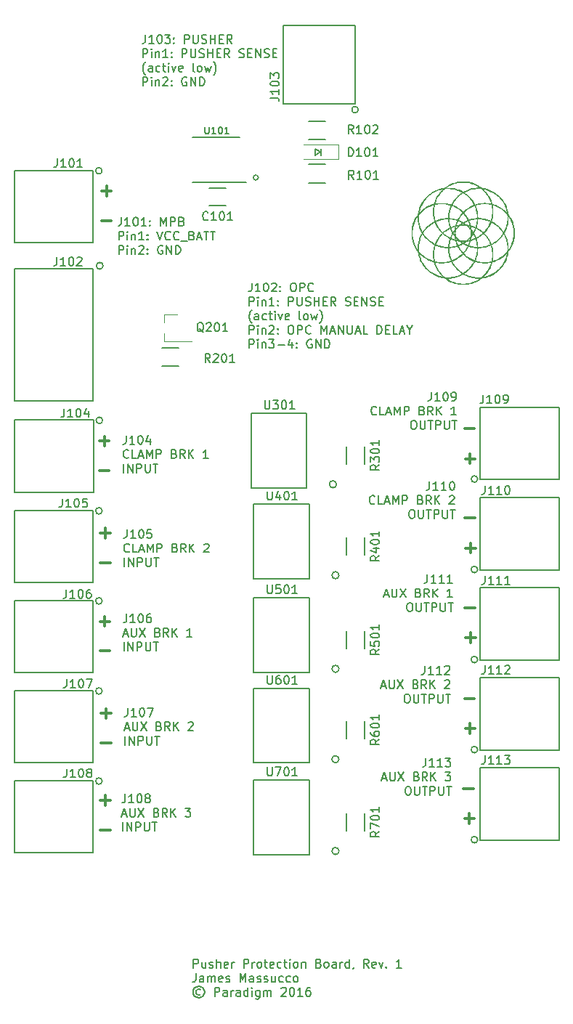
<source format=gbr>
G04 #@! TF.FileFunction,Legend,Top*
%FSLAX46Y46*%
G04 Gerber Fmt 4.6, Leading zero omitted, Abs format (unit mm)*
G04 Created by KiCad (PCBNEW 4.0.4-stable) date Saturday, January 07, 2017 'PMt' 11:38:11 PM*
%MOMM*%
%LPD*%
G01*
G04 APERTURE LIST*
%ADD10C,0.100000*%
%ADD11C,0.150000*%
%ADD12C,0.300000*%
%ADD13C,0.120000*%
%ADD14C,0.010000*%
G04 APERTURE END LIST*
D10*
D11*
X20888095Y-109902381D02*
X20888095Y-108902381D01*
X21269048Y-108902381D01*
X21364286Y-108950000D01*
X21411905Y-108997619D01*
X21459524Y-109092857D01*
X21459524Y-109235714D01*
X21411905Y-109330952D01*
X21364286Y-109378571D01*
X21269048Y-109426190D01*
X20888095Y-109426190D01*
X22316667Y-109235714D02*
X22316667Y-109902381D01*
X21888095Y-109235714D02*
X21888095Y-109759524D01*
X21935714Y-109854762D01*
X22030952Y-109902381D01*
X22173810Y-109902381D01*
X22269048Y-109854762D01*
X22316667Y-109807143D01*
X22745238Y-109854762D02*
X22840476Y-109902381D01*
X23030952Y-109902381D01*
X23126191Y-109854762D01*
X23173810Y-109759524D01*
X23173810Y-109711905D01*
X23126191Y-109616667D01*
X23030952Y-109569048D01*
X22888095Y-109569048D01*
X22792857Y-109521429D01*
X22745238Y-109426190D01*
X22745238Y-109378571D01*
X22792857Y-109283333D01*
X22888095Y-109235714D01*
X23030952Y-109235714D01*
X23126191Y-109283333D01*
X23602381Y-109902381D02*
X23602381Y-108902381D01*
X24030953Y-109902381D02*
X24030953Y-109378571D01*
X23983334Y-109283333D01*
X23888096Y-109235714D01*
X23745238Y-109235714D01*
X23650000Y-109283333D01*
X23602381Y-109330952D01*
X24888096Y-109854762D02*
X24792858Y-109902381D01*
X24602381Y-109902381D01*
X24507143Y-109854762D01*
X24459524Y-109759524D01*
X24459524Y-109378571D01*
X24507143Y-109283333D01*
X24602381Y-109235714D01*
X24792858Y-109235714D01*
X24888096Y-109283333D01*
X24935715Y-109378571D01*
X24935715Y-109473810D01*
X24459524Y-109569048D01*
X25364286Y-109902381D02*
X25364286Y-109235714D01*
X25364286Y-109426190D02*
X25411905Y-109330952D01*
X25459524Y-109283333D01*
X25554762Y-109235714D01*
X25650001Y-109235714D01*
X26745239Y-109902381D02*
X26745239Y-108902381D01*
X27126192Y-108902381D01*
X27221430Y-108950000D01*
X27269049Y-108997619D01*
X27316668Y-109092857D01*
X27316668Y-109235714D01*
X27269049Y-109330952D01*
X27221430Y-109378571D01*
X27126192Y-109426190D01*
X26745239Y-109426190D01*
X27745239Y-109902381D02*
X27745239Y-109235714D01*
X27745239Y-109426190D02*
X27792858Y-109330952D01*
X27840477Y-109283333D01*
X27935715Y-109235714D01*
X28030954Y-109235714D01*
X28507144Y-109902381D02*
X28411906Y-109854762D01*
X28364287Y-109807143D01*
X28316668Y-109711905D01*
X28316668Y-109426190D01*
X28364287Y-109330952D01*
X28411906Y-109283333D01*
X28507144Y-109235714D01*
X28650002Y-109235714D01*
X28745240Y-109283333D01*
X28792859Y-109330952D01*
X28840478Y-109426190D01*
X28840478Y-109711905D01*
X28792859Y-109807143D01*
X28745240Y-109854762D01*
X28650002Y-109902381D01*
X28507144Y-109902381D01*
X29126192Y-109235714D02*
X29507144Y-109235714D01*
X29269049Y-108902381D02*
X29269049Y-109759524D01*
X29316668Y-109854762D01*
X29411906Y-109902381D01*
X29507144Y-109902381D01*
X30221431Y-109854762D02*
X30126193Y-109902381D01*
X29935716Y-109902381D01*
X29840478Y-109854762D01*
X29792859Y-109759524D01*
X29792859Y-109378571D01*
X29840478Y-109283333D01*
X29935716Y-109235714D01*
X30126193Y-109235714D01*
X30221431Y-109283333D01*
X30269050Y-109378571D01*
X30269050Y-109473810D01*
X29792859Y-109569048D01*
X31126193Y-109854762D02*
X31030955Y-109902381D01*
X30840478Y-109902381D01*
X30745240Y-109854762D01*
X30697621Y-109807143D01*
X30650002Y-109711905D01*
X30650002Y-109426190D01*
X30697621Y-109330952D01*
X30745240Y-109283333D01*
X30840478Y-109235714D01*
X31030955Y-109235714D01*
X31126193Y-109283333D01*
X31411907Y-109235714D02*
X31792859Y-109235714D01*
X31554764Y-108902381D02*
X31554764Y-109759524D01*
X31602383Y-109854762D01*
X31697621Y-109902381D01*
X31792859Y-109902381D01*
X32126193Y-109902381D02*
X32126193Y-109235714D01*
X32126193Y-108902381D02*
X32078574Y-108950000D01*
X32126193Y-108997619D01*
X32173812Y-108950000D01*
X32126193Y-108902381D01*
X32126193Y-108997619D01*
X32745240Y-109902381D02*
X32650002Y-109854762D01*
X32602383Y-109807143D01*
X32554764Y-109711905D01*
X32554764Y-109426190D01*
X32602383Y-109330952D01*
X32650002Y-109283333D01*
X32745240Y-109235714D01*
X32888098Y-109235714D01*
X32983336Y-109283333D01*
X33030955Y-109330952D01*
X33078574Y-109426190D01*
X33078574Y-109711905D01*
X33030955Y-109807143D01*
X32983336Y-109854762D01*
X32888098Y-109902381D01*
X32745240Y-109902381D01*
X33507145Y-109235714D02*
X33507145Y-109902381D01*
X33507145Y-109330952D02*
X33554764Y-109283333D01*
X33650002Y-109235714D01*
X33792860Y-109235714D01*
X33888098Y-109283333D01*
X33935717Y-109378571D01*
X33935717Y-109902381D01*
X35507146Y-109378571D02*
X35650003Y-109426190D01*
X35697622Y-109473810D01*
X35745241Y-109569048D01*
X35745241Y-109711905D01*
X35697622Y-109807143D01*
X35650003Y-109854762D01*
X35554765Y-109902381D01*
X35173812Y-109902381D01*
X35173812Y-108902381D01*
X35507146Y-108902381D01*
X35602384Y-108950000D01*
X35650003Y-108997619D01*
X35697622Y-109092857D01*
X35697622Y-109188095D01*
X35650003Y-109283333D01*
X35602384Y-109330952D01*
X35507146Y-109378571D01*
X35173812Y-109378571D01*
X36316669Y-109902381D02*
X36221431Y-109854762D01*
X36173812Y-109807143D01*
X36126193Y-109711905D01*
X36126193Y-109426190D01*
X36173812Y-109330952D01*
X36221431Y-109283333D01*
X36316669Y-109235714D01*
X36459527Y-109235714D01*
X36554765Y-109283333D01*
X36602384Y-109330952D01*
X36650003Y-109426190D01*
X36650003Y-109711905D01*
X36602384Y-109807143D01*
X36554765Y-109854762D01*
X36459527Y-109902381D01*
X36316669Y-109902381D01*
X37507146Y-109902381D02*
X37507146Y-109378571D01*
X37459527Y-109283333D01*
X37364289Y-109235714D01*
X37173812Y-109235714D01*
X37078574Y-109283333D01*
X37507146Y-109854762D02*
X37411908Y-109902381D01*
X37173812Y-109902381D01*
X37078574Y-109854762D01*
X37030955Y-109759524D01*
X37030955Y-109664286D01*
X37078574Y-109569048D01*
X37173812Y-109521429D01*
X37411908Y-109521429D01*
X37507146Y-109473810D01*
X37983336Y-109902381D02*
X37983336Y-109235714D01*
X37983336Y-109426190D02*
X38030955Y-109330952D01*
X38078574Y-109283333D01*
X38173812Y-109235714D01*
X38269051Y-109235714D01*
X39030956Y-109902381D02*
X39030956Y-108902381D01*
X39030956Y-109854762D02*
X38935718Y-109902381D01*
X38745241Y-109902381D01*
X38650003Y-109854762D01*
X38602384Y-109807143D01*
X38554765Y-109711905D01*
X38554765Y-109426190D01*
X38602384Y-109330952D01*
X38650003Y-109283333D01*
X38745241Y-109235714D01*
X38935718Y-109235714D01*
X39030956Y-109283333D01*
X39554765Y-109854762D02*
X39554765Y-109902381D01*
X39507146Y-109997619D01*
X39459527Y-110045238D01*
X41316670Y-109902381D02*
X40983336Y-109426190D01*
X40745241Y-109902381D02*
X40745241Y-108902381D01*
X41126194Y-108902381D01*
X41221432Y-108950000D01*
X41269051Y-108997619D01*
X41316670Y-109092857D01*
X41316670Y-109235714D01*
X41269051Y-109330952D01*
X41221432Y-109378571D01*
X41126194Y-109426190D01*
X40745241Y-109426190D01*
X42126194Y-109854762D02*
X42030956Y-109902381D01*
X41840479Y-109902381D01*
X41745241Y-109854762D01*
X41697622Y-109759524D01*
X41697622Y-109378571D01*
X41745241Y-109283333D01*
X41840479Y-109235714D01*
X42030956Y-109235714D01*
X42126194Y-109283333D01*
X42173813Y-109378571D01*
X42173813Y-109473810D01*
X41697622Y-109569048D01*
X42507146Y-109235714D02*
X42745241Y-109902381D01*
X42983337Y-109235714D01*
X43364289Y-109807143D02*
X43411908Y-109854762D01*
X43364289Y-109902381D01*
X43316670Y-109854762D01*
X43364289Y-109807143D01*
X43364289Y-109902381D01*
X45126194Y-109902381D02*
X44554765Y-109902381D01*
X44840479Y-109902381D02*
X44840479Y-108902381D01*
X44745241Y-109045238D01*
X44650003Y-109140476D01*
X44554765Y-109188095D01*
X21173810Y-110552381D02*
X21173810Y-111266667D01*
X21126190Y-111409524D01*
X21030952Y-111504762D01*
X20888095Y-111552381D01*
X20792857Y-111552381D01*
X22078572Y-111552381D02*
X22078572Y-111028571D01*
X22030953Y-110933333D01*
X21935715Y-110885714D01*
X21745238Y-110885714D01*
X21650000Y-110933333D01*
X22078572Y-111504762D02*
X21983334Y-111552381D01*
X21745238Y-111552381D01*
X21650000Y-111504762D01*
X21602381Y-111409524D01*
X21602381Y-111314286D01*
X21650000Y-111219048D01*
X21745238Y-111171429D01*
X21983334Y-111171429D01*
X22078572Y-111123810D01*
X22554762Y-111552381D02*
X22554762Y-110885714D01*
X22554762Y-110980952D02*
X22602381Y-110933333D01*
X22697619Y-110885714D01*
X22840477Y-110885714D01*
X22935715Y-110933333D01*
X22983334Y-111028571D01*
X22983334Y-111552381D01*
X22983334Y-111028571D02*
X23030953Y-110933333D01*
X23126191Y-110885714D01*
X23269048Y-110885714D01*
X23364286Y-110933333D01*
X23411905Y-111028571D01*
X23411905Y-111552381D01*
X24269048Y-111504762D02*
X24173810Y-111552381D01*
X23983333Y-111552381D01*
X23888095Y-111504762D01*
X23840476Y-111409524D01*
X23840476Y-111028571D01*
X23888095Y-110933333D01*
X23983333Y-110885714D01*
X24173810Y-110885714D01*
X24269048Y-110933333D01*
X24316667Y-111028571D01*
X24316667Y-111123810D01*
X23840476Y-111219048D01*
X24697619Y-111504762D02*
X24792857Y-111552381D01*
X24983333Y-111552381D01*
X25078572Y-111504762D01*
X25126191Y-111409524D01*
X25126191Y-111361905D01*
X25078572Y-111266667D01*
X24983333Y-111219048D01*
X24840476Y-111219048D01*
X24745238Y-111171429D01*
X24697619Y-111076190D01*
X24697619Y-111028571D01*
X24745238Y-110933333D01*
X24840476Y-110885714D01*
X24983333Y-110885714D01*
X25078572Y-110933333D01*
X26316667Y-111552381D02*
X26316667Y-110552381D01*
X26650001Y-111266667D01*
X26983334Y-110552381D01*
X26983334Y-111552381D01*
X27888096Y-111552381D02*
X27888096Y-111028571D01*
X27840477Y-110933333D01*
X27745239Y-110885714D01*
X27554762Y-110885714D01*
X27459524Y-110933333D01*
X27888096Y-111504762D02*
X27792858Y-111552381D01*
X27554762Y-111552381D01*
X27459524Y-111504762D01*
X27411905Y-111409524D01*
X27411905Y-111314286D01*
X27459524Y-111219048D01*
X27554762Y-111171429D01*
X27792858Y-111171429D01*
X27888096Y-111123810D01*
X28316667Y-111504762D02*
X28411905Y-111552381D01*
X28602381Y-111552381D01*
X28697620Y-111504762D01*
X28745239Y-111409524D01*
X28745239Y-111361905D01*
X28697620Y-111266667D01*
X28602381Y-111219048D01*
X28459524Y-111219048D01*
X28364286Y-111171429D01*
X28316667Y-111076190D01*
X28316667Y-111028571D01*
X28364286Y-110933333D01*
X28459524Y-110885714D01*
X28602381Y-110885714D01*
X28697620Y-110933333D01*
X29126191Y-111504762D02*
X29221429Y-111552381D01*
X29411905Y-111552381D01*
X29507144Y-111504762D01*
X29554763Y-111409524D01*
X29554763Y-111361905D01*
X29507144Y-111266667D01*
X29411905Y-111219048D01*
X29269048Y-111219048D01*
X29173810Y-111171429D01*
X29126191Y-111076190D01*
X29126191Y-111028571D01*
X29173810Y-110933333D01*
X29269048Y-110885714D01*
X29411905Y-110885714D01*
X29507144Y-110933333D01*
X30411906Y-110885714D02*
X30411906Y-111552381D01*
X29983334Y-110885714D02*
X29983334Y-111409524D01*
X30030953Y-111504762D01*
X30126191Y-111552381D01*
X30269049Y-111552381D01*
X30364287Y-111504762D01*
X30411906Y-111457143D01*
X31316668Y-111504762D02*
X31221430Y-111552381D01*
X31030953Y-111552381D01*
X30935715Y-111504762D01*
X30888096Y-111457143D01*
X30840477Y-111361905D01*
X30840477Y-111076190D01*
X30888096Y-110980952D01*
X30935715Y-110933333D01*
X31030953Y-110885714D01*
X31221430Y-110885714D01*
X31316668Y-110933333D01*
X32173811Y-111504762D02*
X32078573Y-111552381D01*
X31888096Y-111552381D01*
X31792858Y-111504762D01*
X31745239Y-111457143D01*
X31697620Y-111361905D01*
X31697620Y-111076190D01*
X31745239Y-110980952D01*
X31792858Y-110933333D01*
X31888096Y-110885714D01*
X32078573Y-110885714D01*
X32173811Y-110933333D01*
X32745239Y-111552381D02*
X32650001Y-111504762D01*
X32602382Y-111457143D01*
X32554763Y-111361905D01*
X32554763Y-111076190D01*
X32602382Y-110980952D01*
X32650001Y-110933333D01*
X32745239Y-110885714D01*
X32888097Y-110885714D01*
X32983335Y-110933333D01*
X33030954Y-110980952D01*
X33078573Y-111076190D01*
X33078573Y-111361905D01*
X33030954Y-111457143D01*
X32983335Y-111504762D01*
X32888097Y-111552381D01*
X32745239Y-111552381D01*
X21697619Y-112440476D02*
X21602381Y-112392857D01*
X21411905Y-112392857D01*
X21316667Y-112440476D01*
X21221429Y-112535714D01*
X21173810Y-112630952D01*
X21173810Y-112821429D01*
X21221429Y-112916667D01*
X21316667Y-113011905D01*
X21411905Y-113059524D01*
X21602381Y-113059524D01*
X21697619Y-113011905D01*
X21507143Y-112059524D02*
X21269048Y-112107143D01*
X21030952Y-112250000D01*
X20888095Y-112488095D01*
X20840476Y-112726190D01*
X20888095Y-112964286D01*
X21030952Y-113202381D01*
X21269048Y-113345238D01*
X21507143Y-113392857D01*
X21745238Y-113345238D01*
X21983333Y-113202381D01*
X22126190Y-112964286D01*
X22173810Y-112726190D01*
X22126190Y-112488095D01*
X21983333Y-112250000D01*
X21745238Y-112107143D01*
X21507143Y-112059524D01*
X23364286Y-113202381D02*
X23364286Y-112202381D01*
X23745239Y-112202381D01*
X23840477Y-112250000D01*
X23888096Y-112297619D01*
X23935715Y-112392857D01*
X23935715Y-112535714D01*
X23888096Y-112630952D01*
X23840477Y-112678571D01*
X23745239Y-112726190D01*
X23364286Y-112726190D01*
X24792858Y-113202381D02*
X24792858Y-112678571D01*
X24745239Y-112583333D01*
X24650001Y-112535714D01*
X24459524Y-112535714D01*
X24364286Y-112583333D01*
X24792858Y-113154762D02*
X24697620Y-113202381D01*
X24459524Y-113202381D01*
X24364286Y-113154762D01*
X24316667Y-113059524D01*
X24316667Y-112964286D01*
X24364286Y-112869048D01*
X24459524Y-112821429D01*
X24697620Y-112821429D01*
X24792858Y-112773810D01*
X25269048Y-113202381D02*
X25269048Y-112535714D01*
X25269048Y-112726190D02*
X25316667Y-112630952D01*
X25364286Y-112583333D01*
X25459524Y-112535714D01*
X25554763Y-112535714D01*
X26316668Y-113202381D02*
X26316668Y-112678571D01*
X26269049Y-112583333D01*
X26173811Y-112535714D01*
X25983334Y-112535714D01*
X25888096Y-112583333D01*
X26316668Y-113154762D02*
X26221430Y-113202381D01*
X25983334Y-113202381D01*
X25888096Y-113154762D01*
X25840477Y-113059524D01*
X25840477Y-112964286D01*
X25888096Y-112869048D01*
X25983334Y-112821429D01*
X26221430Y-112821429D01*
X26316668Y-112773810D01*
X27221430Y-113202381D02*
X27221430Y-112202381D01*
X27221430Y-113154762D02*
X27126192Y-113202381D01*
X26935715Y-113202381D01*
X26840477Y-113154762D01*
X26792858Y-113107143D01*
X26745239Y-113011905D01*
X26745239Y-112726190D01*
X26792858Y-112630952D01*
X26840477Y-112583333D01*
X26935715Y-112535714D01*
X27126192Y-112535714D01*
X27221430Y-112583333D01*
X27697620Y-113202381D02*
X27697620Y-112535714D01*
X27697620Y-112202381D02*
X27650001Y-112250000D01*
X27697620Y-112297619D01*
X27745239Y-112250000D01*
X27697620Y-112202381D01*
X27697620Y-112297619D01*
X28602382Y-112535714D02*
X28602382Y-113345238D01*
X28554763Y-113440476D01*
X28507144Y-113488095D01*
X28411905Y-113535714D01*
X28269048Y-113535714D01*
X28173810Y-113488095D01*
X28602382Y-113154762D02*
X28507144Y-113202381D01*
X28316667Y-113202381D01*
X28221429Y-113154762D01*
X28173810Y-113107143D01*
X28126191Y-113011905D01*
X28126191Y-112726190D01*
X28173810Y-112630952D01*
X28221429Y-112583333D01*
X28316667Y-112535714D01*
X28507144Y-112535714D01*
X28602382Y-112583333D01*
X29078572Y-113202381D02*
X29078572Y-112535714D01*
X29078572Y-112630952D02*
X29126191Y-112583333D01*
X29221429Y-112535714D01*
X29364287Y-112535714D01*
X29459525Y-112583333D01*
X29507144Y-112678571D01*
X29507144Y-113202381D01*
X29507144Y-112678571D02*
X29554763Y-112583333D01*
X29650001Y-112535714D01*
X29792858Y-112535714D01*
X29888096Y-112583333D01*
X29935715Y-112678571D01*
X29935715Y-113202381D01*
X31126191Y-112297619D02*
X31173810Y-112250000D01*
X31269048Y-112202381D01*
X31507144Y-112202381D01*
X31602382Y-112250000D01*
X31650001Y-112297619D01*
X31697620Y-112392857D01*
X31697620Y-112488095D01*
X31650001Y-112630952D01*
X31078572Y-113202381D01*
X31697620Y-113202381D01*
X32316667Y-112202381D02*
X32411906Y-112202381D01*
X32507144Y-112250000D01*
X32554763Y-112297619D01*
X32602382Y-112392857D01*
X32650001Y-112583333D01*
X32650001Y-112821429D01*
X32602382Y-113011905D01*
X32554763Y-113107143D01*
X32507144Y-113154762D01*
X32411906Y-113202381D01*
X32316667Y-113202381D01*
X32221429Y-113154762D01*
X32173810Y-113107143D01*
X32126191Y-113011905D01*
X32078572Y-112821429D01*
X32078572Y-112583333D01*
X32126191Y-112392857D01*
X32173810Y-112297619D01*
X32221429Y-112250000D01*
X32316667Y-112202381D01*
X33602382Y-113202381D02*
X33030953Y-113202381D01*
X33316667Y-113202381D02*
X33316667Y-112202381D01*
X33221429Y-112345238D01*
X33126191Y-112440476D01*
X33030953Y-112488095D01*
X34459525Y-112202381D02*
X34269048Y-112202381D01*
X34173810Y-112250000D01*
X34126191Y-112297619D01*
X34030953Y-112440476D01*
X33983334Y-112630952D01*
X33983334Y-113011905D01*
X34030953Y-113107143D01*
X34078572Y-113154762D01*
X34173810Y-113202381D01*
X34364287Y-113202381D01*
X34459525Y-113154762D01*
X34507144Y-113107143D01*
X34554763Y-113011905D01*
X34554763Y-112773810D01*
X34507144Y-112678571D01*
X34459525Y-112630952D01*
X34364287Y-112583333D01*
X34173810Y-112583333D01*
X34078572Y-112630952D01*
X34030953Y-112678571D01*
X33983334Y-112773810D01*
X15273810Y-1127381D02*
X15273810Y-1841667D01*
X15226190Y-1984524D01*
X15130952Y-2079762D01*
X14988095Y-2127381D01*
X14892857Y-2127381D01*
X16273810Y-2127381D02*
X15702381Y-2127381D01*
X15988095Y-2127381D02*
X15988095Y-1127381D01*
X15892857Y-1270238D01*
X15797619Y-1365476D01*
X15702381Y-1413095D01*
X16892857Y-1127381D02*
X16988096Y-1127381D01*
X17083334Y-1175000D01*
X17130953Y-1222619D01*
X17178572Y-1317857D01*
X17226191Y-1508333D01*
X17226191Y-1746429D01*
X17178572Y-1936905D01*
X17130953Y-2032143D01*
X17083334Y-2079762D01*
X16988096Y-2127381D01*
X16892857Y-2127381D01*
X16797619Y-2079762D01*
X16750000Y-2032143D01*
X16702381Y-1936905D01*
X16654762Y-1746429D01*
X16654762Y-1508333D01*
X16702381Y-1317857D01*
X16750000Y-1222619D01*
X16797619Y-1175000D01*
X16892857Y-1127381D01*
X17559524Y-1127381D02*
X18178572Y-1127381D01*
X17845238Y-1508333D01*
X17988096Y-1508333D01*
X18083334Y-1555952D01*
X18130953Y-1603571D01*
X18178572Y-1698810D01*
X18178572Y-1936905D01*
X18130953Y-2032143D01*
X18083334Y-2079762D01*
X17988096Y-2127381D01*
X17702381Y-2127381D01*
X17607143Y-2079762D01*
X17559524Y-2032143D01*
X18607143Y-2032143D02*
X18654762Y-2079762D01*
X18607143Y-2127381D01*
X18559524Y-2079762D01*
X18607143Y-2032143D01*
X18607143Y-2127381D01*
X18607143Y-1508333D02*
X18654762Y-1555952D01*
X18607143Y-1603571D01*
X18559524Y-1555952D01*
X18607143Y-1508333D01*
X18607143Y-1603571D01*
X19845238Y-2127381D02*
X19845238Y-1127381D01*
X20226191Y-1127381D01*
X20321429Y-1175000D01*
X20369048Y-1222619D01*
X20416667Y-1317857D01*
X20416667Y-1460714D01*
X20369048Y-1555952D01*
X20321429Y-1603571D01*
X20226191Y-1651190D01*
X19845238Y-1651190D01*
X20845238Y-1127381D02*
X20845238Y-1936905D01*
X20892857Y-2032143D01*
X20940476Y-2079762D01*
X21035714Y-2127381D01*
X21226191Y-2127381D01*
X21321429Y-2079762D01*
X21369048Y-2032143D01*
X21416667Y-1936905D01*
X21416667Y-1127381D01*
X21845238Y-2079762D02*
X21988095Y-2127381D01*
X22226191Y-2127381D01*
X22321429Y-2079762D01*
X22369048Y-2032143D01*
X22416667Y-1936905D01*
X22416667Y-1841667D01*
X22369048Y-1746429D01*
X22321429Y-1698810D01*
X22226191Y-1651190D01*
X22035714Y-1603571D01*
X21940476Y-1555952D01*
X21892857Y-1508333D01*
X21845238Y-1413095D01*
X21845238Y-1317857D01*
X21892857Y-1222619D01*
X21940476Y-1175000D01*
X22035714Y-1127381D01*
X22273810Y-1127381D01*
X22416667Y-1175000D01*
X22845238Y-2127381D02*
X22845238Y-1127381D01*
X22845238Y-1603571D02*
X23416667Y-1603571D01*
X23416667Y-2127381D02*
X23416667Y-1127381D01*
X23892857Y-1603571D02*
X24226191Y-1603571D01*
X24369048Y-2127381D02*
X23892857Y-2127381D01*
X23892857Y-1127381D01*
X24369048Y-1127381D01*
X25369048Y-2127381D02*
X25035714Y-1651190D01*
X24797619Y-2127381D02*
X24797619Y-1127381D01*
X25178572Y-1127381D01*
X25273810Y-1175000D01*
X25321429Y-1222619D01*
X25369048Y-1317857D01*
X25369048Y-1460714D01*
X25321429Y-1555952D01*
X25273810Y-1603571D01*
X25178572Y-1651190D01*
X24797619Y-1651190D01*
X14988095Y-3777381D02*
X14988095Y-2777381D01*
X15369048Y-2777381D01*
X15464286Y-2825000D01*
X15511905Y-2872619D01*
X15559524Y-2967857D01*
X15559524Y-3110714D01*
X15511905Y-3205952D01*
X15464286Y-3253571D01*
X15369048Y-3301190D01*
X14988095Y-3301190D01*
X15988095Y-3777381D02*
X15988095Y-3110714D01*
X15988095Y-2777381D02*
X15940476Y-2825000D01*
X15988095Y-2872619D01*
X16035714Y-2825000D01*
X15988095Y-2777381D01*
X15988095Y-2872619D01*
X16464285Y-3110714D02*
X16464285Y-3777381D01*
X16464285Y-3205952D02*
X16511904Y-3158333D01*
X16607142Y-3110714D01*
X16750000Y-3110714D01*
X16845238Y-3158333D01*
X16892857Y-3253571D01*
X16892857Y-3777381D01*
X17892857Y-3777381D02*
X17321428Y-3777381D01*
X17607142Y-3777381D02*
X17607142Y-2777381D01*
X17511904Y-2920238D01*
X17416666Y-3015476D01*
X17321428Y-3063095D01*
X18321428Y-3682143D02*
X18369047Y-3729762D01*
X18321428Y-3777381D01*
X18273809Y-3729762D01*
X18321428Y-3682143D01*
X18321428Y-3777381D01*
X18321428Y-3158333D02*
X18369047Y-3205952D01*
X18321428Y-3253571D01*
X18273809Y-3205952D01*
X18321428Y-3158333D01*
X18321428Y-3253571D01*
X19559523Y-3777381D02*
X19559523Y-2777381D01*
X19940476Y-2777381D01*
X20035714Y-2825000D01*
X20083333Y-2872619D01*
X20130952Y-2967857D01*
X20130952Y-3110714D01*
X20083333Y-3205952D01*
X20035714Y-3253571D01*
X19940476Y-3301190D01*
X19559523Y-3301190D01*
X20559523Y-2777381D02*
X20559523Y-3586905D01*
X20607142Y-3682143D01*
X20654761Y-3729762D01*
X20749999Y-3777381D01*
X20940476Y-3777381D01*
X21035714Y-3729762D01*
X21083333Y-3682143D01*
X21130952Y-3586905D01*
X21130952Y-2777381D01*
X21559523Y-3729762D02*
X21702380Y-3777381D01*
X21940476Y-3777381D01*
X22035714Y-3729762D01*
X22083333Y-3682143D01*
X22130952Y-3586905D01*
X22130952Y-3491667D01*
X22083333Y-3396429D01*
X22035714Y-3348810D01*
X21940476Y-3301190D01*
X21749999Y-3253571D01*
X21654761Y-3205952D01*
X21607142Y-3158333D01*
X21559523Y-3063095D01*
X21559523Y-2967857D01*
X21607142Y-2872619D01*
X21654761Y-2825000D01*
X21749999Y-2777381D01*
X21988095Y-2777381D01*
X22130952Y-2825000D01*
X22559523Y-3777381D02*
X22559523Y-2777381D01*
X22559523Y-3253571D02*
X23130952Y-3253571D01*
X23130952Y-3777381D02*
X23130952Y-2777381D01*
X23607142Y-3253571D02*
X23940476Y-3253571D01*
X24083333Y-3777381D02*
X23607142Y-3777381D01*
X23607142Y-2777381D01*
X24083333Y-2777381D01*
X25083333Y-3777381D02*
X24749999Y-3301190D01*
X24511904Y-3777381D02*
X24511904Y-2777381D01*
X24892857Y-2777381D01*
X24988095Y-2825000D01*
X25035714Y-2872619D01*
X25083333Y-2967857D01*
X25083333Y-3110714D01*
X25035714Y-3205952D01*
X24988095Y-3253571D01*
X24892857Y-3301190D01*
X24511904Y-3301190D01*
X26226190Y-3729762D02*
X26369047Y-3777381D01*
X26607143Y-3777381D01*
X26702381Y-3729762D01*
X26750000Y-3682143D01*
X26797619Y-3586905D01*
X26797619Y-3491667D01*
X26750000Y-3396429D01*
X26702381Y-3348810D01*
X26607143Y-3301190D01*
X26416666Y-3253571D01*
X26321428Y-3205952D01*
X26273809Y-3158333D01*
X26226190Y-3063095D01*
X26226190Y-2967857D01*
X26273809Y-2872619D01*
X26321428Y-2825000D01*
X26416666Y-2777381D01*
X26654762Y-2777381D01*
X26797619Y-2825000D01*
X27226190Y-3253571D02*
X27559524Y-3253571D01*
X27702381Y-3777381D02*
X27226190Y-3777381D01*
X27226190Y-2777381D01*
X27702381Y-2777381D01*
X28130952Y-3777381D02*
X28130952Y-2777381D01*
X28702381Y-3777381D01*
X28702381Y-2777381D01*
X29130952Y-3729762D02*
X29273809Y-3777381D01*
X29511905Y-3777381D01*
X29607143Y-3729762D01*
X29654762Y-3682143D01*
X29702381Y-3586905D01*
X29702381Y-3491667D01*
X29654762Y-3396429D01*
X29607143Y-3348810D01*
X29511905Y-3301190D01*
X29321428Y-3253571D01*
X29226190Y-3205952D01*
X29178571Y-3158333D01*
X29130952Y-3063095D01*
X29130952Y-2967857D01*
X29178571Y-2872619D01*
X29226190Y-2825000D01*
X29321428Y-2777381D01*
X29559524Y-2777381D01*
X29702381Y-2825000D01*
X30130952Y-3253571D02*
X30464286Y-3253571D01*
X30607143Y-3777381D02*
X30130952Y-3777381D01*
X30130952Y-2777381D01*
X30607143Y-2777381D01*
X15273810Y-5808333D02*
X15226190Y-5760714D01*
X15130952Y-5617857D01*
X15083333Y-5522619D01*
X15035714Y-5379762D01*
X14988095Y-5141667D01*
X14988095Y-4951190D01*
X15035714Y-4713095D01*
X15083333Y-4570238D01*
X15130952Y-4475000D01*
X15226190Y-4332143D01*
X15273810Y-4284524D01*
X16083334Y-5427381D02*
X16083334Y-4903571D01*
X16035715Y-4808333D01*
X15940477Y-4760714D01*
X15750000Y-4760714D01*
X15654762Y-4808333D01*
X16083334Y-5379762D02*
X15988096Y-5427381D01*
X15750000Y-5427381D01*
X15654762Y-5379762D01*
X15607143Y-5284524D01*
X15607143Y-5189286D01*
X15654762Y-5094048D01*
X15750000Y-5046429D01*
X15988096Y-5046429D01*
X16083334Y-4998810D01*
X16988096Y-5379762D02*
X16892858Y-5427381D01*
X16702381Y-5427381D01*
X16607143Y-5379762D01*
X16559524Y-5332143D01*
X16511905Y-5236905D01*
X16511905Y-4951190D01*
X16559524Y-4855952D01*
X16607143Y-4808333D01*
X16702381Y-4760714D01*
X16892858Y-4760714D01*
X16988096Y-4808333D01*
X17273810Y-4760714D02*
X17654762Y-4760714D01*
X17416667Y-4427381D02*
X17416667Y-5284524D01*
X17464286Y-5379762D01*
X17559524Y-5427381D01*
X17654762Y-5427381D01*
X17988096Y-5427381D02*
X17988096Y-4760714D01*
X17988096Y-4427381D02*
X17940477Y-4475000D01*
X17988096Y-4522619D01*
X18035715Y-4475000D01*
X17988096Y-4427381D01*
X17988096Y-4522619D01*
X18369048Y-4760714D02*
X18607143Y-5427381D01*
X18845239Y-4760714D01*
X19607144Y-5379762D02*
X19511906Y-5427381D01*
X19321429Y-5427381D01*
X19226191Y-5379762D01*
X19178572Y-5284524D01*
X19178572Y-4903571D01*
X19226191Y-4808333D01*
X19321429Y-4760714D01*
X19511906Y-4760714D01*
X19607144Y-4808333D01*
X19654763Y-4903571D01*
X19654763Y-4998810D01*
X19178572Y-5094048D01*
X20988096Y-5427381D02*
X20892858Y-5379762D01*
X20845239Y-5284524D01*
X20845239Y-4427381D01*
X21511906Y-5427381D02*
X21416668Y-5379762D01*
X21369049Y-5332143D01*
X21321430Y-5236905D01*
X21321430Y-4951190D01*
X21369049Y-4855952D01*
X21416668Y-4808333D01*
X21511906Y-4760714D01*
X21654764Y-4760714D01*
X21750002Y-4808333D01*
X21797621Y-4855952D01*
X21845240Y-4951190D01*
X21845240Y-5236905D01*
X21797621Y-5332143D01*
X21750002Y-5379762D01*
X21654764Y-5427381D01*
X21511906Y-5427381D01*
X22178573Y-4760714D02*
X22369049Y-5427381D01*
X22559526Y-4951190D01*
X22750002Y-5427381D01*
X22940478Y-4760714D01*
X23226192Y-5808333D02*
X23273811Y-5760714D01*
X23369049Y-5617857D01*
X23416668Y-5522619D01*
X23464287Y-5379762D01*
X23511906Y-5141667D01*
X23511906Y-4951190D01*
X23464287Y-4713095D01*
X23416668Y-4570238D01*
X23369049Y-4475000D01*
X23273811Y-4332143D01*
X23226192Y-4284524D01*
X14988095Y-7077381D02*
X14988095Y-6077381D01*
X15369048Y-6077381D01*
X15464286Y-6125000D01*
X15511905Y-6172619D01*
X15559524Y-6267857D01*
X15559524Y-6410714D01*
X15511905Y-6505952D01*
X15464286Y-6553571D01*
X15369048Y-6601190D01*
X14988095Y-6601190D01*
X15988095Y-7077381D02*
X15988095Y-6410714D01*
X15988095Y-6077381D02*
X15940476Y-6125000D01*
X15988095Y-6172619D01*
X16035714Y-6125000D01*
X15988095Y-6077381D01*
X15988095Y-6172619D01*
X16464285Y-6410714D02*
X16464285Y-7077381D01*
X16464285Y-6505952D02*
X16511904Y-6458333D01*
X16607142Y-6410714D01*
X16750000Y-6410714D01*
X16845238Y-6458333D01*
X16892857Y-6553571D01*
X16892857Y-7077381D01*
X17321428Y-6172619D02*
X17369047Y-6125000D01*
X17464285Y-6077381D01*
X17702381Y-6077381D01*
X17797619Y-6125000D01*
X17845238Y-6172619D01*
X17892857Y-6267857D01*
X17892857Y-6363095D01*
X17845238Y-6505952D01*
X17273809Y-7077381D01*
X17892857Y-7077381D01*
X18321428Y-6982143D02*
X18369047Y-7029762D01*
X18321428Y-7077381D01*
X18273809Y-7029762D01*
X18321428Y-6982143D01*
X18321428Y-7077381D01*
X18321428Y-6458333D02*
X18369047Y-6505952D01*
X18321428Y-6553571D01*
X18273809Y-6505952D01*
X18321428Y-6458333D01*
X18321428Y-6553571D01*
X20083333Y-6125000D02*
X19988095Y-6077381D01*
X19845238Y-6077381D01*
X19702380Y-6125000D01*
X19607142Y-6220238D01*
X19559523Y-6315476D01*
X19511904Y-6505952D01*
X19511904Y-6648810D01*
X19559523Y-6839286D01*
X19607142Y-6934524D01*
X19702380Y-7029762D01*
X19845238Y-7077381D01*
X19940476Y-7077381D01*
X20083333Y-7029762D01*
X20130952Y-6982143D01*
X20130952Y-6648810D01*
X19940476Y-6648810D01*
X20559523Y-7077381D02*
X20559523Y-6077381D01*
X21130952Y-7077381D01*
X21130952Y-6077381D01*
X21607142Y-7077381D02*
X21607142Y-6077381D01*
X21845237Y-6077381D01*
X21988095Y-6125000D01*
X22083333Y-6220238D01*
X22130952Y-6315476D01*
X22178571Y-6505952D01*
X22178571Y-6648810D01*
X22130952Y-6839286D01*
X22083333Y-6934524D01*
X21988095Y-7029762D01*
X21845237Y-7077381D01*
X21607142Y-7077381D01*
X47954762Y-85452381D02*
X47954762Y-86166667D01*
X47907142Y-86309524D01*
X47811904Y-86404762D01*
X47669047Y-86452381D01*
X47573809Y-86452381D01*
X48954762Y-86452381D02*
X48383333Y-86452381D01*
X48669047Y-86452381D02*
X48669047Y-85452381D01*
X48573809Y-85595238D01*
X48478571Y-85690476D01*
X48383333Y-85738095D01*
X49907143Y-86452381D02*
X49335714Y-86452381D01*
X49621428Y-86452381D02*
X49621428Y-85452381D01*
X49526190Y-85595238D01*
X49430952Y-85690476D01*
X49335714Y-85738095D01*
X50240476Y-85452381D02*
X50859524Y-85452381D01*
X50526190Y-85833333D01*
X50669048Y-85833333D01*
X50764286Y-85880952D01*
X50811905Y-85928571D01*
X50859524Y-86023810D01*
X50859524Y-86261905D01*
X50811905Y-86357143D01*
X50764286Y-86404762D01*
X50669048Y-86452381D01*
X50383333Y-86452381D01*
X50288095Y-86404762D01*
X50240476Y-86357143D01*
X42907142Y-87816667D02*
X43383333Y-87816667D01*
X42811904Y-88102381D02*
X43145237Y-87102381D01*
X43478571Y-88102381D01*
X43811904Y-87102381D02*
X43811904Y-87911905D01*
X43859523Y-88007143D01*
X43907142Y-88054762D01*
X44002380Y-88102381D01*
X44192857Y-88102381D01*
X44288095Y-88054762D01*
X44335714Y-88007143D01*
X44383333Y-87911905D01*
X44383333Y-87102381D01*
X44764285Y-87102381D02*
X45430952Y-88102381D01*
X45430952Y-87102381D02*
X44764285Y-88102381D01*
X46907143Y-87578571D02*
X47050000Y-87626190D01*
X47097619Y-87673810D01*
X47145238Y-87769048D01*
X47145238Y-87911905D01*
X47097619Y-88007143D01*
X47050000Y-88054762D01*
X46954762Y-88102381D01*
X46573809Y-88102381D01*
X46573809Y-87102381D01*
X46907143Y-87102381D01*
X47002381Y-87150000D01*
X47050000Y-87197619D01*
X47097619Y-87292857D01*
X47097619Y-87388095D01*
X47050000Y-87483333D01*
X47002381Y-87530952D01*
X46907143Y-87578571D01*
X46573809Y-87578571D01*
X48145238Y-88102381D02*
X47811904Y-87626190D01*
X47573809Y-88102381D02*
X47573809Y-87102381D01*
X47954762Y-87102381D01*
X48050000Y-87150000D01*
X48097619Y-87197619D01*
X48145238Y-87292857D01*
X48145238Y-87435714D01*
X48097619Y-87530952D01*
X48050000Y-87578571D01*
X47954762Y-87626190D01*
X47573809Y-87626190D01*
X48573809Y-88102381D02*
X48573809Y-87102381D01*
X49145238Y-88102381D02*
X48716666Y-87530952D01*
X49145238Y-87102381D02*
X48573809Y-87673810D01*
X50240476Y-87102381D02*
X50859524Y-87102381D01*
X50526190Y-87483333D01*
X50669048Y-87483333D01*
X50764286Y-87530952D01*
X50811905Y-87578571D01*
X50859524Y-87673810D01*
X50859524Y-87911905D01*
X50811905Y-88007143D01*
X50764286Y-88054762D01*
X50669048Y-88102381D01*
X50383333Y-88102381D01*
X50288095Y-88054762D01*
X50240476Y-88007143D01*
X45811904Y-88752381D02*
X46002381Y-88752381D01*
X46097619Y-88800000D01*
X46192857Y-88895238D01*
X46240476Y-89085714D01*
X46240476Y-89419048D01*
X46192857Y-89609524D01*
X46097619Y-89704762D01*
X46002381Y-89752381D01*
X45811904Y-89752381D01*
X45716666Y-89704762D01*
X45621428Y-89609524D01*
X45573809Y-89419048D01*
X45573809Y-89085714D01*
X45621428Y-88895238D01*
X45716666Y-88800000D01*
X45811904Y-88752381D01*
X46669047Y-88752381D02*
X46669047Y-89561905D01*
X46716666Y-89657143D01*
X46764285Y-89704762D01*
X46859523Y-89752381D01*
X47050000Y-89752381D01*
X47145238Y-89704762D01*
X47192857Y-89657143D01*
X47240476Y-89561905D01*
X47240476Y-88752381D01*
X47573809Y-88752381D02*
X48145238Y-88752381D01*
X47859523Y-89752381D02*
X47859523Y-88752381D01*
X48478571Y-89752381D02*
X48478571Y-88752381D01*
X48859524Y-88752381D01*
X48954762Y-88800000D01*
X49002381Y-88847619D01*
X49050000Y-88942857D01*
X49050000Y-89085714D01*
X49002381Y-89180952D01*
X48954762Y-89228571D01*
X48859524Y-89276190D01*
X48478571Y-89276190D01*
X49478571Y-88752381D02*
X49478571Y-89561905D01*
X49526190Y-89657143D01*
X49573809Y-89704762D01*
X49669047Y-89752381D01*
X49859524Y-89752381D01*
X49954762Y-89704762D01*
X50002381Y-89657143D01*
X50050000Y-89561905D01*
X50050000Y-88752381D01*
X50383333Y-88752381D02*
X50954762Y-88752381D01*
X50669047Y-89752381D02*
X50669047Y-88752381D01*
X47854762Y-74702381D02*
X47854762Y-75416667D01*
X47807142Y-75559524D01*
X47711904Y-75654762D01*
X47569047Y-75702381D01*
X47473809Y-75702381D01*
X48854762Y-75702381D02*
X48283333Y-75702381D01*
X48569047Y-75702381D02*
X48569047Y-74702381D01*
X48473809Y-74845238D01*
X48378571Y-74940476D01*
X48283333Y-74988095D01*
X49807143Y-75702381D02*
X49235714Y-75702381D01*
X49521428Y-75702381D02*
X49521428Y-74702381D01*
X49426190Y-74845238D01*
X49330952Y-74940476D01*
X49235714Y-74988095D01*
X50188095Y-74797619D02*
X50235714Y-74750000D01*
X50330952Y-74702381D01*
X50569048Y-74702381D01*
X50664286Y-74750000D01*
X50711905Y-74797619D01*
X50759524Y-74892857D01*
X50759524Y-74988095D01*
X50711905Y-75130952D01*
X50140476Y-75702381D01*
X50759524Y-75702381D01*
X42807142Y-77066667D02*
X43283333Y-77066667D01*
X42711904Y-77352381D02*
X43045237Y-76352381D01*
X43378571Y-77352381D01*
X43711904Y-76352381D02*
X43711904Y-77161905D01*
X43759523Y-77257143D01*
X43807142Y-77304762D01*
X43902380Y-77352381D01*
X44092857Y-77352381D01*
X44188095Y-77304762D01*
X44235714Y-77257143D01*
X44283333Y-77161905D01*
X44283333Y-76352381D01*
X44664285Y-76352381D02*
X45330952Y-77352381D01*
X45330952Y-76352381D02*
X44664285Y-77352381D01*
X46807143Y-76828571D02*
X46950000Y-76876190D01*
X46997619Y-76923810D01*
X47045238Y-77019048D01*
X47045238Y-77161905D01*
X46997619Y-77257143D01*
X46950000Y-77304762D01*
X46854762Y-77352381D01*
X46473809Y-77352381D01*
X46473809Y-76352381D01*
X46807143Y-76352381D01*
X46902381Y-76400000D01*
X46950000Y-76447619D01*
X46997619Y-76542857D01*
X46997619Y-76638095D01*
X46950000Y-76733333D01*
X46902381Y-76780952D01*
X46807143Y-76828571D01*
X46473809Y-76828571D01*
X48045238Y-77352381D02*
X47711904Y-76876190D01*
X47473809Y-77352381D02*
X47473809Y-76352381D01*
X47854762Y-76352381D01*
X47950000Y-76400000D01*
X47997619Y-76447619D01*
X48045238Y-76542857D01*
X48045238Y-76685714D01*
X47997619Y-76780952D01*
X47950000Y-76828571D01*
X47854762Y-76876190D01*
X47473809Y-76876190D01*
X48473809Y-77352381D02*
X48473809Y-76352381D01*
X49045238Y-77352381D02*
X48616666Y-76780952D01*
X49045238Y-76352381D02*
X48473809Y-76923810D01*
X50188095Y-76447619D02*
X50235714Y-76400000D01*
X50330952Y-76352381D01*
X50569048Y-76352381D01*
X50664286Y-76400000D01*
X50711905Y-76447619D01*
X50759524Y-76542857D01*
X50759524Y-76638095D01*
X50711905Y-76780952D01*
X50140476Y-77352381D01*
X50759524Y-77352381D01*
X45711904Y-78002381D02*
X45902381Y-78002381D01*
X45997619Y-78050000D01*
X46092857Y-78145238D01*
X46140476Y-78335714D01*
X46140476Y-78669048D01*
X46092857Y-78859524D01*
X45997619Y-78954762D01*
X45902381Y-79002381D01*
X45711904Y-79002381D01*
X45616666Y-78954762D01*
X45521428Y-78859524D01*
X45473809Y-78669048D01*
X45473809Y-78335714D01*
X45521428Y-78145238D01*
X45616666Y-78050000D01*
X45711904Y-78002381D01*
X46569047Y-78002381D02*
X46569047Y-78811905D01*
X46616666Y-78907143D01*
X46664285Y-78954762D01*
X46759523Y-79002381D01*
X46950000Y-79002381D01*
X47045238Y-78954762D01*
X47092857Y-78907143D01*
X47140476Y-78811905D01*
X47140476Y-78002381D01*
X47473809Y-78002381D02*
X48045238Y-78002381D01*
X47759523Y-79002381D02*
X47759523Y-78002381D01*
X48378571Y-79002381D02*
X48378571Y-78002381D01*
X48759524Y-78002381D01*
X48854762Y-78050000D01*
X48902381Y-78097619D01*
X48950000Y-78192857D01*
X48950000Y-78335714D01*
X48902381Y-78430952D01*
X48854762Y-78478571D01*
X48759524Y-78526190D01*
X48378571Y-78526190D01*
X49378571Y-78002381D02*
X49378571Y-78811905D01*
X49426190Y-78907143D01*
X49473809Y-78954762D01*
X49569047Y-79002381D01*
X49759524Y-79002381D01*
X49854762Y-78954762D01*
X49902381Y-78907143D01*
X49950000Y-78811905D01*
X49950000Y-78002381D01*
X50283333Y-78002381D02*
X50854762Y-78002381D01*
X50569047Y-79002381D02*
X50569047Y-78002381D01*
X48154762Y-64052381D02*
X48154762Y-64766667D01*
X48107142Y-64909524D01*
X48011904Y-65004762D01*
X47869047Y-65052381D01*
X47773809Y-65052381D01*
X49154762Y-65052381D02*
X48583333Y-65052381D01*
X48869047Y-65052381D02*
X48869047Y-64052381D01*
X48773809Y-64195238D01*
X48678571Y-64290476D01*
X48583333Y-64338095D01*
X50107143Y-65052381D02*
X49535714Y-65052381D01*
X49821428Y-65052381D02*
X49821428Y-64052381D01*
X49726190Y-64195238D01*
X49630952Y-64290476D01*
X49535714Y-64338095D01*
X51059524Y-65052381D02*
X50488095Y-65052381D01*
X50773809Y-65052381D02*
X50773809Y-64052381D01*
X50678571Y-64195238D01*
X50583333Y-64290476D01*
X50488095Y-64338095D01*
X43107142Y-66416667D02*
X43583333Y-66416667D01*
X43011904Y-66702381D02*
X43345237Y-65702381D01*
X43678571Y-66702381D01*
X44011904Y-65702381D02*
X44011904Y-66511905D01*
X44059523Y-66607143D01*
X44107142Y-66654762D01*
X44202380Y-66702381D01*
X44392857Y-66702381D01*
X44488095Y-66654762D01*
X44535714Y-66607143D01*
X44583333Y-66511905D01*
X44583333Y-65702381D01*
X44964285Y-65702381D02*
X45630952Y-66702381D01*
X45630952Y-65702381D02*
X44964285Y-66702381D01*
X47107143Y-66178571D02*
X47250000Y-66226190D01*
X47297619Y-66273810D01*
X47345238Y-66369048D01*
X47345238Y-66511905D01*
X47297619Y-66607143D01*
X47250000Y-66654762D01*
X47154762Y-66702381D01*
X46773809Y-66702381D01*
X46773809Y-65702381D01*
X47107143Y-65702381D01*
X47202381Y-65750000D01*
X47250000Y-65797619D01*
X47297619Y-65892857D01*
X47297619Y-65988095D01*
X47250000Y-66083333D01*
X47202381Y-66130952D01*
X47107143Y-66178571D01*
X46773809Y-66178571D01*
X48345238Y-66702381D02*
X48011904Y-66226190D01*
X47773809Y-66702381D02*
X47773809Y-65702381D01*
X48154762Y-65702381D01*
X48250000Y-65750000D01*
X48297619Y-65797619D01*
X48345238Y-65892857D01*
X48345238Y-66035714D01*
X48297619Y-66130952D01*
X48250000Y-66178571D01*
X48154762Y-66226190D01*
X47773809Y-66226190D01*
X48773809Y-66702381D02*
X48773809Y-65702381D01*
X49345238Y-66702381D02*
X48916666Y-66130952D01*
X49345238Y-65702381D02*
X48773809Y-66273810D01*
X51059524Y-66702381D02*
X50488095Y-66702381D01*
X50773809Y-66702381D02*
X50773809Y-65702381D01*
X50678571Y-65845238D01*
X50583333Y-65940476D01*
X50488095Y-65988095D01*
X46011904Y-67352381D02*
X46202381Y-67352381D01*
X46297619Y-67400000D01*
X46392857Y-67495238D01*
X46440476Y-67685714D01*
X46440476Y-68019048D01*
X46392857Y-68209524D01*
X46297619Y-68304762D01*
X46202381Y-68352381D01*
X46011904Y-68352381D01*
X45916666Y-68304762D01*
X45821428Y-68209524D01*
X45773809Y-68019048D01*
X45773809Y-67685714D01*
X45821428Y-67495238D01*
X45916666Y-67400000D01*
X46011904Y-67352381D01*
X46869047Y-67352381D02*
X46869047Y-68161905D01*
X46916666Y-68257143D01*
X46964285Y-68304762D01*
X47059523Y-68352381D01*
X47250000Y-68352381D01*
X47345238Y-68304762D01*
X47392857Y-68257143D01*
X47440476Y-68161905D01*
X47440476Y-67352381D01*
X47773809Y-67352381D02*
X48345238Y-67352381D01*
X48059523Y-68352381D02*
X48059523Y-67352381D01*
X48678571Y-68352381D02*
X48678571Y-67352381D01*
X49059524Y-67352381D01*
X49154762Y-67400000D01*
X49202381Y-67447619D01*
X49250000Y-67542857D01*
X49250000Y-67685714D01*
X49202381Y-67780952D01*
X49154762Y-67828571D01*
X49059524Y-67876190D01*
X48678571Y-67876190D01*
X49678571Y-67352381D02*
X49678571Y-68161905D01*
X49726190Y-68257143D01*
X49773809Y-68304762D01*
X49869047Y-68352381D01*
X50059524Y-68352381D01*
X50154762Y-68304762D01*
X50202381Y-68257143D01*
X50250000Y-68161905D01*
X50250000Y-67352381D01*
X50583333Y-67352381D02*
X51154762Y-67352381D01*
X50869047Y-68352381D02*
X50869047Y-67352381D01*
D12*
X52378572Y-89007143D02*
X53521429Y-89007143D01*
X52478572Y-92507143D02*
X53621429Y-92507143D01*
X53050000Y-93078571D02*
X53050000Y-91935714D01*
X52478572Y-78507143D02*
X53621429Y-78507143D01*
X52578572Y-82007143D02*
X53721429Y-82007143D01*
X53150000Y-82578571D02*
X53150000Y-81435714D01*
X52528572Y-67907143D02*
X53671429Y-67907143D01*
X52628572Y-71407143D02*
X53771429Y-71407143D01*
X53200000Y-71978571D02*
X53200000Y-70835714D01*
X52528572Y-57457143D02*
X53671429Y-57457143D01*
X52628572Y-60957143D02*
X53771429Y-60957143D01*
X53200000Y-61528571D02*
X53200000Y-60385714D01*
X52478572Y-47057143D02*
X53621429Y-47057143D01*
X52578572Y-50557143D02*
X53721429Y-50557143D01*
X53150000Y-51128571D02*
X53150000Y-49985714D01*
D11*
X48404762Y-53202381D02*
X48404762Y-53916667D01*
X48357142Y-54059524D01*
X48261904Y-54154762D01*
X48119047Y-54202381D01*
X48023809Y-54202381D01*
X49404762Y-54202381D02*
X48833333Y-54202381D01*
X49119047Y-54202381D02*
X49119047Y-53202381D01*
X49023809Y-53345238D01*
X48928571Y-53440476D01*
X48833333Y-53488095D01*
X50357143Y-54202381D02*
X49785714Y-54202381D01*
X50071428Y-54202381D02*
X50071428Y-53202381D01*
X49976190Y-53345238D01*
X49880952Y-53440476D01*
X49785714Y-53488095D01*
X50976190Y-53202381D02*
X51071429Y-53202381D01*
X51166667Y-53250000D01*
X51214286Y-53297619D01*
X51261905Y-53392857D01*
X51309524Y-53583333D01*
X51309524Y-53821429D01*
X51261905Y-54011905D01*
X51214286Y-54107143D01*
X51166667Y-54154762D01*
X51071429Y-54202381D01*
X50976190Y-54202381D01*
X50880952Y-54154762D01*
X50833333Y-54107143D01*
X50785714Y-54011905D01*
X50738095Y-53821429D01*
X50738095Y-53583333D01*
X50785714Y-53392857D01*
X50833333Y-53297619D01*
X50880952Y-53250000D01*
X50976190Y-53202381D01*
X42023809Y-55757143D02*
X41976190Y-55804762D01*
X41833333Y-55852381D01*
X41738095Y-55852381D01*
X41595237Y-55804762D01*
X41499999Y-55709524D01*
X41452380Y-55614286D01*
X41404761Y-55423810D01*
X41404761Y-55280952D01*
X41452380Y-55090476D01*
X41499999Y-54995238D01*
X41595237Y-54900000D01*
X41738095Y-54852381D01*
X41833333Y-54852381D01*
X41976190Y-54900000D01*
X42023809Y-54947619D01*
X42928571Y-55852381D02*
X42452380Y-55852381D01*
X42452380Y-54852381D01*
X43214285Y-55566667D02*
X43690476Y-55566667D01*
X43119047Y-55852381D02*
X43452380Y-54852381D01*
X43785714Y-55852381D01*
X44119047Y-55852381D02*
X44119047Y-54852381D01*
X44452381Y-55566667D01*
X44785714Y-54852381D01*
X44785714Y-55852381D01*
X45261904Y-55852381D02*
X45261904Y-54852381D01*
X45642857Y-54852381D01*
X45738095Y-54900000D01*
X45785714Y-54947619D01*
X45833333Y-55042857D01*
X45833333Y-55185714D01*
X45785714Y-55280952D01*
X45738095Y-55328571D01*
X45642857Y-55376190D01*
X45261904Y-55376190D01*
X47357143Y-55328571D02*
X47500000Y-55376190D01*
X47547619Y-55423810D01*
X47595238Y-55519048D01*
X47595238Y-55661905D01*
X47547619Y-55757143D01*
X47500000Y-55804762D01*
X47404762Y-55852381D01*
X47023809Y-55852381D01*
X47023809Y-54852381D01*
X47357143Y-54852381D01*
X47452381Y-54900000D01*
X47500000Y-54947619D01*
X47547619Y-55042857D01*
X47547619Y-55138095D01*
X47500000Y-55233333D01*
X47452381Y-55280952D01*
X47357143Y-55328571D01*
X47023809Y-55328571D01*
X48595238Y-55852381D02*
X48261904Y-55376190D01*
X48023809Y-55852381D02*
X48023809Y-54852381D01*
X48404762Y-54852381D01*
X48500000Y-54900000D01*
X48547619Y-54947619D01*
X48595238Y-55042857D01*
X48595238Y-55185714D01*
X48547619Y-55280952D01*
X48500000Y-55328571D01*
X48404762Y-55376190D01*
X48023809Y-55376190D01*
X49023809Y-55852381D02*
X49023809Y-54852381D01*
X49595238Y-55852381D02*
X49166666Y-55280952D01*
X49595238Y-54852381D02*
X49023809Y-55423810D01*
X50738095Y-54947619D02*
X50785714Y-54900000D01*
X50880952Y-54852381D01*
X51119048Y-54852381D01*
X51214286Y-54900000D01*
X51261905Y-54947619D01*
X51309524Y-55042857D01*
X51309524Y-55138095D01*
X51261905Y-55280952D01*
X50690476Y-55852381D01*
X51309524Y-55852381D01*
X46261904Y-56502381D02*
X46452381Y-56502381D01*
X46547619Y-56550000D01*
X46642857Y-56645238D01*
X46690476Y-56835714D01*
X46690476Y-57169048D01*
X46642857Y-57359524D01*
X46547619Y-57454762D01*
X46452381Y-57502381D01*
X46261904Y-57502381D01*
X46166666Y-57454762D01*
X46071428Y-57359524D01*
X46023809Y-57169048D01*
X46023809Y-56835714D01*
X46071428Y-56645238D01*
X46166666Y-56550000D01*
X46261904Y-56502381D01*
X47119047Y-56502381D02*
X47119047Y-57311905D01*
X47166666Y-57407143D01*
X47214285Y-57454762D01*
X47309523Y-57502381D01*
X47500000Y-57502381D01*
X47595238Y-57454762D01*
X47642857Y-57407143D01*
X47690476Y-57311905D01*
X47690476Y-56502381D01*
X48023809Y-56502381D02*
X48595238Y-56502381D01*
X48309523Y-57502381D02*
X48309523Y-56502381D01*
X48928571Y-57502381D02*
X48928571Y-56502381D01*
X49309524Y-56502381D01*
X49404762Y-56550000D01*
X49452381Y-56597619D01*
X49500000Y-56692857D01*
X49500000Y-56835714D01*
X49452381Y-56930952D01*
X49404762Y-56978571D01*
X49309524Y-57026190D01*
X48928571Y-57026190D01*
X49928571Y-56502381D02*
X49928571Y-57311905D01*
X49976190Y-57407143D01*
X50023809Y-57454762D01*
X50119047Y-57502381D01*
X50309524Y-57502381D01*
X50404762Y-57454762D01*
X50452381Y-57407143D01*
X50500000Y-57311905D01*
X50500000Y-56502381D01*
X50833333Y-56502381D02*
X51404762Y-56502381D01*
X51119047Y-57502381D02*
X51119047Y-56502381D01*
X48604762Y-42802381D02*
X48604762Y-43516667D01*
X48557142Y-43659524D01*
X48461904Y-43754762D01*
X48319047Y-43802381D01*
X48223809Y-43802381D01*
X49604762Y-43802381D02*
X49033333Y-43802381D01*
X49319047Y-43802381D02*
X49319047Y-42802381D01*
X49223809Y-42945238D01*
X49128571Y-43040476D01*
X49033333Y-43088095D01*
X50223809Y-42802381D02*
X50319048Y-42802381D01*
X50414286Y-42850000D01*
X50461905Y-42897619D01*
X50509524Y-42992857D01*
X50557143Y-43183333D01*
X50557143Y-43421429D01*
X50509524Y-43611905D01*
X50461905Y-43707143D01*
X50414286Y-43754762D01*
X50319048Y-43802381D01*
X50223809Y-43802381D01*
X50128571Y-43754762D01*
X50080952Y-43707143D01*
X50033333Y-43611905D01*
X49985714Y-43421429D01*
X49985714Y-43183333D01*
X50033333Y-42992857D01*
X50080952Y-42897619D01*
X50128571Y-42850000D01*
X50223809Y-42802381D01*
X51033333Y-43802381D02*
X51223809Y-43802381D01*
X51319048Y-43754762D01*
X51366667Y-43707143D01*
X51461905Y-43564286D01*
X51509524Y-43373810D01*
X51509524Y-42992857D01*
X51461905Y-42897619D01*
X51414286Y-42850000D01*
X51319048Y-42802381D01*
X51128571Y-42802381D01*
X51033333Y-42850000D01*
X50985714Y-42897619D01*
X50938095Y-42992857D01*
X50938095Y-43230952D01*
X50985714Y-43326190D01*
X51033333Y-43373810D01*
X51128571Y-43421429D01*
X51319048Y-43421429D01*
X51414286Y-43373810D01*
X51461905Y-43326190D01*
X51509524Y-43230952D01*
X42223809Y-45357143D02*
X42176190Y-45404762D01*
X42033333Y-45452381D01*
X41938095Y-45452381D01*
X41795237Y-45404762D01*
X41699999Y-45309524D01*
X41652380Y-45214286D01*
X41604761Y-45023810D01*
X41604761Y-44880952D01*
X41652380Y-44690476D01*
X41699999Y-44595238D01*
X41795237Y-44500000D01*
X41938095Y-44452381D01*
X42033333Y-44452381D01*
X42176190Y-44500000D01*
X42223809Y-44547619D01*
X43128571Y-45452381D02*
X42652380Y-45452381D01*
X42652380Y-44452381D01*
X43414285Y-45166667D02*
X43890476Y-45166667D01*
X43319047Y-45452381D02*
X43652380Y-44452381D01*
X43985714Y-45452381D01*
X44319047Y-45452381D02*
X44319047Y-44452381D01*
X44652381Y-45166667D01*
X44985714Y-44452381D01*
X44985714Y-45452381D01*
X45461904Y-45452381D02*
X45461904Y-44452381D01*
X45842857Y-44452381D01*
X45938095Y-44500000D01*
X45985714Y-44547619D01*
X46033333Y-44642857D01*
X46033333Y-44785714D01*
X45985714Y-44880952D01*
X45938095Y-44928571D01*
X45842857Y-44976190D01*
X45461904Y-44976190D01*
X47557143Y-44928571D02*
X47700000Y-44976190D01*
X47747619Y-45023810D01*
X47795238Y-45119048D01*
X47795238Y-45261905D01*
X47747619Y-45357143D01*
X47700000Y-45404762D01*
X47604762Y-45452381D01*
X47223809Y-45452381D01*
X47223809Y-44452381D01*
X47557143Y-44452381D01*
X47652381Y-44500000D01*
X47700000Y-44547619D01*
X47747619Y-44642857D01*
X47747619Y-44738095D01*
X47700000Y-44833333D01*
X47652381Y-44880952D01*
X47557143Y-44928571D01*
X47223809Y-44928571D01*
X48795238Y-45452381D02*
X48461904Y-44976190D01*
X48223809Y-45452381D02*
X48223809Y-44452381D01*
X48604762Y-44452381D01*
X48700000Y-44500000D01*
X48747619Y-44547619D01*
X48795238Y-44642857D01*
X48795238Y-44785714D01*
X48747619Y-44880952D01*
X48700000Y-44928571D01*
X48604762Y-44976190D01*
X48223809Y-44976190D01*
X49223809Y-45452381D02*
X49223809Y-44452381D01*
X49795238Y-45452381D02*
X49366666Y-44880952D01*
X49795238Y-44452381D02*
X49223809Y-45023810D01*
X51509524Y-45452381D02*
X50938095Y-45452381D01*
X51223809Y-45452381D02*
X51223809Y-44452381D01*
X51128571Y-44595238D01*
X51033333Y-44690476D01*
X50938095Y-44738095D01*
X46461904Y-46102381D02*
X46652381Y-46102381D01*
X46747619Y-46150000D01*
X46842857Y-46245238D01*
X46890476Y-46435714D01*
X46890476Y-46769048D01*
X46842857Y-46959524D01*
X46747619Y-47054762D01*
X46652381Y-47102381D01*
X46461904Y-47102381D01*
X46366666Y-47054762D01*
X46271428Y-46959524D01*
X46223809Y-46769048D01*
X46223809Y-46435714D01*
X46271428Y-46245238D01*
X46366666Y-46150000D01*
X46461904Y-46102381D01*
X47319047Y-46102381D02*
X47319047Y-46911905D01*
X47366666Y-47007143D01*
X47414285Y-47054762D01*
X47509523Y-47102381D01*
X47700000Y-47102381D01*
X47795238Y-47054762D01*
X47842857Y-47007143D01*
X47890476Y-46911905D01*
X47890476Y-46102381D01*
X48223809Y-46102381D02*
X48795238Y-46102381D01*
X48509523Y-47102381D02*
X48509523Y-46102381D01*
X49128571Y-47102381D02*
X49128571Y-46102381D01*
X49509524Y-46102381D01*
X49604762Y-46150000D01*
X49652381Y-46197619D01*
X49700000Y-46292857D01*
X49700000Y-46435714D01*
X49652381Y-46530952D01*
X49604762Y-46578571D01*
X49509524Y-46626190D01*
X49128571Y-46626190D01*
X50128571Y-46102381D02*
X50128571Y-46911905D01*
X50176190Y-47007143D01*
X50223809Y-47054762D01*
X50319047Y-47102381D01*
X50509524Y-47102381D01*
X50604762Y-47054762D01*
X50652381Y-47007143D01*
X50700000Y-46911905D01*
X50700000Y-46102381D01*
X51033333Y-46102381D02*
X51604762Y-46102381D01*
X51319047Y-47102381D02*
X51319047Y-46102381D01*
X12923810Y-89652381D02*
X12923810Y-90366667D01*
X12876190Y-90509524D01*
X12780952Y-90604762D01*
X12638095Y-90652381D01*
X12542857Y-90652381D01*
X13923810Y-90652381D02*
X13352381Y-90652381D01*
X13638095Y-90652381D02*
X13638095Y-89652381D01*
X13542857Y-89795238D01*
X13447619Y-89890476D01*
X13352381Y-89938095D01*
X14542857Y-89652381D02*
X14638096Y-89652381D01*
X14733334Y-89700000D01*
X14780953Y-89747619D01*
X14828572Y-89842857D01*
X14876191Y-90033333D01*
X14876191Y-90271429D01*
X14828572Y-90461905D01*
X14780953Y-90557143D01*
X14733334Y-90604762D01*
X14638096Y-90652381D01*
X14542857Y-90652381D01*
X14447619Y-90604762D01*
X14400000Y-90557143D01*
X14352381Y-90461905D01*
X14304762Y-90271429D01*
X14304762Y-90033333D01*
X14352381Y-89842857D01*
X14400000Y-89747619D01*
X14447619Y-89700000D01*
X14542857Y-89652381D01*
X15447619Y-90080952D02*
X15352381Y-90033333D01*
X15304762Y-89985714D01*
X15257143Y-89890476D01*
X15257143Y-89842857D01*
X15304762Y-89747619D01*
X15352381Y-89700000D01*
X15447619Y-89652381D01*
X15638096Y-89652381D01*
X15733334Y-89700000D01*
X15780953Y-89747619D01*
X15828572Y-89842857D01*
X15828572Y-89890476D01*
X15780953Y-89985714D01*
X15733334Y-90033333D01*
X15638096Y-90080952D01*
X15447619Y-90080952D01*
X15352381Y-90128571D01*
X15304762Y-90176190D01*
X15257143Y-90271429D01*
X15257143Y-90461905D01*
X15304762Y-90557143D01*
X15352381Y-90604762D01*
X15447619Y-90652381D01*
X15638096Y-90652381D01*
X15733334Y-90604762D01*
X15780953Y-90557143D01*
X15828572Y-90461905D01*
X15828572Y-90271429D01*
X15780953Y-90176190D01*
X15733334Y-90128571D01*
X15638096Y-90080952D01*
X12590476Y-92016667D02*
X13066667Y-92016667D01*
X12495238Y-92302381D02*
X12828571Y-91302381D01*
X13161905Y-92302381D01*
X13495238Y-91302381D02*
X13495238Y-92111905D01*
X13542857Y-92207143D01*
X13590476Y-92254762D01*
X13685714Y-92302381D01*
X13876191Y-92302381D01*
X13971429Y-92254762D01*
X14019048Y-92207143D01*
X14066667Y-92111905D01*
X14066667Y-91302381D01*
X14447619Y-91302381D02*
X15114286Y-92302381D01*
X15114286Y-91302381D02*
X14447619Y-92302381D01*
X16590477Y-91778571D02*
X16733334Y-91826190D01*
X16780953Y-91873810D01*
X16828572Y-91969048D01*
X16828572Y-92111905D01*
X16780953Y-92207143D01*
X16733334Y-92254762D01*
X16638096Y-92302381D01*
X16257143Y-92302381D01*
X16257143Y-91302381D01*
X16590477Y-91302381D01*
X16685715Y-91350000D01*
X16733334Y-91397619D01*
X16780953Y-91492857D01*
X16780953Y-91588095D01*
X16733334Y-91683333D01*
X16685715Y-91730952D01*
X16590477Y-91778571D01*
X16257143Y-91778571D01*
X17828572Y-92302381D02*
X17495238Y-91826190D01*
X17257143Y-92302381D02*
X17257143Y-91302381D01*
X17638096Y-91302381D01*
X17733334Y-91350000D01*
X17780953Y-91397619D01*
X17828572Y-91492857D01*
X17828572Y-91635714D01*
X17780953Y-91730952D01*
X17733334Y-91778571D01*
X17638096Y-91826190D01*
X17257143Y-91826190D01*
X18257143Y-92302381D02*
X18257143Y-91302381D01*
X18828572Y-92302381D02*
X18400000Y-91730952D01*
X18828572Y-91302381D02*
X18257143Y-91873810D01*
X19923810Y-91302381D02*
X20542858Y-91302381D01*
X20209524Y-91683333D01*
X20352382Y-91683333D01*
X20447620Y-91730952D01*
X20495239Y-91778571D01*
X20542858Y-91873810D01*
X20542858Y-92111905D01*
X20495239Y-92207143D01*
X20447620Y-92254762D01*
X20352382Y-92302381D01*
X20066667Y-92302381D01*
X19971429Y-92254762D01*
X19923810Y-92207143D01*
X12638095Y-93952381D02*
X12638095Y-92952381D01*
X13114285Y-93952381D02*
X13114285Y-92952381D01*
X13685714Y-93952381D01*
X13685714Y-92952381D01*
X14161904Y-93952381D02*
X14161904Y-92952381D01*
X14542857Y-92952381D01*
X14638095Y-93000000D01*
X14685714Y-93047619D01*
X14733333Y-93142857D01*
X14733333Y-93285714D01*
X14685714Y-93380952D01*
X14638095Y-93428571D01*
X14542857Y-93476190D01*
X14161904Y-93476190D01*
X15161904Y-92952381D02*
X15161904Y-93761905D01*
X15209523Y-93857143D01*
X15257142Y-93904762D01*
X15352380Y-93952381D01*
X15542857Y-93952381D01*
X15638095Y-93904762D01*
X15685714Y-93857143D01*
X15733333Y-93761905D01*
X15733333Y-92952381D01*
X16066666Y-92952381D02*
X16638095Y-92952381D01*
X16352380Y-93952381D02*
X16352380Y-92952381D01*
X13223810Y-79602381D02*
X13223810Y-80316667D01*
X13176190Y-80459524D01*
X13080952Y-80554762D01*
X12938095Y-80602381D01*
X12842857Y-80602381D01*
X14223810Y-80602381D02*
X13652381Y-80602381D01*
X13938095Y-80602381D02*
X13938095Y-79602381D01*
X13842857Y-79745238D01*
X13747619Y-79840476D01*
X13652381Y-79888095D01*
X14842857Y-79602381D02*
X14938096Y-79602381D01*
X15033334Y-79650000D01*
X15080953Y-79697619D01*
X15128572Y-79792857D01*
X15176191Y-79983333D01*
X15176191Y-80221429D01*
X15128572Y-80411905D01*
X15080953Y-80507143D01*
X15033334Y-80554762D01*
X14938096Y-80602381D01*
X14842857Y-80602381D01*
X14747619Y-80554762D01*
X14700000Y-80507143D01*
X14652381Y-80411905D01*
X14604762Y-80221429D01*
X14604762Y-79983333D01*
X14652381Y-79792857D01*
X14700000Y-79697619D01*
X14747619Y-79650000D01*
X14842857Y-79602381D01*
X15509524Y-79602381D02*
X16176191Y-79602381D01*
X15747619Y-80602381D01*
X12890476Y-81966667D02*
X13366667Y-81966667D01*
X12795238Y-82252381D02*
X13128571Y-81252381D01*
X13461905Y-82252381D01*
X13795238Y-81252381D02*
X13795238Y-82061905D01*
X13842857Y-82157143D01*
X13890476Y-82204762D01*
X13985714Y-82252381D01*
X14176191Y-82252381D01*
X14271429Y-82204762D01*
X14319048Y-82157143D01*
X14366667Y-82061905D01*
X14366667Y-81252381D01*
X14747619Y-81252381D02*
X15414286Y-82252381D01*
X15414286Y-81252381D02*
X14747619Y-82252381D01*
X16890477Y-81728571D02*
X17033334Y-81776190D01*
X17080953Y-81823810D01*
X17128572Y-81919048D01*
X17128572Y-82061905D01*
X17080953Y-82157143D01*
X17033334Y-82204762D01*
X16938096Y-82252381D01*
X16557143Y-82252381D01*
X16557143Y-81252381D01*
X16890477Y-81252381D01*
X16985715Y-81300000D01*
X17033334Y-81347619D01*
X17080953Y-81442857D01*
X17080953Y-81538095D01*
X17033334Y-81633333D01*
X16985715Y-81680952D01*
X16890477Y-81728571D01*
X16557143Y-81728571D01*
X18128572Y-82252381D02*
X17795238Y-81776190D01*
X17557143Y-82252381D02*
X17557143Y-81252381D01*
X17938096Y-81252381D01*
X18033334Y-81300000D01*
X18080953Y-81347619D01*
X18128572Y-81442857D01*
X18128572Y-81585714D01*
X18080953Y-81680952D01*
X18033334Y-81728571D01*
X17938096Y-81776190D01*
X17557143Y-81776190D01*
X18557143Y-82252381D02*
X18557143Y-81252381D01*
X19128572Y-82252381D02*
X18700000Y-81680952D01*
X19128572Y-81252381D02*
X18557143Y-81823810D01*
X20271429Y-81347619D02*
X20319048Y-81300000D01*
X20414286Y-81252381D01*
X20652382Y-81252381D01*
X20747620Y-81300000D01*
X20795239Y-81347619D01*
X20842858Y-81442857D01*
X20842858Y-81538095D01*
X20795239Y-81680952D01*
X20223810Y-82252381D01*
X20842858Y-82252381D01*
X12938095Y-83902381D02*
X12938095Y-82902381D01*
X13414285Y-83902381D02*
X13414285Y-82902381D01*
X13985714Y-83902381D01*
X13985714Y-82902381D01*
X14461904Y-83902381D02*
X14461904Y-82902381D01*
X14842857Y-82902381D01*
X14938095Y-82950000D01*
X14985714Y-82997619D01*
X15033333Y-83092857D01*
X15033333Y-83235714D01*
X14985714Y-83330952D01*
X14938095Y-83378571D01*
X14842857Y-83426190D01*
X14461904Y-83426190D01*
X15461904Y-82902381D02*
X15461904Y-83711905D01*
X15509523Y-83807143D01*
X15557142Y-83854762D01*
X15652380Y-83902381D01*
X15842857Y-83902381D01*
X15938095Y-83854762D01*
X15985714Y-83807143D01*
X16033333Y-83711905D01*
X16033333Y-82902381D01*
X16366666Y-82902381D02*
X16938095Y-82902381D01*
X16652380Y-83902381D02*
X16652380Y-82902381D01*
X13073810Y-68652381D02*
X13073810Y-69366667D01*
X13026190Y-69509524D01*
X12930952Y-69604762D01*
X12788095Y-69652381D01*
X12692857Y-69652381D01*
X14073810Y-69652381D02*
X13502381Y-69652381D01*
X13788095Y-69652381D02*
X13788095Y-68652381D01*
X13692857Y-68795238D01*
X13597619Y-68890476D01*
X13502381Y-68938095D01*
X14692857Y-68652381D02*
X14788096Y-68652381D01*
X14883334Y-68700000D01*
X14930953Y-68747619D01*
X14978572Y-68842857D01*
X15026191Y-69033333D01*
X15026191Y-69271429D01*
X14978572Y-69461905D01*
X14930953Y-69557143D01*
X14883334Y-69604762D01*
X14788096Y-69652381D01*
X14692857Y-69652381D01*
X14597619Y-69604762D01*
X14550000Y-69557143D01*
X14502381Y-69461905D01*
X14454762Y-69271429D01*
X14454762Y-69033333D01*
X14502381Y-68842857D01*
X14550000Y-68747619D01*
X14597619Y-68700000D01*
X14692857Y-68652381D01*
X15883334Y-68652381D02*
X15692857Y-68652381D01*
X15597619Y-68700000D01*
X15550000Y-68747619D01*
X15454762Y-68890476D01*
X15407143Y-69080952D01*
X15407143Y-69461905D01*
X15454762Y-69557143D01*
X15502381Y-69604762D01*
X15597619Y-69652381D01*
X15788096Y-69652381D01*
X15883334Y-69604762D01*
X15930953Y-69557143D01*
X15978572Y-69461905D01*
X15978572Y-69223810D01*
X15930953Y-69128571D01*
X15883334Y-69080952D01*
X15788096Y-69033333D01*
X15597619Y-69033333D01*
X15502381Y-69080952D01*
X15454762Y-69128571D01*
X15407143Y-69223810D01*
X12740476Y-71016667D02*
X13216667Y-71016667D01*
X12645238Y-71302381D02*
X12978571Y-70302381D01*
X13311905Y-71302381D01*
X13645238Y-70302381D02*
X13645238Y-71111905D01*
X13692857Y-71207143D01*
X13740476Y-71254762D01*
X13835714Y-71302381D01*
X14026191Y-71302381D01*
X14121429Y-71254762D01*
X14169048Y-71207143D01*
X14216667Y-71111905D01*
X14216667Y-70302381D01*
X14597619Y-70302381D02*
X15264286Y-71302381D01*
X15264286Y-70302381D02*
X14597619Y-71302381D01*
X16740477Y-70778571D02*
X16883334Y-70826190D01*
X16930953Y-70873810D01*
X16978572Y-70969048D01*
X16978572Y-71111905D01*
X16930953Y-71207143D01*
X16883334Y-71254762D01*
X16788096Y-71302381D01*
X16407143Y-71302381D01*
X16407143Y-70302381D01*
X16740477Y-70302381D01*
X16835715Y-70350000D01*
X16883334Y-70397619D01*
X16930953Y-70492857D01*
X16930953Y-70588095D01*
X16883334Y-70683333D01*
X16835715Y-70730952D01*
X16740477Y-70778571D01*
X16407143Y-70778571D01*
X17978572Y-71302381D02*
X17645238Y-70826190D01*
X17407143Y-71302381D02*
X17407143Y-70302381D01*
X17788096Y-70302381D01*
X17883334Y-70350000D01*
X17930953Y-70397619D01*
X17978572Y-70492857D01*
X17978572Y-70635714D01*
X17930953Y-70730952D01*
X17883334Y-70778571D01*
X17788096Y-70826190D01*
X17407143Y-70826190D01*
X18407143Y-71302381D02*
X18407143Y-70302381D01*
X18978572Y-71302381D02*
X18550000Y-70730952D01*
X18978572Y-70302381D02*
X18407143Y-70873810D01*
X20692858Y-71302381D02*
X20121429Y-71302381D01*
X20407143Y-71302381D02*
X20407143Y-70302381D01*
X20311905Y-70445238D01*
X20216667Y-70540476D01*
X20121429Y-70588095D01*
X12788095Y-72952381D02*
X12788095Y-71952381D01*
X13264285Y-72952381D02*
X13264285Y-71952381D01*
X13835714Y-72952381D01*
X13835714Y-71952381D01*
X14311904Y-72952381D02*
X14311904Y-71952381D01*
X14692857Y-71952381D01*
X14788095Y-72000000D01*
X14835714Y-72047619D01*
X14883333Y-72142857D01*
X14883333Y-72285714D01*
X14835714Y-72380952D01*
X14788095Y-72428571D01*
X14692857Y-72476190D01*
X14311904Y-72476190D01*
X15311904Y-71952381D02*
X15311904Y-72761905D01*
X15359523Y-72857143D01*
X15407142Y-72904762D01*
X15502380Y-72952381D01*
X15692857Y-72952381D01*
X15788095Y-72904762D01*
X15835714Y-72857143D01*
X15883333Y-72761905D01*
X15883333Y-71952381D01*
X16216666Y-71952381D02*
X16788095Y-71952381D01*
X16502380Y-72952381D02*
X16502380Y-71952381D01*
X13123810Y-58802381D02*
X13123810Y-59516667D01*
X13076190Y-59659524D01*
X12980952Y-59754762D01*
X12838095Y-59802381D01*
X12742857Y-59802381D01*
X14123810Y-59802381D02*
X13552381Y-59802381D01*
X13838095Y-59802381D02*
X13838095Y-58802381D01*
X13742857Y-58945238D01*
X13647619Y-59040476D01*
X13552381Y-59088095D01*
X14742857Y-58802381D02*
X14838096Y-58802381D01*
X14933334Y-58850000D01*
X14980953Y-58897619D01*
X15028572Y-58992857D01*
X15076191Y-59183333D01*
X15076191Y-59421429D01*
X15028572Y-59611905D01*
X14980953Y-59707143D01*
X14933334Y-59754762D01*
X14838096Y-59802381D01*
X14742857Y-59802381D01*
X14647619Y-59754762D01*
X14600000Y-59707143D01*
X14552381Y-59611905D01*
X14504762Y-59421429D01*
X14504762Y-59183333D01*
X14552381Y-58992857D01*
X14600000Y-58897619D01*
X14647619Y-58850000D01*
X14742857Y-58802381D01*
X15980953Y-58802381D02*
X15504762Y-58802381D01*
X15457143Y-59278571D01*
X15504762Y-59230952D01*
X15600000Y-59183333D01*
X15838096Y-59183333D01*
X15933334Y-59230952D01*
X15980953Y-59278571D01*
X16028572Y-59373810D01*
X16028572Y-59611905D01*
X15980953Y-59707143D01*
X15933334Y-59754762D01*
X15838096Y-59802381D01*
X15600000Y-59802381D01*
X15504762Y-59754762D01*
X15457143Y-59707143D01*
X13409524Y-61357143D02*
X13361905Y-61404762D01*
X13219048Y-61452381D01*
X13123810Y-61452381D01*
X12980952Y-61404762D01*
X12885714Y-61309524D01*
X12838095Y-61214286D01*
X12790476Y-61023810D01*
X12790476Y-60880952D01*
X12838095Y-60690476D01*
X12885714Y-60595238D01*
X12980952Y-60500000D01*
X13123810Y-60452381D01*
X13219048Y-60452381D01*
X13361905Y-60500000D01*
X13409524Y-60547619D01*
X14314286Y-61452381D02*
X13838095Y-61452381D01*
X13838095Y-60452381D01*
X14600000Y-61166667D02*
X15076191Y-61166667D01*
X14504762Y-61452381D02*
X14838095Y-60452381D01*
X15171429Y-61452381D01*
X15504762Y-61452381D02*
X15504762Y-60452381D01*
X15838096Y-61166667D01*
X16171429Y-60452381D01*
X16171429Y-61452381D01*
X16647619Y-61452381D02*
X16647619Y-60452381D01*
X17028572Y-60452381D01*
X17123810Y-60500000D01*
X17171429Y-60547619D01*
X17219048Y-60642857D01*
X17219048Y-60785714D01*
X17171429Y-60880952D01*
X17123810Y-60928571D01*
X17028572Y-60976190D01*
X16647619Y-60976190D01*
X18742858Y-60928571D02*
X18885715Y-60976190D01*
X18933334Y-61023810D01*
X18980953Y-61119048D01*
X18980953Y-61261905D01*
X18933334Y-61357143D01*
X18885715Y-61404762D01*
X18790477Y-61452381D01*
X18409524Y-61452381D01*
X18409524Y-60452381D01*
X18742858Y-60452381D01*
X18838096Y-60500000D01*
X18885715Y-60547619D01*
X18933334Y-60642857D01*
X18933334Y-60738095D01*
X18885715Y-60833333D01*
X18838096Y-60880952D01*
X18742858Y-60928571D01*
X18409524Y-60928571D01*
X19980953Y-61452381D02*
X19647619Y-60976190D01*
X19409524Y-61452381D02*
X19409524Y-60452381D01*
X19790477Y-60452381D01*
X19885715Y-60500000D01*
X19933334Y-60547619D01*
X19980953Y-60642857D01*
X19980953Y-60785714D01*
X19933334Y-60880952D01*
X19885715Y-60928571D01*
X19790477Y-60976190D01*
X19409524Y-60976190D01*
X20409524Y-61452381D02*
X20409524Y-60452381D01*
X20980953Y-61452381D02*
X20552381Y-60880952D01*
X20980953Y-60452381D02*
X20409524Y-61023810D01*
X22123810Y-60547619D02*
X22171429Y-60500000D01*
X22266667Y-60452381D01*
X22504763Y-60452381D01*
X22600001Y-60500000D01*
X22647620Y-60547619D01*
X22695239Y-60642857D01*
X22695239Y-60738095D01*
X22647620Y-60880952D01*
X22076191Y-61452381D01*
X22695239Y-61452381D01*
X12838095Y-63102381D02*
X12838095Y-62102381D01*
X13314285Y-63102381D02*
X13314285Y-62102381D01*
X13885714Y-63102381D01*
X13885714Y-62102381D01*
X14361904Y-63102381D02*
X14361904Y-62102381D01*
X14742857Y-62102381D01*
X14838095Y-62150000D01*
X14885714Y-62197619D01*
X14933333Y-62292857D01*
X14933333Y-62435714D01*
X14885714Y-62530952D01*
X14838095Y-62578571D01*
X14742857Y-62626190D01*
X14361904Y-62626190D01*
X15361904Y-62102381D02*
X15361904Y-62911905D01*
X15409523Y-63007143D01*
X15457142Y-63054762D01*
X15552380Y-63102381D01*
X15742857Y-63102381D01*
X15838095Y-63054762D01*
X15885714Y-63007143D01*
X15933333Y-62911905D01*
X15933333Y-62102381D01*
X16266666Y-62102381D02*
X16838095Y-62102381D01*
X16552380Y-63102381D02*
X16552380Y-62102381D01*
D12*
X10028572Y-93807143D02*
X11171429Y-93807143D01*
X10028572Y-90357143D02*
X11171429Y-90357143D01*
X10600000Y-90928571D02*
X10600000Y-89785714D01*
X10128572Y-83707143D02*
X11271429Y-83707143D01*
X10128572Y-80257143D02*
X11271429Y-80257143D01*
X10700000Y-80828571D02*
X10700000Y-79685714D01*
X9978572Y-72957143D02*
X11121429Y-72957143D01*
X9978572Y-69507143D02*
X11121429Y-69507143D01*
X10550000Y-70078571D02*
X10550000Y-68935714D01*
X10028572Y-62657143D02*
X11171429Y-62657143D01*
X10028572Y-59207143D02*
X11171429Y-59207143D01*
X10600000Y-59778571D02*
X10600000Y-58635714D01*
X9928572Y-51957143D02*
X11071429Y-51957143D01*
X9928572Y-48507143D02*
X11071429Y-48507143D01*
X10500000Y-49078571D02*
X10500000Y-47935714D01*
D11*
X13023810Y-47852381D02*
X13023810Y-48566667D01*
X12976190Y-48709524D01*
X12880952Y-48804762D01*
X12738095Y-48852381D01*
X12642857Y-48852381D01*
X14023810Y-48852381D02*
X13452381Y-48852381D01*
X13738095Y-48852381D02*
X13738095Y-47852381D01*
X13642857Y-47995238D01*
X13547619Y-48090476D01*
X13452381Y-48138095D01*
X14642857Y-47852381D02*
X14738096Y-47852381D01*
X14833334Y-47900000D01*
X14880953Y-47947619D01*
X14928572Y-48042857D01*
X14976191Y-48233333D01*
X14976191Y-48471429D01*
X14928572Y-48661905D01*
X14880953Y-48757143D01*
X14833334Y-48804762D01*
X14738096Y-48852381D01*
X14642857Y-48852381D01*
X14547619Y-48804762D01*
X14500000Y-48757143D01*
X14452381Y-48661905D01*
X14404762Y-48471429D01*
X14404762Y-48233333D01*
X14452381Y-48042857D01*
X14500000Y-47947619D01*
X14547619Y-47900000D01*
X14642857Y-47852381D01*
X15833334Y-48185714D02*
X15833334Y-48852381D01*
X15595238Y-47804762D02*
X15357143Y-48519048D01*
X15976191Y-48519048D01*
X13309524Y-50407143D02*
X13261905Y-50454762D01*
X13119048Y-50502381D01*
X13023810Y-50502381D01*
X12880952Y-50454762D01*
X12785714Y-50359524D01*
X12738095Y-50264286D01*
X12690476Y-50073810D01*
X12690476Y-49930952D01*
X12738095Y-49740476D01*
X12785714Y-49645238D01*
X12880952Y-49550000D01*
X13023810Y-49502381D01*
X13119048Y-49502381D01*
X13261905Y-49550000D01*
X13309524Y-49597619D01*
X14214286Y-50502381D02*
X13738095Y-50502381D01*
X13738095Y-49502381D01*
X14500000Y-50216667D02*
X14976191Y-50216667D01*
X14404762Y-50502381D02*
X14738095Y-49502381D01*
X15071429Y-50502381D01*
X15404762Y-50502381D02*
X15404762Y-49502381D01*
X15738096Y-50216667D01*
X16071429Y-49502381D01*
X16071429Y-50502381D01*
X16547619Y-50502381D02*
X16547619Y-49502381D01*
X16928572Y-49502381D01*
X17023810Y-49550000D01*
X17071429Y-49597619D01*
X17119048Y-49692857D01*
X17119048Y-49835714D01*
X17071429Y-49930952D01*
X17023810Y-49978571D01*
X16928572Y-50026190D01*
X16547619Y-50026190D01*
X18642858Y-49978571D02*
X18785715Y-50026190D01*
X18833334Y-50073810D01*
X18880953Y-50169048D01*
X18880953Y-50311905D01*
X18833334Y-50407143D01*
X18785715Y-50454762D01*
X18690477Y-50502381D01*
X18309524Y-50502381D01*
X18309524Y-49502381D01*
X18642858Y-49502381D01*
X18738096Y-49550000D01*
X18785715Y-49597619D01*
X18833334Y-49692857D01*
X18833334Y-49788095D01*
X18785715Y-49883333D01*
X18738096Y-49930952D01*
X18642858Y-49978571D01*
X18309524Y-49978571D01*
X19880953Y-50502381D02*
X19547619Y-50026190D01*
X19309524Y-50502381D02*
X19309524Y-49502381D01*
X19690477Y-49502381D01*
X19785715Y-49550000D01*
X19833334Y-49597619D01*
X19880953Y-49692857D01*
X19880953Y-49835714D01*
X19833334Y-49930952D01*
X19785715Y-49978571D01*
X19690477Y-50026190D01*
X19309524Y-50026190D01*
X20309524Y-50502381D02*
X20309524Y-49502381D01*
X20880953Y-50502381D02*
X20452381Y-49930952D01*
X20880953Y-49502381D02*
X20309524Y-50073810D01*
X22595239Y-50502381D02*
X22023810Y-50502381D01*
X22309524Y-50502381D02*
X22309524Y-49502381D01*
X22214286Y-49645238D01*
X22119048Y-49740476D01*
X22023810Y-49788095D01*
X12738095Y-52152381D02*
X12738095Y-51152381D01*
X13214285Y-52152381D02*
X13214285Y-51152381D01*
X13785714Y-52152381D01*
X13785714Y-51152381D01*
X14261904Y-52152381D02*
X14261904Y-51152381D01*
X14642857Y-51152381D01*
X14738095Y-51200000D01*
X14785714Y-51247619D01*
X14833333Y-51342857D01*
X14833333Y-51485714D01*
X14785714Y-51580952D01*
X14738095Y-51628571D01*
X14642857Y-51676190D01*
X14261904Y-51676190D01*
X15261904Y-51152381D02*
X15261904Y-51961905D01*
X15309523Y-52057143D01*
X15357142Y-52104762D01*
X15452380Y-52152381D01*
X15642857Y-52152381D01*
X15738095Y-52104762D01*
X15785714Y-52057143D01*
X15833333Y-51961905D01*
X15833333Y-51152381D01*
X16166666Y-51152381D02*
X16738095Y-51152381D01*
X16452380Y-52152381D02*
X16452380Y-51152381D01*
X27673810Y-30052381D02*
X27673810Y-30766667D01*
X27626190Y-30909524D01*
X27530952Y-31004762D01*
X27388095Y-31052381D01*
X27292857Y-31052381D01*
X28673810Y-31052381D02*
X28102381Y-31052381D01*
X28388095Y-31052381D02*
X28388095Y-30052381D01*
X28292857Y-30195238D01*
X28197619Y-30290476D01*
X28102381Y-30338095D01*
X29292857Y-30052381D02*
X29388096Y-30052381D01*
X29483334Y-30100000D01*
X29530953Y-30147619D01*
X29578572Y-30242857D01*
X29626191Y-30433333D01*
X29626191Y-30671429D01*
X29578572Y-30861905D01*
X29530953Y-30957143D01*
X29483334Y-31004762D01*
X29388096Y-31052381D01*
X29292857Y-31052381D01*
X29197619Y-31004762D01*
X29150000Y-30957143D01*
X29102381Y-30861905D01*
X29054762Y-30671429D01*
X29054762Y-30433333D01*
X29102381Y-30242857D01*
X29150000Y-30147619D01*
X29197619Y-30100000D01*
X29292857Y-30052381D01*
X30007143Y-30147619D02*
X30054762Y-30100000D01*
X30150000Y-30052381D01*
X30388096Y-30052381D01*
X30483334Y-30100000D01*
X30530953Y-30147619D01*
X30578572Y-30242857D01*
X30578572Y-30338095D01*
X30530953Y-30480952D01*
X29959524Y-31052381D01*
X30578572Y-31052381D01*
X31007143Y-30957143D02*
X31054762Y-31004762D01*
X31007143Y-31052381D01*
X30959524Y-31004762D01*
X31007143Y-30957143D01*
X31007143Y-31052381D01*
X31007143Y-30433333D02*
X31054762Y-30480952D01*
X31007143Y-30528571D01*
X30959524Y-30480952D01*
X31007143Y-30433333D01*
X31007143Y-30528571D01*
X32435714Y-30052381D02*
X32626191Y-30052381D01*
X32721429Y-30100000D01*
X32816667Y-30195238D01*
X32864286Y-30385714D01*
X32864286Y-30719048D01*
X32816667Y-30909524D01*
X32721429Y-31004762D01*
X32626191Y-31052381D01*
X32435714Y-31052381D01*
X32340476Y-31004762D01*
X32245238Y-30909524D01*
X32197619Y-30719048D01*
X32197619Y-30385714D01*
X32245238Y-30195238D01*
X32340476Y-30100000D01*
X32435714Y-30052381D01*
X33292857Y-31052381D02*
X33292857Y-30052381D01*
X33673810Y-30052381D01*
X33769048Y-30100000D01*
X33816667Y-30147619D01*
X33864286Y-30242857D01*
X33864286Y-30385714D01*
X33816667Y-30480952D01*
X33769048Y-30528571D01*
X33673810Y-30576190D01*
X33292857Y-30576190D01*
X34864286Y-30957143D02*
X34816667Y-31004762D01*
X34673810Y-31052381D01*
X34578572Y-31052381D01*
X34435714Y-31004762D01*
X34340476Y-30909524D01*
X34292857Y-30814286D01*
X34245238Y-30623810D01*
X34245238Y-30480952D01*
X34292857Y-30290476D01*
X34340476Y-30195238D01*
X34435714Y-30100000D01*
X34578572Y-30052381D01*
X34673810Y-30052381D01*
X34816667Y-30100000D01*
X34864286Y-30147619D01*
X27388095Y-32702381D02*
X27388095Y-31702381D01*
X27769048Y-31702381D01*
X27864286Y-31750000D01*
X27911905Y-31797619D01*
X27959524Y-31892857D01*
X27959524Y-32035714D01*
X27911905Y-32130952D01*
X27864286Y-32178571D01*
X27769048Y-32226190D01*
X27388095Y-32226190D01*
X28388095Y-32702381D02*
X28388095Y-32035714D01*
X28388095Y-31702381D02*
X28340476Y-31750000D01*
X28388095Y-31797619D01*
X28435714Y-31750000D01*
X28388095Y-31702381D01*
X28388095Y-31797619D01*
X28864285Y-32035714D02*
X28864285Y-32702381D01*
X28864285Y-32130952D02*
X28911904Y-32083333D01*
X29007142Y-32035714D01*
X29150000Y-32035714D01*
X29245238Y-32083333D01*
X29292857Y-32178571D01*
X29292857Y-32702381D01*
X30292857Y-32702381D02*
X29721428Y-32702381D01*
X30007142Y-32702381D02*
X30007142Y-31702381D01*
X29911904Y-31845238D01*
X29816666Y-31940476D01*
X29721428Y-31988095D01*
X30721428Y-32607143D02*
X30769047Y-32654762D01*
X30721428Y-32702381D01*
X30673809Y-32654762D01*
X30721428Y-32607143D01*
X30721428Y-32702381D01*
X30721428Y-32083333D02*
X30769047Y-32130952D01*
X30721428Y-32178571D01*
X30673809Y-32130952D01*
X30721428Y-32083333D01*
X30721428Y-32178571D01*
X31959523Y-32702381D02*
X31959523Y-31702381D01*
X32340476Y-31702381D01*
X32435714Y-31750000D01*
X32483333Y-31797619D01*
X32530952Y-31892857D01*
X32530952Y-32035714D01*
X32483333Y-32130952D01*
X32435714Y-32178571D01*
X32340476Y-32226190D01*
X31959523Y-32226190D01*
X32959523Y-31702381D02*
X32959523Y-32511905D01*
X33007142Y-32607143D01*
X33054761Y-32654762D01*
X33149999Y-32702381D01*
X33340476Y-32702381D01*
X33435714Y-32654762D01*
X33483333Y-32607143D01*
X33530952Y-32511905D01*
X33530952Y-31702381D01*
X33959523Y-32654762D02*
X34102380Y-32702381D01*
X34340476Y-32702381D01*
X34435714Y-32654762D01*
X34483333Y-32607143D01*
X34530952Y-32511905D01*
X34530952Y-32416667D01*
X34483333Y-32321429D01*
X34435714Y-32273810D01*
X34340476Y-32226190D01*
X34149999Y-32178571D01*
X34054761Y-32130952D01*
X34007142Y-32083333D01*
X33959523Y-31988095D01*
X33959523Y-31892857D01*
X34007142Y-31797619D01*
X34054761Y-31750000D01*
X34149999Y-31702381D01*
X34388095Y-31702381D01*
X34530952Y-31750000D01*
X34959523Y-32702381D02*
X34959523Y-31702381D01*
X34959523Y-32178571D02*
X35530952Y-32178571D01*
X35530952Y-32702381D02*
X35530952Y-31702381D01*
X36007142Y-32178571D02*
X36340476Y-32178571D01*
X36483333Y-32702381D02*
X36007142Y-32702381D01*
X36007142Y-31702381D01*
X36483333Y-31702381D01*
X37483333Y-32702381D02*
X37149999Y-32226190D01*
X36911904Y-32702381D02*
X36911904Y-31702381D01*
X37292857Y-31702381D01*
X37388095Y-31750000D01*
X37435714Y-31797619D01*
X37483333Y-31892857D01*
X37483333Y-32035714D01*
X37435714Y-32130952D01*
X37388095Y-32178571D01*
X37292857Y-32226190D01*
X36911904Y-32226190D01*
X38626190Y-32654762D02*
X38769047Y-32702381D01*
X39007143Y-32702381D01*
X39102381Y-32654762D01*
X39150000Y-32607143D01*
X39197619Y-32511905D01*
X39197619Y-32416667D01*
X39150000Y-32321429D01*
X39102381Y-32273810D01*
X39007143Y-32226190D01*
X38816666Y-32178571D01*
X38721428Y-32130952D01*
X38673809Y-32083333D01*
X38626190Y-31988095D01*
X38626190Y-31892857D01*
X38673809Y-31797619D01*
X38721428Y-31750000D01*
X38816666Y-31702381D01*
X39054762Y-31702381D01*
X39197619Y-31750000D01*
X39626190Y-32178571D02*
X39959524Y-32178571D01*
X40102381Y-32702381D02*
X39626190Y-32702381D01*
X39626190Y-31702381D01*
X40102381Y-31702381D01*
X40530952Y-32702381D02*
X40530952Y-31702381D01*
X41102381Y-32702381D01*
X41102381Y-31702381D01*
X41530952Y-32654762D02*
X41673809Y-32702381D01*
X41911905Y-32702381D01*
X42007143Y-32654762D01*
X42054762Y-32607143D01*
X42102381Y-32511905D01*
X42102381Y-32416667D01*
X42054762Y-32321429D01*
X42007143Y-32273810D01*
X41911905Y-32226190D01*
X41721428Y-32178571D01*
X41626190Y-32130952D01*
X41578571Y-32083333D01*
X41530952Y-31988095D01*
X41530952Y-31892857D01*
X41578571Y-31797619D01*
X41626190Y-31750000D01*
X41721428Y-31702381D01*
X41959524Y-31702381D01*
X42102381Y-31750000D01*
X42530952Y-32178571D02*
X42864286Y-32178571D01*
X43007143Y-32702381D02*
X42530952Y-32702381D01*
X42530952Y-31702381D01*
X43007143Y-31702381D01*
X27673810Y-34733333D02*
X27626190Y-34685714D01*
X27530952Y-34542857D01*
X27483333Y-34447619D01*
X27435714Y-34304762D01*
X27388095Y-34066667D01*
X27388095Y-33876190D01*
X27435714Y-33638095D01*
X27483333Y-33495238D01*
X27530952Y-33400000D01*
X27626190Y-33257143D01*
X27673810Y-33209524D01*
X28483334Y-34352381D02*
X28483334Y-33828571D01*
X28435715Y-33733333D01*
X28340477Y-33685714D01*
X28150000Y-33685714D01*
X28054762Y-33733333D01*
X28483334Y-34304762D02*
X28388096Y-34352381D01*
X28150000Y-34352381D01*
X28054762Y-34304762D01*
X28007143Y-34209524D01*
X28007143Y-34114286D01*
X28054762Y-34019048D01*
X28150000Y-33971429D01*
X28388096Y-33971429D01*
X28483334Y-33923810D01*
X29388096Y-34304762D02*
X29292858Y-34352381D01*
X29102381Y-34352381D01*
X29007143Y-34304762D01*
X28959524Y-34257143D01*
X28911905Y-34161905D01*
X28911905Y-33876190D01*
X28959524Y-33780952D01*
X29007143Y-33733333D01*
X29102381Y-33685714D01*
X29292858Y-33685714D01*
X29388096Y-33733333D01*
X29673810Y-33685714D02*
X30054762Y-33685714D01*
X29816667Y-33352381D02*
X29816667Y-34209524D01*
X29864286Y-34304762D01*
X29959524Y-34352381D01*
X30054762Y-34352381D01*
X30388096Y-34352381D02*
X30388096Y-33685714D01*
X30388096Y-33352381D02*
X30340477Y-33400000D01*
X30388096Y-33447619D01*
X30435715Y-33400000D01*
X30388096Y-33352381D01*
X30388096Y-33447619D01*
X30769048Y-33685714D02*
X31007143Y-34352381D01*
X31245239Y-33685714D01*
X32007144Y-34304762D02*
X31911906Y-34352381D01*
X31721429Y-34352381D01*
X31626191Y-34304762D01*
X31578572Y-34209524D01*
X31578572Y-33828571D01*
X31626191Y-33733333D01*
X31721429Y-33685714D01*
X31911906Y-33685714D01*
X32007144Y-33733333D01*
X32054763Y-33828571D01*
X32054763Y-33923810D01*
X31578572Y-34019048D01*
X33388096Y-34352381D02*
X33292858Y-34304762D01*
X33245239Y-34209524D01*
X33245239Y-33352381D01*
X33911906Y-34352381D02*
X33816668Y-34304762D01*
X33769049Y-34257143D01*
X33721430Y-34161905D01*
X33721430Y-33876190D01*
X33769049Y-33780952D01*
X33816668Y-33733333D01*
X33911906Y-33685714D01*
X34054764Y-33685714D01*
X34150002Y-33733333D01*
X34197621Y-33780952D01*
X34245240Y-33876190D01*
X34245240Y-34161905D01*
X34197621Y-34257143D01*
X34150002Y-34304762D01*
X34054764Y-34352381D01*
X33911906Y-34352381D01*
X34578573Y-33685714D02*
X34769049Y-34352381D01*
X34959526Y-33876190D01*
X35150002Y-34352381D01*
X35340478Y-33685714D01*
X35626192Y-34733333D02*
X35673811Y-34685714D01*
X35769049Y-34542857D01*
X35816668Y-34447619D01*
X35864287Y-34304762D01*
X35911906Y-34066667D01*
X35911906Y-33876190D01*
X35864287Y-33638095D01*
X35816668Y-33495238D01*
X35769049Y-33400000D01*
X35673811Y-33257143D01*
X35626192Y-33209524D01*
X27388095Y-36002381D02*
X27388095Y-35002381D01*
X27769048Y-35002381D01*
X27864286Y-35050000D01*
X27911905Y-35097619D01*
X27959524Y-35192857D01*
X27959524Y-35335714D01*
X27911905Y-35430952D01*
X27864286Y-35478571D01*
X27769048Y-35526190D01*
X27388095Y-35526190D01*
X28388095Y-36002381D02*
X28388095Y-35335714D01*
X28388095Y-35002381D02*
X28340476Y-35050000D01*
X28388095Y-35097619D01*
X28435714Y-35050000D01*
X28388095Y-35002381D01*
X28388095Y-35097619D01*
X28864285Y-35335714D02*
X28864285Y-36002381D01*
X28864285Y-35430952D02*
X28911904Y-35383333D01*
X29007142Y-35335714D01*
X29150000Y-35335714D01*
X29245238Y-35383333D01*
X29292857Y-35478571D01*
X29292857Y-36002381D01*
X29721428Y-35097619D02*
X29769047Y-35050000D01*
X29864285Y-35002381D01*
X30102381Y-35002381D01*
X30197619Y-35050000D01*
X30245238Y-35097619D01*
X30292857Y-35192857D01*
X30292857Y-35288095D01*
X30245238Y-35430952D01*
X29673809Y-36002381D01*
X30292857Y-36002381D01*
X30721428Y-35907143D02*
X30769047Y-35954762D01*
X30721428Y-36002381D01*
X30673809Y-35954762D01*
X30721428Y-35907143D01*
X30721428Y-36002381D01*
X30721428Y-35383333D02*
X30769047Y-35430952D01*
X30721428Y-35478571D01*
X30673809Y-35430952D01*
X30721428Y-35383333D01*
X30721428Y-35478571D01*
X32149999Y-35002381D02*
X32340476Y-35002381D01*
X32435714Y-35050000D01*
X32530952Y-35145238D01*
X32578571Y-35335714D01*
X32578571Y-35669048D01*
X32530952Y-35859524D01*
X32435714Y-35954762D01*
X32340476Y-36002381D01*
X32149999Y-36002381D01*
X32054761Y-35954762D01*
X31959523Y-35859524D01*
X31911904Y-35669048D01*
X31911904Y-35335714D01*
X31959523Y-35145238D01*
X32054761Y-35050000D01*
X32149999Y-35002381D01*
X33007142Y-36002381D02*
X33007142Y-35002381D01*
X33388095Y-35002381D01*
X33483333Y-35050000D01*
X33530952Y-35097619D01*
X33578571Y-35192857D01*
X33578571Y-35335714D01*
X33530952Y-35430952D01*
X33483333Y-35478571D01*
X33388095Y-35526190D01*
X33007142Y-35526190D01*
X34578571Y-35907143D02*
X34530952Y-35954762D01*
X34388095Y-36002381D01*
X34292857Y-36002381D01*
X34149999Y-35954762D01*
X34054761Y-35859524D01*
X34007142Y-35764286D01*
X33959523Y-35573810D01*
X33959523Y-35430952D01*
X34007142Y-35240476D01*
X34054761Y-35145238D01*
X34149999Y-35050000D01*
X34292857Y-35002381D01*
X34388095Y-35002381D01*
X34530952Y-35050000D01*
X34578571Y-35097619D01*
X35769047Y-36002381D02*
X35769047Y-35002381D01*
X36102381Y-35716667D01*
X36435714Y-35002381D01*
X36435714Y-36002381D01*
X36864285Y-35716667D02*
X37340476Y-35716667D01*
X36769047Y-36002381D02*
X37102380Y-35002381D01*
X37435714Y-36002381D01*
X37769047Y-36002381D02*
X37769047Y-35002381D01*
X38340476Y-36002381D01*
X38340476Y-35002381D01*
X38816666Y-35002381D02*
X38816666Y-35811905D01*
X38864285Y-35907143D01*
X38911904Y-35954762D01*
X39007142Y-36002381D01*
X39197619Y-36002381D01*
X39292857Y-35954762D01*
X39340476Y-35907143D01*
X39388095Y-35811905D01*
X39388095Y-35002381D01*
X39816666Y-35716667D02*
X40292857Y-35716667D01*
X39721428Y-36002381D02*
X40054761Y-35002381D01*
X40388095Y-36002381D01*
X41197619Y-36002381D02*
X40721428Y-36002381D01*
X40721428Y-35002381D01*
X42292857Y-36002381D02*
X42292857Y-35002381D01*
X42530952Y-35002381D01*
X42673810Y-35050000D01*
X42769048Y-35145238D01*
X42816667Y-35240476D01*
X42864286Y-35430952D01*
X42864286Y-35573810D01*
X42816667Y-35764286D01*
X42769048Y-35859524D01*
X42673810Y-35954762D01*
X42530952Y-36002381D01*
X42292857Y-36002381D01*
X43292857Y-35478571D02*
X43626191Y-35478571D01*
X43769048Y-36002381D02*
X43292857Y-36002381D01*
X43292857Y-35002381D01*
X43769048Y-35002381D01*
X44673810Y-36002381D02*
X44197619Y-36002381D01*
X44197619Y-35002381D01*
X44959524Y-35716667D02*
X45435715Y-35716667D01*
X44864286Y-36002381D02*
X45197619Y-35002381D01*
X45530953Y-36002381D01*
X46054762Y-35526190D02*
X46054762Y-36002381D01*
X45721429Y-35002381D02*
X46054762Y-35526190D01*
X46388096Y-35002381D01*
X27388095Y-37652381D02*
X27388095Y-36652381D01*
X27769048Y-36652381D01*
X27864286Y-36700000D01*
X27911905Y-36747619D01*
X27959524Y-36842857D01*
X27959524Y-36985714D01*
X27911905Y-37080952D01*
X27864286Y-37128571D01*
X27769048Y-37176190D01*
X27388095Y-37176190D01*
X28388095Y-37652381D02*
X28388095Y-36985714D01*
X28388095Y-36652381D02*
X28340476Y-36700000D01*
X28388095Y-36747619D01*
X28435714Y-36700000D01*
X28388095Y-36652381D01*
X28388095Y-36747619D01*
X28864285Y-36985714D02*
X28864285Y-37652381D01*
X28864285Y-37080952D02*
X28911904Y-37033333D01*
X29007142Y-36985714D01*
X29150000Y-36985714D01*
X29245238Y-37033333D01*
X29292857Y-37128571D01*
X29292857Y-37652381D01*
X29673809Y-36652381D02*
X30292857Y-36652381D01*
X29959523Y-37033333D01*
X30102381Y-37033333D01*
X30197619Y-37080952D01*
X30245238Y-37128571D01*
X30292857Y-37223810D01*
X30292857Y-37461905D01*
X30245238Y-37557143D01*
X30197619Y-37604762D01*
X30102381Y-37652381D01*
X29816666Y-37652381D01*
X29721428Y-37604762D01*
X29673809Y-37557143D01*
X30721428Y-37271429D02*
X31483333Y-37271429D01*
X32388095Y-36985714D02*
X32388095Y-37652381D01*
X32149999Y-36604762D02*
X31911904Y-37319048D01*
X32530952Y-37319048D01*
X32911904Y-37557143D02*
X32959523Y-37604762D01*
X32911904Y-37652381D01*
X32864285Y-37604762D01*
X32911904Y-37557143D01*
X32911904Y-37652381D01*
X32911904Y-37033333D02*
X32959523Y-37080952D01*
X32911904Y-37128571D01*
X32864285Y-37080952D01*
X32911904Y-37033333D01*
X32911904Y-37128571D01*
X34673809Y-36700000D02*
X34578571Y-36652381D01*
X34435714Y-36652381D01*
X34292856Y-36700000D01*
X34197618Y-36795238D01*
X34149999Y-36890476D01*
X34102380Y-37080952D01*
X34102380Y-37223810D01*
X34149999Y-37414286D01*
X34197618Y-37509524D01*
X34292856Y-37604762D01*
X34435714Y-37652381D01*
X34530952Y-37652381D01*
X34673809Y-37604762D01*
X34721428Y-37557143D01*
X34721428Y-37223810D01*
X34530952Y-37223810D01*
X35149999Y-37652381D02*
X35149999Y-36652381D01*
X35721428Y-37652381D01*
X35721428Y-36652381D01*
X36197618Y-37652381D02*
X36197618Y-36652381D01*
X36435713Y-36652381D01*
X36578571Y-36700000D01*
X36673809Y-36795238D01*
X36721428Y-36890476D01*
X36769047Y-37080952D01*
X36769047Y-37223810D01*
X36721428Y-37414286D01*
X36673809Y-37509524D01*
X36578571Y-37604762D01*
X36435713Y-37652381D01*
X36197618Y-37652381D01*
X12473810Y-22402381D02*
X12473810Y-23116667D01*
X12426190Y-23259524D01*
X12330952Y-23354762D01*
X12188095Y-23402381D01*
X12092857Y-23402381D01*
X13473810Y-23402381D02*
X12902381Y-23402381D01*
X13188095Y-23402381D02*
X13188095Y-22402381D01*
X13092857Y-22545238D01*
X12997619Y-22640476D01*
X12902381Y-22688095D01*
X14092857Y-22402381D02*
X14188096Y-22402381D01*
X14283334Y-22450000D01*
X14330953Y-22497619D01*
X14378572Y-22592857D01*
X14426191Y-22783333D01*
X14426191Y-23021429D01*
X14378572Y-23211905D01*
X14330953Y-23307143D01*
X14283334Y-23354762D01*
X14188096Y-23402381D01*
X14092857Y-23402381D01*
X13997619Y-23354762D01*
X13950000Y-23307143D01*
X13902381Y-23211905D01*
X13854762Y-23021429D01*
X13854762Y-22783333D01*
X13902381Y-22592857D01*
X13950000Y-22497619D01*
X13997619Y-22450000D01*
X14092857Y-22402381D01*
X15378572Y-23402381D02*
X14807143Y-23402381D01*
X15092857Y-23402381D02*
X15092857Y-22402381D01*
X14997619Y-22545238D01*
X14902381Y-22640476D01*
X14807143Y-22688095D01*
X15807143Y-23307143D02*
X15854762Y-23354762D01*
X15807143Y-23402381D01*
X15759524Y-23354762D01*
X15807143Y-23307143D01*
X15807143Y-23402381D01*
X15807143Y-22783333D02*
X15854762Y-22830952D01*
X15807143Y-22878571D01*
X15759524Y-22830952D01*
X15807143Y-22783333D01*
X15807143Y-22878571D01*
X17045238Y-23402381D02*
X17045238Y-22402381D01*
X17378572Y-23116667D01*
X17711905Y-22402381D01*
X17711905Y-23402381D01*
X18188095Y-23402381D02*
X18188095Y-22402381D01*
X18569048Y-22402381D01*
X18664286Y-22450000D01*
X18711905Y-22497619D01*
X18759524Y-22592857D01*
X18759524Y-22735714D01*
X18711905Y-22830952D01*
X18664286Y-22878571D01*
X18569048Y-22926190D01*
X18188095Y-22926190D01*
X19521429Y-22878571D02*
X19664286Y-22926190D01*
X19711905Y-22973810D01*
X19759524Y-23069048D01*
X19759524Y-23211905D01*
X19711905Y-23307143D01*
X19664286Y-23354762D01*
X19569048Y-23402381D01*
X19188095Y-23402381D01*
X19188095Y-22402381D01*
X19521429Y-22402381D01*
X19616667Y-22450000D01*
X19664286Y-22497619D01*
X19711905Y-22592857D01*
X19711905Y-22688095D01*
X19664286Y-22783333D01*
X19616667Y-22830952D01*
X19521429Y-22878571D01*
X19188095Y-22878571D01*
X12188095Y-25052381D02*
X12188095Y-24052381D01*
X12569048Y-24052381D01*
X12664286Y-24100000D01*
X12711905Y-24147619D01*
X12759524Y-24242857D01*
X12759524Y-24385714D01*
X12711905Y-24480952D01*
X12664286Y-24528571D01*
X12569048Y-24576190D01*
X12188095Y-24576190D01*
X13188095Y-25052381D02*
X13188095Y-24385714D01*
X13188095Y-24052381D02*
X13140476Y-24100000D01*
X13188095Y-24147619D01*
X13235714Y-24100000D01*
X13188095Y-24052381D01*
X13188095Y-24147619D01*
X13664285Y-24385714D02*
X13664285Y-25052381D01*
X13664285Y-24480952D02*
X13711904Y-24433333D01*
X13807142Y-24385714D01*
X13950000Y-24385714D01*
X14045238Y-24433333D01*
X14092857Y-24528571D01*
X14092857Y-25052381D01*
X15092857Y-25052381D02*
X14521428Y-25052381D01*
X14807142Y-25052381D02*
X14807142Y-24052381D01*
X14711904Y-24195238D01*
X14616666Y-24290476D01*
X14521428Y-24338095D01*
X15521428Y-24957143D02*
X15569047Y-25004762D01*
X15521428Y-25052381D01*
X15473809Y-25004762D01*
X15521428Y-24957143D01*
X15521428Y-25052381D01*
X15521428Y-24433333D02*
X15569047Y-24480952D01*
X15521428Y-24528571D01*
X15473809Y-24480952D01*
X15521428Y-24433333D01*
X15521428Y-24528571D01*
X16616666Y-24052381D02*
X16949999Y-25052381D01*
X17283333Y-24052381D01*
X18188095Y-24957143D02*
X18140476Y-25004762D01*
X17997619Y-25052381D01*
X17902381Y-25052381D01*
X17759523Y-25004762D01*
X17664285Y-24909524D01*
X17616666Y-24814286D01*
X17569047Y-24623810D01*
X17569047Y-24480952D01*
X17616666Y-24290476D01*
X17664285Y-24195238D01*
X17759523Y-24100000D01*
X17902381Y-24052381D01*
X17997619Y-24052381D01*
X18140476Y-24100000D01*
X18188095Y-24147619D01*
X19188095Y-24957143D02*
X19140476Y-25004762D01*
X18997619Y-25052381D01*
X18902381Y-25052381D01*
X18759523Y-25004762D01*
X18664285Y-24909524D01*
X18616666Y-24814286D01*
X18569047Y-24623810D01*
X18569047Y-24480952D01*
X18616666Y-24290476D01*
X18664285Y-24195238D01*
X18759523Y-24100000D01*
X18902381Y-24052381D01*
X18997619Y-24052381D01*
X19140476Y-24100000D01*
X19188095Y-24147619D01*
X19378571Y-25147619D02*
X20140476Y-25147619D01*
X20711905Y-24528571D02*
X20854762Y-24576190D01*
X20902381Y-24623810D01*
X20950000Y-24719048D01*
X20950000Y-24861905D01*
X20902381Y-24957143D01*
X20854762Y-25004762D01*
X20759524Y-25052381D01*
X20378571Y-25052381D01*
X20378571Y-24052381D01*
X20711905Y-24052381D01*
X20807143Y-24100000D01*
X20854762Y-24147619D01*
X20902381Y-24242857D01*
X20902381Y-24338095D01*
X20854762Y-24433333D01*
X20807143Y-24480952D01*
X20711905Y-24528571D01*
X20378571Y-24528571D01*
X21330952Y-24766667D02*
X21807143Y-24766667D01*
X21235714Y-25052381D02*
X21569047Y-24052381D01*
X21902381Y-25052381D01*
X22092857Y-24052381D02*
X22664286Y-24052381D01*
X22378571Y-25052381D02*
X22378571Y-24052381D01*
X22854762Y-24052381D02*
X23426191Y-24052381D01*
X23140476Y-25052381D02*
X23140476Y-24052381D01*
X12188095Y-26702381D02*
X12188095Y-25702381D01*
X12569048Y-25702381D01*
X12664286Y-25750000D01*
X12711905Y-25797619D01*
X12759524Y-25892857D01*
X12759524Y-26035714D01*
X12711905Y-26130952D01*
X12664286Y-26178571D01*
X12569048Y-26226190D01*
X12188095Y-26226190D01*
X13188095Y-26702381D02*
X13188095Y-26035714D01*
X13188095Y-25702381D02*
X13140476Y-25750000D01*
X13188095Y-25797619D01*
X13235714Y-25750000D01*
X13188095Y-25702381D01*
X13188095Y-25797619D01*
X13664285Y-26035714D02*
X13664285Y-26702381D01*
X13664285Y-26130952D02*
X13711904Y-26083333D01*
X13807142Y-26035714D01*
X13950000Y-26035714D01*
X14045238Y-26083333D01*
X14092857Y-26178571D01*
X14092857Y-26702381D01*
X14521428Y-25797619D02*
X14569047Y-25750000D01*
X14664285Y-25702381D01*
X14902381Y-25702381D01*
X14997619Y-25750000D01*
X15045238Y-25797619D01*
X15092857Y-25892857D01*
X15092857Y-25988095D01*
X15045238Y-26130952D01*
X14473809Y-26702381D01*
X15092857Y-26702381D01*
X15521428Y-26607143D02*
X15569047Y-26654762D01*
X15521428Y-26702381D01*
X15473809Y-26654762D01*
X15521428Y-26607143D01*
X15521428Y-26702381D01*
X15521428Y-26083333D02*
X15569047Y-26130952D01*
X15521428Y-26178571D01*
X15473809Y-26130952D01*
X15521428Y-26083333D01*
X15521428Y-26178571D01*
X17283333Y-25750000D02*
X17188095Y-25702381D01*
X17045238Y-25702381D01*
X16902380Y-25750000D01*
X16807142Y-25845238D01*
X16759523Y-25940476D01*
X16711904Y-26130952D01*
X16711904Y-26273810D01*
X16759523Y-26464286D01*
X16807142Y-26559524D01*
X16902380Y-26654762D01*
X17045238Y-26702381D01*
X17140476Y-26702381D01*
X17283333Y-26654762D01*
X17330952Y-26607143D01*
X17330952Y-26273810D01*
X17140476Y-26273810D01*
X17759523Y-26702381D02*
X17759523Y-25702381D01*
X18330952Y-26702381D01*
X18330952Y-25702381D01*
X18807142Y-26702381D02*
X18807142Y-25702381D01*
X19045237Y-25702381D01*
X19188095Y-25750000D01*
X19283333Y-25845238D01*
X19330952Y-25940476D01*
X19378571Y-26130952D01*
X19378571Y-26273810D01*
X19330952Y-26464286D01*
X19283333Y-26559524D01*
X19188095Y-26654762D01*
X19045237Y-26702381D01*
X18807142Y-26702381D01*
D12*
X10178572Y-22807143D02*
X11321429Y-22807143D01*
X10178572Y-19357143D02*
X11321429Y-19357143D01*
X10750000Y-19928571D02*
X10750000Y-18785714D01*
D13*
X37800000Y-15650000D02*
X37800000Y-13950000D01*
D11*
X35750000Y-15200000D02*
X35750000Y-14400000D01*
X35700000Y-14800000D02*
X35100000Y-15200000D01*
X35100000Y-14400000D02*
X35700000Y-14800000D01*
X35100000Y-15200000D02*
X35100000Y-14400000D01*
D13*
X37750000Y-13950000D02*
X33700000Y-13950000D01*
X37750000Y-15650000D02*
X33700000Y-15650000D01*
D11*
X10236563Y-16980000D02*
G75*
G03X10236563Y-16980000I-376563J0D01*
G01*
X9200000Y-16950000D02*
X9200000Y-25350000D01*
X0Y-25350000D02*
X9200000Y-25350000D01*
X0Y-16950000D02*
X9200000Y-16950000D01*
X0Y-16950000D02*
X0Y-25350000D01*
X10354588Y-28060000D02*
G75*
G03X10354588Y-28060000I-394588J0D01*
G01*
X9200000Y-28400000D02*
X9200000Y-43800000D01*
X0Y-43800000D02*
X9200000Y-43800000D01*
X0Y-28400000D02*
X9200000Y-28400000D01*
X0Y-28400000D02*
X0Y-43800000D01*
X40096563Y-9860000D02*
G75*
G03X40096563Y-9860000I-376563J0D01*
G01*
X39750000Y-9200000D02*
X31350000Y-9200000D01*
X31350000Y0D02*
X31350000Y-9200000D01*
X39750000Y0D02*
X39750000Y-9200000D01*
X39750000Y0D02*
X31350000Y0D01*
X10286563Y-46080000D02*
G75*
G03X10286563Y-46080000I-376563J0D01*
G01*
X9250000Y-46050000D02*
X9250000Y-54450000D01*
X50000Y-54450000D02*
X9250000Y-54450000D01*
X50000Y-46050000D02*
X9250000Y-46050000D01*
X50000Y-46050000D02*
X50000Y-54450000D01*
X10236563Y-56630000D02*
G75*
G03X10236563Y-56630000I-376563J0D01*
G01*
X9200000Y-56600000D02*
X9200000Y-65000000D01*
X0Y-65000000D02*
X9200000Y-65000000D01*
X0Y-56600000D02*
X9200000Y-56600000D01*
X0Y-56600000D02*
X0Y-65000000D01*
X10236563Y-67130000D02*
G75*
G03X10236563Y-67130000I-376563J0D01*
G01*
X9200000Y-67100000D02*
X9200000Y-75500000D01*
X0Y-75500000D02*
X9200000Y-75500000D01*
X0Y-67100000D02*
X9200000Y-67100000D01*
X0Y-67100000D02*
X0Y-75500000D01*
X10236563Y-77630000D02*
G75*
G03X10236563Y-77630000I-376563J0D01*
G01*
X9200000Y-77600000D02*
X9200000Y-86000000D01*
X0Y-86000000D02*
X9200000Y-86000000D01*
X0Y-77600000D02*
X9200000Y-77600000D01*
X0Y-77600000D02*
X0Y-86000000D01*
X10236563Y-88130000D02*
G75*
G03X10236563Y-88130000I-376563J0D01*
G01*
X9200000Y-88100000D02*
X9200000Y-96500000D01*
X0Y-96500000D02*
X9200000Y-96500000D01*
X0Y-88100000D02*
X9200000Y-88100000D01*
X0Y-88100000D02*
X0Y-96500000D01*
X54016563Y-52920000D02*
G75*
G03X54016563Y-52920000I-376563J0D01*
G01*
X54300000Y-52950000D02*
X54300000Y-44550000D01*
X63500000Y-44550000D02*
X54300000Y-44550000D01*
X63500000Y-52950000D02*
X54300000Y-52950000D01*
X63500000Y-52950000D02*
X63500000Y-44550000D01*
X54016563Y-63470000D02*
G75*
G03X54016563Y-63470000I-376563J0D01*
G01*
X54300000Y-63500000D02*
X54300000Y-55100000D01*
X63500000Y-55100000D02*
X54300000Y-55100000D01*
X63500000Y-63500000D02*
X54300000Y-63500000D01*
X63500000Y-63500000D02*
X63500000Y-55100000D01*
X54016563Y-73970000D02*
G75*
G03X54016563Y-73970000I-376563J0D01*
G01*
X54300000Y-74000000D02*
X54300000Y-65600000D01*
X63500000Y-65600000D02*
X54300000Y-65600000D01*
X63500000Y-74000000D02*
X54300000Y-74000000D01*
X63500000Y-74000000D02*
X63500000Y-65600000D01*
X54016563Y-84470000D02*
G75*
G03X54016563Y-84470000I-376563J0D01*
G01*
X54300000Y-84500000D02*
X54300000Y-76100000D01*
X63500000Y-76100000D02*
X54300000Y-76100000D01*
X63500000Y-84500000D02*
X54300000Y-84500000D01*
X63500000Y-84500000D02*
X63500000Y-76100000D01*
X54016563Y-94970000D02*
G75*
G03X54016563Y-94970000I-376563J0D01*
G01*
X54300000Y-95000000D02*
X54300000Y-86600000D01*
X63500000Y-86600000D02*
X54300000Y-86600000D01*
X63500000Y-95000000D02*
X54300000Y-95000000D01*
X63500000Y-95000000D02*
X63500000Y-86600000D01*
D13*
X17490000Y-33720000D02*
X17490000Y-34650000D01*
X17490000Y-36880000D02*
X17490000Y-35950000D01*
X17490000Y-36880000D02*
X20650000Y-36880000D01*
X17490000Y-33720000D02*
X18950000Y-33720000D01*
D11*
X34300000Y-16225000D02*
X36300000Y-16225000D01*
X36300000Y-18375000D02*
X34300000Y-18375000D01*
X34300000Y-11175000D02*
X36300000Y-11175000D01*
X36300000Y-13325000D02*
X34300000Y-13325000D01*
X19200000Y-39775000D02*
X17200000Y-39775000D01*
X17200000Y-37625000D02*
X19200000Y-37625000D01*
X38725000Y-51150000D02*
X38725000Y-49150000D01*
X40875000Y-49150000D02*
X40875000Y-51150000D01*
X38725000Y-61750000D02*
X38725000Y-59750000D01*
X40875000Y-59750000D02*
X40875000Y-61750000D01*
X38725000Y-72650000D02*
X38725000Y-70650000D01*
X40875000Y-70650000D02*
X40875000Y-72650000D01*
X38725000Y-83150000D02*
X38725000Y-81150000D01*
X40875000Y-81150000D02*
X40875000Y-83150000D01*
X38725000Y-93900000D02*
X38725000Y-91900000D01*
X40875000Y-91900000D02*
X40875000Y-93900000D01*
X28446356Y-17770000D02*
G75*
G03X28446356Y-17770000I-286356J0D01*
G01*
X27000000Y-18300000D02*
X20800000Y-18300000D01*
X26300000Y-13100000D02*
X20800000Y-13100000D01*
X37551947Y-53540000D02*
G75*
G03X37551947Y-53540000I-411947J0D01*
G01*
X27600000Y-53950000D02*
X34100000Y-53950000D01*
X34100000Y-45250000D02*
X34100000Y-53950000D01*
X27600000Y-45250000D02*
X34100000Y-45250000D01*
X27600000Y-45250000D02*
X27600000Y-53950000D01*
X37851947Y-64140000D02*
G75*
G03X37851947Y-64140000I-411947J0D01*
G01*
X27900000Y-64550000D02*
X34400000Y-64550000D01*
X34400000Y-55850000D02*
X34400000Y-64550000D01*
X27900000Y-55850000D02*
X34400000Y-55850000D01*
X27900000Y-55850000D02*
X27900000Y-64550000D01*
X37851947Y-75040000D02*
G75*
G03X37851947Y-75040000I-411947J0D01*
G01*
X27900000Y-75450000D02*
X34400000Y-75450000D01*
X34400000Y-66750000D02*
X34400000Y-75450000D01*
X27900000Y-66750000D02*
X34400000Y-66750000D01*
X27900000Y-66750000D02*
X27900000Y-75450000D01*
X37851947Y-85590000D02*
G75*
G03X37851947Y-85590000I-411947J0D01*
G01*
X27900000Y-86000000D02*
X34400000Y-86000000D01*
X34400000Y-77300000D02*
X34400000Y-86000000D01*
X27900000Y-77300000D02*
X34400000Y-77300000D01*
X27900000Y-77300000D02*
X27900000Y-86000000D01*
X37851947Y-96290000D02*
G75*
G03X37851947Y-96290000I-411947J0D01*
G01*
X27900000Y-96700000D02*
X34400000Y-96700000D01*
X34400000Y-88000000D02*
X34400000Y-96700000D01*
X27900000Y-88000000D02*
X34400000Y-88000000D01*
X27900000Y-88000000D02*
X27900000Y-96700000D01*
X22700000Y-21025000D02*
X24700000Y-21025000D01*
X24700000Y-18975000D02*
X22700000Y-18975000D01*
D14*
G36*
X52372011Y-18230866D02*
X52434361Y-18231991D01*
X52489206Y-18234001D01*
X52503172Y-18234745D01*
X52704943Y-18251640D01*
X52901240Y-18278814D01*
X53092615Y-18316465D01*
X53279620Y-18364793D01*
X53462807Y-18423995D01*
X53642728Y-18494271D01*
X53819935Y-18575819D01*
X53994980Y-18668838D01*
X54168415Y-18773527D01*
X54340792Y-18890084D01*
X54357937Y-18902360D01*
X54400703Y-18932270D01*
X54435078Y-18954370D01*
X54461613Y-18968998D01*
X54478890Y-18975946D01*
X54494979Y-18979853D01*
X54520470Y-18985084D01*
X54552806Y-18991158D01*
X54589430Y-18997594D01*
X54625309Y-19003515D01*
X54826523Y-19041596D01*
X55023099Y-19090844D01*
X55214977Y-19151229D01*
X55402092Y-19222721D01*
X55584385Y-19305292D01*
X55761793Y-19398911D01*
X55934255Y-19503548D01*
X56101708Y-19619175D01*
X56264090Y-19745761D01*
X56375165Y-19841285D01*
X56526581Y-19984484D01*
X56668391Y-20134503D01*
X56800381Y-20291014D01*
X56922332Y-20453688D01*
X57034029Y-20622196D01*
X57135255Y-20796210D01*
X57225794Y-20975402D01*
X57305429Y-21159442D01*
X57373942Y-21348003D01*
X57379440Y-21364826D01*
X57407636Y-21456820D01*
X57434256Y-21553249D01*
X57458606Y-21651138D01*
X57479990Y-21747506D01*
X57497715Y-21839376D01*
X57511085Y-21923770D01*
X57512799Y-21936571D01*
X57517985Y-21975260D01*
X57522834Y-22004884D01*
X57528525Y-22028379D01*
X57536233Y-22048681D01*
X57547137Y-22068725D01*
X57562414Y-22091447D01*
X57583240Y-22119782D01*
X57589785Y-22128533D01*
X57707960Y-22296346D01*
X57815343Y-22469576D01*
X57911845Y-22648005D01*
X57997377Y-22831416D01*
X58071851Y-23019591D01*
X58135178Y-23212313D01*
X58187267Y-23409363D01*
X58228032Y-23610524D01*
X58247577Y-23737199D01*
X58257875Y-23825671D01*
X58266055Y-23922639D01*
X58272044Y-24025196D01*
X58275771Y-24130435D01*
X58277165Y-24235451D01*
X58276156Y-24337336D01*
X58272671Y-24433183D01*
X58266745Y-24518904D01*
X58242801Y-24725854D01*
X58208385Y-24926902D01*
X58163341Y-25122458D01*
X58107513Y-25312934D01*
X58040746Y-25498741D01*
X57962885Y-25680288D01*
X57873775Y-25857986D01*
X57773260Y-26032247D01*
X57661185Y-26203480D01*
X57593915Y-26297390D01*
X57574031Y-26324774D01*
X57556454Y-26349851D01*
X57542603Y-26370529D01*
X57533899Y-26384715D01*
X57531901Y-26388771D01*
X57529001Y-26400052D01*
X57524950Y-26420755D01*
X57520203Y-26448314D01*
X57515218Y-26480162D01*
X57513174Y-26494119D01*
X57478603Y-26692925D01*
X57432410Y-26888941D01*
X57374850Y-27081622D01*
X57306175Y-27270424D01*
X57226640Y-27454802D01*
X57136497Y-27634210D01*
X57036001Y-27808106D01*
X56925404Y-27975943D01*
X56804961Y-28137177D01*
X56679121Y-28286571D01*
X56533498Y-28441191D01*
X56382174Y-28585311D01*
X56225258Y-28718849D01*
X56062859Y-28841722D01*
X55895084Y-28953847D01*
X55722042Y-29055140D01*
X55581169Y-29127699D01*
X55404152Y-29207907D01*
X55226236Y-29277033D01*
X55045818Y-29335566D01*
X54861297Y-29383996D01*
X54671072Y-29422812D01*
X54553827Y-29441648D01*
X54522303Y-29446573D01*
X54494207Y-29451601D01*
X54472163Y-29456218D01*
X54458800Y-29459906D01*
X54457065Y-29460653D01*
X54447722Y-29466546D01*
X54430731Y-29478225D01*
X54408141Y-29494247D01*
X54381999Y-29513168D01*
X54368285Y-29523229D01*
X54197631Y-29641965D01*
X54023481Y-29749157D01*
X53845591Y-29844900D01*
X53663714Y-29929289D01*
X53477604Y-30002419D01*
X53287017Y-30064383D01*
X53091705Y-30115278D01*
X52891423Y-30155198D01*
X52685925Y-30184238D01*
X52641690Y-30189003D01*
X52614395Y-30191189D01*
X52577402Y-30193273D01*
X52532588Y-30195220D01*
X52481827Y-30196993D01*
X52426997Y-30198557D01*
X52369972Y-30199876D01*
X52312628Y-30200914D01*
X52256842Y-30201636D01*
X52204489Y-30202005D01*
X52157445Y-30201986D01*
X52117585Y-30201544D01*
X52086786Y-30200641D01*
X52073214Y-30199847D01*
X51958646Y-30189987D01*
X51853799Y-30178939D01*
X51756323Y-30166310D01*
X51663870Y-30151710D01*
X51574091Y-30134745D01*
X51484637Y-30115023D01*
X51393159Y-30092152D01*
X51336480Y-30076798D01*
X51161648Y-30022804D01*
X50988101Y-29958583D01*
X50817459Y-29884930D01*
X50651340Y-29802636D01*
X50491363Y-29712495D01*
X50339148Y-29615299D01*
X50220441Y-29530273D01*
X50187570Y-29505453D01*
X50161968Y-29486677D01*
X50141130Y-29472864D01*
X50135318Y-29469756D01*
X50262188Y-29469756D01*
X50266820Y-29475869D01*
X50278559Y-29486329D01*
X50290637Y-29495706D01*
X50453789Y-29608377D01*
X50623504Y-29711046D01*
X50799152Y-29803435D01*
X50980102Y-29885264D01*
X51165723Y-29956255D01*
X51355385Y-30016129D01*
X51548458Y-30064608D01*
X51604371Y-30076369D01*
X51765690Y-30105499D01*
X51922086Y-30126664D01*
X52076573Y-30140060D01*
X52232168Y-30145879D01*
X52391884Y-30144316D01*
X52541904Y-30136741D01*
X52722461Y-30118994D01*
X52905364Y-30090351D01*
X53088720Y-30051244D01*
X53270635Y-30002105D01*
X53449214Y-29943365D01*
X53539761Y-29909314D01*
X53611307Y-29879589D01*
X53690103Y-29843988D01*
X53773657Y-29803807D01*
X53859478Y-29760340D01*
X53945076Y-29714882D01*
X54027960Y-29668727D01*
X54105637Y-29623171D01*
X54175618Y-29579508D01*
X54180809Y-29576135D01*
X54214334Y-29553827D01*
X54245701Y-29532106D01*
X54273401Y-29512099D01*
X54295928Y-29494930D01*
X54311773Y-29481724D01*
X54319429Y-29473608D01*
X54319904Y-29472307D01*
X54314097Y-29471442D01*
X54297633Y-29470799D01*
X54271949Y-29470388D01*
X54238481Y-29470220D01*
X54198666Y-29470304D01*
X54153940Y-29470651D01*
X54127892Y-29470956D01*
X53988738Y-29470982D01*
X53858538Y-29467096D01*
X53734708Y-29459015D01*
X53614662Y-29446455D01*
X53495818Y-29429134D01*
X53375591Y-29406769D01*
X53251397Y-29379076D01*
X53220791Y-29371624D01*
X53024795Y-29317206D01*
X52834699Y-29252266D01*
X52650301Y-29176724D01*
X52471397Y-29090502D01*
X52388571Y-29045941D01*
X52358022Y-29029132D01*
X52330953Y-29014600D01*
X52309196Y-29003299D01*
X52294584Y-28996185D01*
X52289153Y-28994142D01*
X52281534Y-28997023D01*
X52266053Y-29004789D01*
X52245237Y-29016131D01*
X52229417Y-29025162D01*
X52188815Y-29047790D01*
X52139589Y-29073684D01*
X52084338Y-29101593D01*
X52025660Y-29130269D01*
X51966152Y-29158461D01*
X51908413Y-29184920D01*
X51855040Y-29208397D01*
X51808632Y-29227643D01*
X51807119Y-29228244D01*
X51696959Y-29270087D01*
X51591362Y-29306340D01*
X51485213Y-29338670D01*
X51383785Y-29366094D01*
X51243079Y-29399361D01*
X51106074Y-29425893D01*
X50970186Y-29445968D01*
X50832834Y-29459868D01*
X50691435Y-29467874D01*
X50543409Y-29470266D01*
X50438845Y-29468859D01*
X50394004Y-29467945D01*
X50353363Y-29467441D01*
X50318416Y-29467340D01*
X50290654Y-29467635D01*
X50271570Y-29468319D01*
X50262657Y-29469383D01*
X50262188Y-29469756D01*
X50135318Y-29469756D01*
X50122553Y-29462931D01*
X50103733Y-29455796D01*
X50082164Y-29450377D01*
X50055344Y-29445593D01*
X50020769Y-29440361D01*
X50007952Y-29438460D01*
X49817091Y-29405147D01*
X49633274Y-29362925D01*
X49454823Y-29311270D01*
X49280061Y-29249656D01*
X49107313Y-29177556D01*
X48973809Y-29114161D01*
X48818956Y-29032365D01*
X48671827Y-28945328D01*
X48530978Y-28851966D01*
X48394964Y-28751193D01*
X48262341Y-28641923D01*
X48131664Y-28523073D01*
X48001488Y-28393557D01*
X47968624Y-28359142D01*
X47832546Y-28206564D01*
X47706556Y-28047398D01*
X47590805Y-27881952D01*
X47485442Y-27710532D01*
X47390617Y-27533444D01*
X47306481Y-27350996D01*
X47233183Y-27163494D01*
X47170874Y-26971245D01*
X47119703Y-26774555D01*
X47079820Y-26573730D01*
X47072217Y-26526714D01*
X47068063Y-26502127D01*
X47136868Y-26502127D01*
X47137261Y-26518232D01*
X47140143Y-26543518D01*
X47145276Y-26576710D01*
X47152425Y-26616537D01*
X47161353Y-26661724D01*
X47171824Y-26710997D01*
X47183602Y-26763085D01*
X47196450Y-26816712D01*
X47204872Y-26850261D01*
X47257297Y-27032103D01*
X47321183Y-27213043D01*
X47395901Y-27391751D01*
X47480823Y-27566895D01*
X47575323Y-27737142D01*
X47678772Y-27901162D01*
X47745059Y-27996285D01*
X47868649Y-28157076D01*
X48000407Y-28308983D01*
X48140487Y-28452156D01*
X48289047Y-28586742D01*
X48446240Y-28712891D01*
X48612224Y-28830751D01*
X48626071Y-28839948D01*
X48783521Y-28938661D01*
X48941976Y-29027133D01*
X49102736Y-29105872D01*
X49267097Y-29175386D01*
X49436357Y-29236181D01*
X49611816Y-29288765D01*
X49794769Y-29333646D01*
X49983761Y-29370851D01*
X50001809Y-29373682D01*
X50010891Y-29373917D01*
X50013869Y-29371492D01*
X50014000Y-29370169D01*
X50009739Y-29364736D01*
X49997865Y-29352516D01*
X49979736Y-29334833D01*
X49956713Y-29313010D01*
X49930154Y-29288370D01*
X49926420Y-29284943D01*
X49783899Y-29146314D01*
X49649107Y-28998904D01*
X49522655Y-28843581D01*
X49405155Y-28681214D01*
X49297219Y-28512668D01*
X49199456Y-28338811D01*
X49112479Y-28160511D01*
X49077816Y-28080952D01*
X49054349Y-28022848D01*
X49029823Y-27958144D01*
X49005237Y-27889763D01*
X48981589Y-27820625D01*
X48959878Y-27753653D01*
X48941102Y-27691768D01*
X48926261Y-27637893D01*
X48925845Y-27636265D01*
X48919918Y-27617894D01*
X48919422Y-27616823D01*
X48988398Y-27616823D01*
X48988773Y-27623727D01*
X48992495Y-27640282D01*
X48999024Y-27664684D01*
X49007822Y-27695131D01*
X49018353Y-27729818D01*
X49030077Y-27766942D01*
X49042456Y-27804699D01*
X49054953Y-27841286D01*
X49057662Y-27848992D01*
X49128766Y-28034881D01*
X49207822Y-28212336D01*
X49295554Y-28382620D01*
X49392686Y-28546998D01*
X49499941Y-28706732D01*
X49618044Y-28863087D01*
X49685911Y-28945761D01*
X49713531Y-28977283D01*
X49748352Y-29015134D01*
X49788601Y-29057535D01*
X49832505Y-29102708D01*
X49878289Y-29148875D01*
X49924180Y-29194255D01*
X49968405Y-29237071D01*
X50009189Y-29275543D01*
X50044760Y-29307894D01*
X50061760Y-29322690D01*
X50091686Y-29347652D01*
X50116511Y-29366398D01*
X50138958Y-29379981D01*
X50161752Y-29389454D01*
X50187618Y-29395871D01*
X50219279Y-29400286D01*
X50259460Y-29403753D01*
X50274047Y-29404799D01*
X50311987Y-29406748D01*
X50359246Y-29408060D01*
X50413656Y-29408765D01*
X50473048Y-29408895D01*
X50535255Y-29408479D01*
X50598106Y-29407549D01*
X50659435Y-29406136D01*
X50717071Y-29404272D01*
X50768847Y-29401986D01*
X50812594Y-29399310D01*
X50842523Y-29396679D01*
X51021853Y-29373604D01*
X51192970Y-29343791D01*
X51358052Y-29306692D01*
X51519277Y-29261758D01*
X51678823Y-29208442D01*
X51838868Y-29146195D01*
X51840380Y-29145566D01*
X51876440Y-29130086D01*
X51916316Y-29112138D01*
X51958625Y-29092427D01*
X52001985Y-29071653D01*
X52045010Y-29050520D01*
X52086318Y-29029731D01*
X52124525Y-29009987D01*
X52158247Y-28991991D01*
X52186101Y-28976446D01*
X52206704Y-28964055D01*
X52218672Y-28955519D01*
X52221170Y-28952209D01*
X52219141Y-28950351D01*
X52360566Y-28950351D01*
X52360713Y-28953910D01*
X52367618Y-28960172D01*
X52381974Y-28969530D01*
X52404471Y-28982377D01*
X52435800Y-28999107D01*
X52476654Y-29020112D01*
X52527722Y-29045787D01*
X52532833Y-29048335D01*
X52577162Y-29070106D01*
X52623252Y-29092178D01*
X52668397Y-29113296D01*
X52709889Y-29132203D01*
X52745023Y-29147644D01*
X52762642Y-29155013D01*
X52956539Y-29227392D01*
X53152161Y-29287835D01*
X53349858Y-29336423D01*
X53549976Y-29373237D01*
X53752863Y-29398359D01*
X53839119Y-29405451D01*
X53866172Y-29406762D01*
X53902835Y-29407681D01*
X53947130Y-29408228D01*
X53997081Y-29408424D01*
X54050712Y-29408291D01*
X54106046Y-29407850D01*
X54161108Y-29407120D01*
X54213920Y-29406123D01*
X54262507Y-29404881D01*
X54304893Y-29403413D01*
X54339100Y-29401740D01*
X54362811Y-29399921D01*
X54393432Y-29395423D01*
X54420428Y-29389079D01*
X54438686Y-29382297D01*
X54456547Y-29370977D01*
X54456772Y-29370805D01*
X54565610Y-29370805D01*
X54595459Y-29366658D01*
X54612570Y-29364021D01*
X54638347Y-29359729D01*
X54669567Y-29354333D01*
X54703005Y-29348382D01*
X54709976Y-29347119D01*
X54900514Y-29306376D01*
X55088426Y-29254068D01*
X55273144Y-29190549D01*
X55454100Y-29116173D01*
X55630730Y-29031293D01*
X55802466Y-28936263D01*
X55968741Y-28831437D01*
X56128988Y-28717169D01*
X56282642Y-28593812D01*
X56429135Y-28461720D01*
X56567901Y-28321246D01*
X56698373Y-28172745D01*
X56801456Y-28041642D01*
X56917986Y-27876045D01*
X57023254Y-27706663D01*
X57117144Y-27533714D01*
X57199541Y-27357413D01*
X57270329Y-27177976D01*
X57284532Y-27137523D01*
X57306223Y-27072354D01*
X57327485Y-27004736D01*
X57347958Y-26936084D01*
X57367285Y-26867806D01*
X57385108Y-26801316D01*
X57401070Y-26738024D01*
X57414811Y-26679342D01*
X57425975Y-26626681D01*
X57434203Y-26581453D01*
X57439137Y-26545069D01*
X57440476Y-26522514D01*
X57440476Y-26489739D01*
X57405943Y-26527881D01*
X57376703Y-26559453D01*
X57341444Y-26596370D01*
X57302240Y-26636556D01*
X57261163Y-26677939D01*
X57220286Y-26718444D01*
X57181683Y-26755998D01*
X57147426Y-26788528D01*
X57122976Y-26810944D01*
X56993323Y-26922231D01*
X56864261Y-27023336D01*
X56733487Y-27115823D01*
X56598697Y-27201253D01*
X56457588Y-27281191D01*
X56342833Y-27340152D01*
X56194115Y-27409715D01*
X56048052Y-27470181D01*
X55901182Y-27522892D01*
X55756369Y-27567400D01*
X55726060Y-27576215D01*
X55699981Y-27584199D01*
X55680320Y-27590651D01*
X55669261Y-27594872D01*
X55667736Y-27595778D01*
X55664604Y-27603032D01*
X55659143Y-27619512D01*
X55652126Y-27642756D01*
X55644489Y-27669714D01*
X55588941Y-27850041D01*
X55521962Y-28029372D01*
X55444211Y-28206451D01*
X55356350Y-28380021D01*
X55259040Y-28548825D01*
X55152940Y-28711608D01*
X55038713Y-28867111D01*
X54970387Y-28951809D01*
X54949975Y-28975726D01*
X54924508Y-29004737D01*
X54895376Y-29037337D01*
X54863967Y-29072020D01*
X54831672Y-29107280D01*
X54799881Y-29141611D01*
X54769982Y-29173510D01*
X54743365Y-29201468D01*
X54721421Y-29223982D01*
X54705538Y-29239545D01*
X54701168Y-29243509D01*
X54688437Y-29254941D01*
X54669512Y-29272395D01*
X54646925Y-29293518D01*
X54623209Y-29315957D01*
X54622674Y-29316466D01*
X54565610Y-29370805D01*
X54456772Y-29370805D01*
X54481514Y-29351953D01*
X54512405Y-29326329D01*
X54548039Y-29295214D01*
X54587235Y-29259714D01*
X54628813Y-29220934D01*
X54671591Y-29179981D01*
X54714388Y-29137961D01*
X54756024Y-29095981D01*
X54795318Y-29055148D01*
X54831088Y-29016567D01*
X54841801Y-29004648D01*
X54972034Y-28849428D01*
X55092895Y-28686694D01*
X55204105Y-28516909D01*
X55305385Y-28340535D01*
X55396458Y-28158034D01*
X55477045Y-27969868D01*
X55497152Y-27917666D01*
X55508309Y-27887050D01*
X55520646Y-27851598D01*
X55533559Y-27813220D01*
X55546445Y-27773824D01*
X55558701Y-27735316D01*
X55569726Y-27699607D01*
X55578915Y-27668603D01*
X55585666Y-27644214D01*
X55589377Y-27628347D01*
X55589904Y-27624080D01*
X55589822Y-27620225D01*
X55588514Y-27617622D01*
X55584387Y-27616402D01*
X55575846Y-27616695D01*
X55561299Y-27618631D01*
X55539151Y-27622340D01*
X55507810Y-27627952D01*
X55479420Y-27633107D01*
X55266362Y-27666051D01*
X55055401Y-27687116D01*
X54846359Y-27696300D01*
X54639056Y-27693602D01*
X54433314Y-27679023D01*
X54228953Y-27652560D01*
X54087071Y-27627055D01*
X54028086Y-27614441D01*
X53962541Y-27599089D01*
X53894324Y-27581994D01*
X53827324Y-27564154D01*
X53765427Y-27546566D01*
X53724438Y-27534059D01*
X53698110Y-27525938D01*
X53676351Y-27519655D01*
X53661524Y-27515863D01*
X53656027Y-27515147D01*
X53652621Y-27520857D01*
X53644336Y-27535573D01*
X53632068Y-27557678D01*
X53616717Y-27585550D01*
X53599178Y-27617572D01*
X53594994Y-27625236D01*
X53490664Y-27804549D01*
X53377717Y-27975772D01*
X53255894Y-28139190D01*
X53124937Y-28295090D01*
X52984585Y-28443758D01*
X52834582Y-28585481D01*
X52674667Y-28720544D01*
X52504582Y-28849235D01*
X52460261Y-28880571D01*
X52430260Y-28901509D01*
X52403742Y-28920040D01*
X52382272Y-28935066D01*
X52367415Y-28945492D01*
X52360738Y-28950223D01*
X52360566Y-28950351D01*
X52219141Y-28950351D01*
X52216340Y-28947787D01*
X52203251Y-28938061D01*
X52183759Y-28924358D01*
X52159722Y-28908004D01*
X52153134Y-28903600D01*
X52011020Y-28803139D01*
X51870224Y-28692317D01*
X51732597Y-28572856D01*
X51599987Y-28446477D01*
X51474244Y-28314903D01*
X51357217Y-28179856D01*
X51302254Y-28111190D01*
X51198908Y-27970946D01*
X51100484Y-27822571D01*
X51009375Y-27669763D01*
X50969590Y-27597142D01*
X50954426Y-27568761D01*
X50941285Y-27544382D01*
X50931199Y-27525902D01*
X50925196Y-27515216D01*
X50924025Y-27513362D01*
X50917762Y-27514211D01*
X50902614Y-27518225D01*
X50881149Y-27524687D01*
X50865584Y-27529677D01*
X50704717Y-27577328D01*
X50536683Y-27617520D01*
X50363865Y-27649933D01*
X50188650Y-27674247D01*
X50013423Y-27690140D01*
X49840567Y-27697292D01*
X49672468Y-27695382D01*
X49643508Y-27694081D01*
X49546848Y-27688565D01*
X49458760Y-27681999D01*
X49375736Y-27673989D01*
X49294272Y-27664145D01*
X49210860Y-27652073D01*
X49121995Y-27637380D01*
X49095846Y-27632777D01*
X49061803Y-27626887D01*
X49032073Y-27622069D01*
X49008618Y-27618616D01*
X48993401Y-27616820D01*
X48988398Y-27616823D01*
X48919422Y-27616823D01*
X48913092Y-27603182D01*
X48911641Y-27600965D01*
X48902774Y-27595232D01*
X48882710Y-27586636D01*
X48851956Y-27575361D01*
X48811020Y-27561596D01*
X48761839Y-27545970D01*
X48676925Y-27519083D01*
X48601366Y-27493982D01*
X48532735Y-27469729D01*
X48468605Y-27445382D01*
X48406546Y-27420001D01*
X48344132Y-27392646D01*
X48278935Y-27362376D01*
X48242047Y-27344648D01*
X48075831Y-27257640D01*
X47912460Y-27159578D01*
X47753184Y-27051398D01*
X47599254Y-26934036D01*
X47451921Y-26808429D01*
X47312437Y-26675512D01*
X47224208Y-26583065D01*
X47199369Y-26556299D01*
X47177129Y-26532894D01*
X47158830Y-26514218D01*
X47145817Y-26501639D01*
X47139430Y-26496524D01*
X47139200Y-26496476D01*
X47136868Y-26502127D01*
X47068063Y-26502127D01*
X47066203Y-26491121D01*
X47059498Y-26456740D01*
X47052781Y-26426739D01*
X47046731Y-26404286D01*
X47044644Y-26398113D01*
X47036149Y-26380318D01*
X47021597Y-26355159D01*
X47002350Y-26324825D01*
X46979770Y-26291503D01*
X46967462Y-26274137D01*
X46851323Y-26103929D01*
X46746976Y-25932284D01*
X46654142Y-25758513D01*
X46572541Y-25581929D01*
X46501893Y-25401844D01*
X46441920Y-25217570D01*
X46392340Y-25028420D01*
X46352875Y-24833705D01*
X46334391Y-24717121D01*
X46325961Y-24655494D01*
X46319161Y-24599038D01*
X46313839Y-24545299D01*
X46309844Y-24491826D01*
X46307022Y-24436166D01*
X46305222Y-24375867D01*
X46304291Y-24308477D01*
X46304111Y-24243650D01*
X46363460Y-24243650D01*
X46364120Y-24313773D01*
X46365529Y-24380926D01*
X46367686Y-24442961D01*
X46370592Y-24497727D01*
X46374246Y-24543077D01*
X46375217Y-24552166D01*
X46399314Y-24732280D01*
X46430074Y-24904130D01*
X46468020Y-25069879D01*
X46513679Y-25231685D01*
X46567576Y-25391709D01*
X46600651Y-25479059D01*
X46614917Y-25513282D01*
X46634038Y-25556072D01*
X46657017Y-25605411D01*
X46682856Y-25659281D01*
X46710557Y-25715664D01*
X46739122Y-25772543D01*
X46767554Y-25827900D01*
X46794855Y-25879717D01*
X46820028Y-25925975D01*
X46833089Y-25949166D01*
X46860400Y-25995962D01*
X46888314Y-26042087D01*
X46916039Y-26086371D01*
X46942779Y-26127641D01*
X46967740Y-26164727D01*
X46990128Y-26196459D01*
X47009147Y-26221663D01*
X47024005Y-26239171D01*
X47033905Y-26247809D01*
X47036162Y-26248523D01*
X47036608Y-26242727D01*
X47036784Y-26226335D01*
X47036702Y-26200844D01*
X47036374Y-26167750D01*
X47035810Y-26128550D01*
X47035024Y-26084741D01*
X47034761Y-26071630D01*
X47034199Y-25985452D01*
X47096572Y-25985452D01*
X47096927Y-26067323D01*
X47098153Y-26137908D01*
X47100314Y-26197993D01*
X47103468Y-26248358D01*
X47107678Y-26289789D01*
X47113005Y-26323067D01*
X47119509Y-26348977D01*
X47126328Y-26366452D01*
X47139882Y-26388809D01*
X47162391Y-26418710D01*
X47193595Y-26455861D01*
X47233233Y-26499971D01*
X47281047Y-26550747D01*
X47336775Y-26607898D01*
X47376504Y-26647713D01*
X47521563Y-26784297D01*
X47671525Y-26910339D01*
X47826948Y-27026173D01*
X47988392Y-27132135D01*
X48156414Y-27228561D01*
X48331574Y-27315786D01*
X48514429Y-27394146D01*
X48705538Y-27463976D01*
X48770810Y-27485300D01*
X48812696Y-27498439D01*
X48844404Y-27507955D01*
X48867201Y-27514140D01*
X48882353Y-27517288D01*
X48891125Y-27517690D01*
X48894785Y-27515638D01*
X48895101Y-27513988D01*
X48893757Y-27506119D01*
X48890349Y-27490162D01*
X48886278Y-27472420D01*
X48863392Y-27362076D01*
X48844349Y-27242183D01*
X48829350Y-27114726D01*
X48818596Y-26981691D01*
X48812290Y-26845063D01*
X48811653Y-26800867D01*
X48867987Y-26800867D01*
X48878727Y-27003697D01*
X48901548Y-27207008D01*
X48936452Y-27410769D01*
X48953103Y-27489294D01*
X48958404Y-27511280D01*
X48963279Y-27528494D01*
X48966780Y-27537637D01*
X48967116Y-27538095D01*
X48975966Y-27542258D01*
X48995288Y-27547821D01*
X49023575Y-27554510D01*
X49059317Y-27562054D01*
X49101009Y-27570179D01*
X49147142Y-27578614D01*
X49196209Y-27587086D01*
X49246702Y-27595323D01*
X49297113Y-27603053D01*
X49345936Y-27610003D01*
X49391662Y-27615901D01*
X49409238Y-27617960D01*
X49571732Y-27632040D01*
X49738431Y-27638280D01*
X49904214Y-27636542D01*
X49975998Y-27633188D01*
X50138512Y-27619660D01*
X50302963Y-27598223D01*
X50465502Y-27569491D01*
X50622277Y-27534074D01*
X50658882Y-27524577D01*
X50692491Y-27515401D01*
X50729710Y-27504871D01*
X50767985Y-27493749D01*
X50776964Y-27491074D01*
X50988909Y-27491074D01*
X50990077Y-27497897D01*
X50996888Y-27513712D01*
X51008609Y-27537235D01*
X51024504Y-27567181D01*
X51043841Y-27602265D01*
X51065884Y-27641201D01*
X51089899Y-27682706D01*
X51115152Y-27725494D01*
X51140910Y-27768281D01*
X51166437Y-27809782D01*
X51191000Y-27848711D01*
X51209922Y-27877836D01*
X51269224Y-27965294D01*
X51327523Y-28046105D01*
X51386763Y-28122634D01*
X51448892Y-28197248D01*
X51515857Y-28272314D01*
X51589605Y-28350197D01*
X51643508Y-28404862D01*
X51703504Y-28464161D01*
X51757885Y-28516239D01*
X51808896Y-28563072D01*
X51858777Y-28606635D01*
X51909773Y-28648903D01*
X51964126Y-28691852D01*
X52003898Y-28722264D01*
X52029753Y-28741422D01*
X52060132Y-28763286D01*
X52093538Y-28786845D01*
X52128474Y-28811088D01*
X52163445Y-28835004D01*
X52196952Y-28857580D01*
X52227500Y-28877806D01*
X52253592Y-28894670D01*
X52273731Y-28907160D01*
X52286421Y-28914265D01*
X52289859Y-28915523D01*
X52296577Y-28912327D01*
X52311652Y-28903438D01*
X52333398Y-28889904D01*
X52360130Y-28872774D01*
X52390152Y-28853105D01*
X52560078Y-28733599D01*
X52721101Y-28605953D01*
X52873138Y-28470260D01*
X53016104Y-28326612D01*
X53149918Y-28175099D01*
X53274496Y-28015816D01*
X53389754Y-27848852D01*
X53495609Y-27674301D01*
X53552792Y-27569376D01*
X53594228Y-27490205D01*
X53489888Y-27448424D01*
X53489817Y-27448393D01*
X53688873Y-27448393D01*
X53689153Y-27452476D01*
X53696653Y-27455989D01*
X53713782Y-27462197D01*
X53738536Y-27470479D01*
X53768914Y-27480210D01*
X53802913Y-27490768D01*
X53838529Y-27501531D01*
X53873762Y-27511876D01*
X53906607Y-27521179D01*
X53932631Y-27528189D01*
X54050007Y-27556690D01*
X54165760Y-27580493D01*
X54282698Y-27600025D01*
X54403630Y-27615716D01*
X54531365Y-27627991D01*
X54637404Y-27635462D01*
X54673833Y-27637020D01*
X54719342Y-27637961D01*
X54770935Y-27638304D01*
X54825614Y-27638067D01*
X54880382Y-27637268D01*
X54932241Y-27635928D01*
X54978194Y-27634063D01*
X54992936Y-27633254D01*
X55130421Y-27622061D01*
X55272302Y-27604941D01*
X55412898Y-27582656D01*
X55513182Y-27563205D01*
X55549851Y-27555243D01*
X55576445Y-27548613D01*
X55594785Y-27542452D01*
X55606689Y-27535897D01*
X55613978Y-27528083D01*
X55618472Y-27518149D01*
X55620146Y-27512462D01*
X55629372Y-27474553D01*
X55639413Y-27426914D01*
X55649882Y-27371850D01*
X55660395Y-27311665D01*
X55670566Y-27248666D01*
X55680011Y-27185158D01*
X55688344Y-27123445D01*
X55695181Y-27065834D01*
X55695925Y-27058904D01*
X55700188Y-27009849D01*
X55703736Y-26951397D01*
X55706522Y-26886228D01*
X55708498Y-26817022D01*
X55709617Y-26746458D01*
X55709831Y-26677217D01*
X55709093Y-26611978D01*
X55707356Y-26553422D01*
X55705507Y-26517642D01*
X55687559Y-26319796D01*
X55659142Y-26126709D01*
X55619965Y-25936608D01*
X55592521Y-25828214D01*
X55580509Y-25784937D01*
X55568376Y-25743302D01*
X55556632Y-25704872D01*
X55545788Y-25671214D01*
X55536353Y-25643891D01*
X55528838Y-25624467D01*
X55523754Y-25614508D01*
X55522479Y-25613523D01*
X55515437Y-25615787D01*
X55499369Y-25622021D01*
X55476352Y-25631389D01*
X55448458Y-25643054D01*
X55434261Y-25649089D01*
X55253384Y-25720717D01*
X55071379Y-25781361D01*
X54887190Y-25831248D01*
X54699757Y-25870607D01*
X54508026Y-25899665D01*
X54310939Y-25918650D01*
X54144511Y-25926863D01*
X54002404Y-25931023D01*
X53998628Y-26091285D01*
X53987922Y-26295670D01*
X53965494Y-26497087D01*
X53931325Y-26695618D01*
X53885396Y-26891350D01*
X53827688Y-27084365D01*
X53758183Y-27274748D01*
X53709407Y-27390934D01*
X53699412Y-27415024D01*
X53692290Y-27435021D01*
X53688873Y-27448393D01*
X53489817Y-27448393D01*
X53308212Y-27369244D01*
X53130760Y-27279044D01*
X52958427Y-27178408D01*
X52792106Y-27067921D01*
X52632692Y-26948167D01*
X52481078Y-26819729D01*
X52374749Y-26719752D01*
X52349336Y-26694993D01*
X52326798Y-26673465D01*
X52308567Y-26656504D01*
X52296079Y-26645444D01*
X52290807Y-26641619D01*
X52285243Y-26645634D01*
X52272497Y-26656795D01*
X52254020Y-26673771D01*
X52231259Y-26695233D01*
X52206821Y-26718726D01*
X52062022Y-26852119D01*
X51913431Y-26974892D01*
X51759968Y-27087748D01*
X51600554Y-27191389D01*
X51434108Y-27286517D01*
X51259551Y-27373837D01*
X51078790Y-27452831D01*
X51048687Y-27465218D01*
X51022736Y-27476075D01*
X51002913Y-27484560D01*
X50991199Y-27489831D01*
X50988909Y-27491074D01*
X50776964Y-27491074D01*
X50804760Y-27482794D01*
X50837481Y-27472767D01*
X50863595Y-27464430D01*
X50880312Y-27458632D01*
X50896935Y-27452305D01*
X50881318Y-27417379D01*
X50804420Y-27231290D01*
X50738864Y-27042216D01*
X50684555Y-26849729D01*
X50641397Y-26653408D01*
X50609296Y-26452826D01*
X50588157Y-26247559D01*
X50578631Y-26065583D01*
X50574575Y-25929091D01*
X50641184Y-25929091D01*
X50644723Y-26096367D01*
X50654455Y-26289042D01*
X50675546Y-26479813D01*
X50708150Y-26669574D01*
X50752422Y-26859217D01*
X50808515Y-27049637D01*
X50809470Y-27052573D01*
X50823665Y-27094791D01*
X50839525Y-27139611D01*
X50856476Y-27185626D01*
X50873945Y-27231427D01*
X50891358Y-27275606D01*
X50908142Y-27316756D01*
X50923722Y-27353469D01*
X50937526Y-27384337D01*
X50948979Y-27407952D01*
X50957508Y-27422907D01*
X50962366Y-27427809D01*
X50969669Y-27425724D01*
X50985656Y-27420087D01*
X51007778Y-27411821D01*
X51027318Y-27404274D01*
X51210079Y-27326506D01*
X51387987Y-27238295D01*
X51560238Y-27140155D01*
X51726027Y-27032604D01*
X51884552Y-26916156D01*
X52035009Y-26791328D01*
X52152954Y-26681950D01*
X52244668Y-26592450D01*
X52336285Y-26592450D01*
X52340557Y-26598676D01*
X52352508Y-26611759D01*
X52370839Y-26630450D01*
X52394251Y-26653501D01*
X52421447Y-26679661D01*
X52451128Y-26707683D01*
X52481995Y-26736317D01*
X52512751Y-26764313D01*
X52541955Y-26790300D01*
X52697970Y-26919266D01*
X52860795Y-27038283D01*
X53030528Y-27147414D01*
X53207271Y-27246719D01*
X53391123Y-27336260D01*
X53521619Y-27392155D01*
X53552157Y-27404375D01*
X53578951Y-27414789D01*
X53599913Y-27422608D01*
X53612956Y-27427047D01*
X53616027Y-27427762D01*
X53621344Y-27422637D01*
X53629946Y-27408874D01*
X53640361Y-27388954D01*
X53645580Y-27377916D01*
X53678209Y-27302140D01*
X53711317Y-27216892D01*
X53744110Y-27124730D01*
X53775792Y-27028211D01*
X53805567Y-26929890D01*
X53832642Y-26832325D01*
X53856220Y-26738072D01*
X53875507Y-26649688D01*
X53881071Y-26620752D01*
X53895083Y-26537465D01*
X53907667Y-26448027D01*
X53918520Y-26355517D01*
X53927342Y-26263012D01*
X53933834Y-26173589D01*
X53937693Y-26090324D01*
X53938684Y-26030809D01*
X53938343Y-25998934D01*
X53937383Y-25971026D01*
X53935935Y-25949491D01*
X53934132Y-25936735D01*
X53933388Y-25934700D01*
X53927443Y-25930981D01*
X53913904Y-25927821D01*
X53891513Y-25925045D01*
X53859012Y-25922476D01*
X53835207Y-25921022D01*
X53677904Y-25907808D01*
X53515836Y-25885993D01*
X53352103Y-25856162D01*
X53189805Y-25818901D01*
X53032044Y-25774796D01*
X52987383Y-25760744D01*
X52961309Y-25752525D01*
X52939881Y-25746155D01*
X52925442Y-25742304D01*
X52920349Y-25741560D01*
X52917158Y-25747338D01*
X52909394Y-25761873D01*
X52898096Y-25783209D01*
X52884304Y-25809386D01*
X52878436Y-25820556D01*
X52792170Y-25975511D01*
X52698640Y-26125925D01*
X52599092Y-26270004D01*
X52494771Y-26405954D01*
X52386924Y-26531983D01*
X52375533Y-26544472D01*
X52358633Y-26563399D01*
X52345384Y-26579208D01*
X52337592Y-26589694D01*
X52336285Y-26592450D01*
X52244668Y-26592450D01*
X52244866Y-26592257D01*
X52180139Y-26518664D01*
X52055170Y-26368994D01*
X51940755Y-26215853D01*
X51835428Y-26057111D01*
X51737723Y-25890637D01*
X51701356Y-25823137D01*
X51685693Y-25794310D01*
X51671670Y-25770279D01*
X51660354Y-25752742D01*
X51652810Y-25743397D01*
X51650670Y-25742359D01*
X51640401Y-25745770D01*
X51620845Y-25751882D01*
X51594325Y-25760000D01*
X51563162Y-25769429D01*
X51529677Y-25779471D01*
X51496194Y-25789431D01*
X51465033Y-25798613D01*
X51438516Y-25806321D01*
X51418966Y-25811859D01*
X51417047Y-25812386D01*
X51333124Y-25833593D01*
X51241701Y-25853631D01*
X51145855Y-25871993D01*
X51048661Y-25888171D01*
X50953193Y-25901657D01*
X50862529Y-25911945D01*
X50779742Y-25918526D01*
X50770660Y-25919034D01*
X50739763Y-25920830D01*
X50709448Y-25922860D01*
X50684195Y-25924811D01*
X50673818Y-25925766D01*
X50641184Y-25929091D01*
X50574575Y-25929091D01*
X50574542Y-25928000D01*
X50494513Y-25928000D01*
X50397854Y-25926092D01*
X50293452Y-25920598D01*
X50185006Y-25911862D01*
X50076212Y-25900227D01*
X49970766Y-25886037D01*
X49877928Y-25870662D01*
X49732695Y-25840282D01*
X49583710Y-25801996D01*
X49434435Y-25756886D01*
X49288333Y-25706034D01*
X49148865Y-25650524D01*
X49087614Y-25623597D01*
X49053253Y-25607993D01*
X49034920Y-25663675D01*
X49025686Y-25692716D01*
X49014789Y-25728507D01*
X49003709Y-25766117D01*
X48995485Y-25795000D01*
X48945828Y-25994968D01*
X48908249Y-26195570D01*
X48882749Y-26396773D01*
X48869328Y-26598550D01*
X48867987Y-26800867D01*
X48811653Y-26800867D01*
X48810577Y-26726388D01*
X48813794Y-26555909D01*
X48823549Y-26393463D01*
X48840188Y-26236693D01*
X48864060Y-26083242D01*
X48895512Y-25930751D01*
X48934890Y-25776864D01*
X48966030Y-25671324D01*
X48975248Y-25640371D01*
X48982462Y-25613742D01*
X48987190Y-25593434D01*
X48988948Y-25581442D01*
X48988385Y-25579073D01*
X48978818Y-25574623D01*
X48960491Y-25564995D01*
X48935075Y-25551138D01*
X48912946Y-25538841D01*
X49081429Y-25538841D01*
X49082098Y-25546279D01*
X49083902Y-25548475D01*
X49097447Y-25556402D01*
X49119814Y-25567652D01*
X49148562Y-25581134D01*
X49181253Y-25595753D01*
X49215449Y-25610417D01*
X49248709Y-25624031D01*
X49275305Y-25634288D01*
X49423270Y-25685478D01*
X49576210Y-25731329D01*
X49731606Y-25771268D01*
X49886942Y-25804723D01*
X50039700Y-25831121D01*
X50187362Y-25849888D01*
X50246833Y-25855324D01*
X50290187Y-25858752D01*
X50324720Y-25861308D01*
X50353663Y-25863148D01*
X50380248Y-25864424D01*
X50407706Y-25865290D01*
X50439268Y-25865900D01*
X50478165Y-25866407D01*
X50480473Y-25866433D01*
X50516160Y-25866791D01*
X50541587Y-25866753D01*
X50558590Y-25866085D01*
X50569004Y-25864553D01*
X50574664Y-25861924D01*
X50574973Y-25861476D01*
X50641630Y-25861476D01*
X50677065Y-25861401D01*
X50695265Y-25860838D01*
X50722551Y-25859331D01*
X50755967Y-25857073D01*
X50792556Y-25854258D01*
X50815309Y-25852339D01*
X50969652Y-25835585D01*
X51118804Y-25812485D01*
X51268377Y-25782124D01*
X51317261Y-25770723D01*
X51350253Y-25762495D01*
X51387513Y-25752695D01*
X51427251Y-25741848D01*
X51467674Y-25730480D01*
X51506990Y-25719114D01*
X51511193Y-25717863D01*
X51719260Y-25717863D01*
X51762579Y-25800253D01*
X51854581Y-25964191D01*
X51955733Y-26123882D01*
X52064415Y-26276893D01*
X52163875Y-26402738D01*
X52187240Y-26430493D01*
X52211151Y-26458305D01*
X52234239Y-26484647D01*
X52255138Y-26507994D01*
X52272481Y-26526821D01*
X52284901Y-26539602D01*
X52291030Y-26544811D01*
X52291244Y-26544857D01*
X52295624Y-26540492D01*
X52306623Y-26528333D01*
X52323001Y-26509784D01*
X52343520Y-26486246D01*
X52366944Y-26459124D01*
X52369355Y-26456319D01*
X52478095Y-26323422D01*
X52580701Y-26185305D01*
X52674883Y-26045125D01*
X52716318Y-25978212D01*
X52737230Y-25942777D01*
X52758552Y-25905423D01*
X52779493Y-25867665D01*
X52799264Y-25831016D01*
X52817076Y-25796989D01*
X52832137Y-25767098D01*
X52843660Y-25742857D01*
X52850853Y-25725777D01*
X52852927Y-25717374D01*
X52852685Y-25716890D01*
X52844947Y-25712691D01*
X52828773Y-25705461D01*
X52807035Y-25696457D01*
X52795904Y-25692045D01*
X52748273Y-25672460D01*
X52959814Y-25672460D01*
X52959850Y-25680002D01*
X52960827Y-25681285D01*
X52972300Y-25686560D01*
X52993460Y-25694249D01*
X53022285Y-25703735D01*
X53056751Y-25714401D01*
X53094837Y-25725629D01*
X53134519Y-25736802D01*
X53173777Y-25747303D01*
X53193939Y-25752440D01*
X53265154Y-25769466D01*
X53338477Y-25785600D01*
X53412686Y-25800666D01*
X53486559Y-25814487D01*
X53558871Y-25826888D01*
X53628401Y-25837691D01*
X53693924Y-25846723D01*
X53754218Y-25853805D01*
X53808060Y-25858763D01*
X53854227Y-25861419D01*
X53891495Y-25861599D01*
X53918642Y-25859125D01*
X53925135Y-25857706D01*
X53932704Y-25854574D01*
X53936296Y-25848315D01*
X53936814Y-25835709D01*
X53935715Y-25819991D01*
X53934201Y-25801230D01*
X53932065Y-25773774D01*
X53929565Y-25740992D01*
X53926961Y-25706254D01*
X53926363Y-25698190D01*
X53911353Y-25550193D01*
X53888008Y-25396881D01*
X53856821Y-25241207D01*
X53835596Y-25152046D01*
X53829332Y-25128121D01*
X53821158Y-25098260D01*
X53811640Y-25064392D01*
X53801345Y-25028450D01*
X53790841Y-24992364D01*
X53780695Y-24958064D01*
X53771472Y-24927480D01*
X53763741Y-24902545D01*
X53758069Y-24885188D01*
X53755021Y-24877340D01*
X53754872Y-24877142D01*
X53748814Y-24878407D01*
X53734885Y-24883615D01*
X53717406Y-24891065D01*
X53641265Y-24923512D01*
X53556849Y-24956753D01*
X53467795Y-24989476D01*
X53377739Y-25020373D01*
X53290317Y-25048130D01*
X53243682Y-25061867D01*
X53162293Y-25085079D01*
X53147266Y-25133099D01*
X53121251Y-25214768D01*
X53094666Y-25295489D01*
X53068261Y-25373087D01*
X53042791Y-25445382D01*
X53019008Y-25510198D01*
X52999069Y-25561839D01*
X52982702Y-25603570D01*
X52970918Y-25635248D01*
X52963396Y-25657877D01*
X52959814Y-25672460D01*
X52748273Y-25672460D01*
X52711804Y-25657465D01*
X52622308Y-25617603D01*
X52531580Y-25574447D01*
X52443785Y-25529986D01*
X52363088Y-25486208D01*
X52354428Y-25481293D01*
X52290928Y-25445076D01*
X52263714Y-25460351D01*
X52145351Y-25524868D01*
X52033216Y-25581938D01*
X51924999Y-25632682D01*
X51818390Y-25678224D01*
X51799475Y-25685843D01*
X51719260Y-25717863D01*
X51511193Y-25717863D01*
X51543408Y-25708275D01*
X51575135Y-25698488D01*
X51600380Y-25690278D01*
X51617351Y-25684169D01*
X51624084Y-25680886D01*
X51623312Y-25674181D01*
X51618369Y-25658316D01*
X51609945Y-25635207D01*
X51598728Y-25606769D01*
X51588891Y-25583077D01*
X51532904Y-25441964D01*
X51482760Y-25297344D01*
X51453208Y-25200439D01*
X51443270Y-25166721D01*
X51433950Y-25136732D01*
X51426446Y-25114097D01*
X51495666Y-25114097D01*
X51497511Y-25124392D01*
X51502638Y-25144180D01*
X51510439Y-25171500D01*
X51520305Y-25204393D01*
X51531626Y-25240900D01*
X51543795Y-25279060D01*
X51556201Y-25316915D01*
X51568236Y-25352505D01*
X51579291Y-25383869D01*
X51580762Y-25387911D01*
X51593812Y-25422681D01*
X51608410Y-25460043D01*
X51623845Y-25498342D01*
X51639410Y-25535921D01*
X51654397Y-25571125D01*
X51668096Y-25602299D01*
X51679799Y-25627787D01*
X51688797Y-25645933D01*
X51694382Y-25655083D01*
X51695449Y-25655857D01*
X51702443Y-25653721D01*
X51718676Y-25647815D01*
X51742169Y-25638885D01*
X51770944Y-25627681D01*
X51793032Y-25618941D01*
X51829674Y-25603845D01*
X51870568Y-25586130D01*
X51914380Y-25566454D01*
X51959778Y-25545475D01*
X52005429Y-25523850D01*
X52050001Y-25502237D01*
X52092161Y-25481294D01*
X52130576Y-25461678D01*
X52163915Y-25444047D01*
X52190843Y-25429059D01*
X52210030Y-25417372D01*
X52220141Y-25409642D01*
X52221214Y-25407818D01*
X52360476Y-25407818D01*
X52365702Y-25413161D01*
X52380429Y-25422929D01*
X52403234Y-25436360D01*
X52432692Y-25452693D01*
X52467377Y-25471167D01*
X52505865Y-25491020D01*
X52546732Y-25511490D01*
X52588552Y-25531815D01*
X52621592Y-25547393D01*
X52648343Y-25559546D01*
X52679955Y-25573476D01*
X52714547Y-25588401D01*
X52750235Y-25603540D01*
X52785138Y-25618108D01*
X52817373Y-25631325D01*
X52845059Y-25642406D01*
X52866313Y-25650571D01*
X52879254Y-25655035D01*
X52881928Y-25655633D01*
X52887411Y-25650992D01*
X52894802Y-25639415D01*
X52895356Y-25638359D01*
X52904199Y-25619744D01*
X52916326Y-25592082D01*
X52930813Y-25557667D01*
X52946735Y-25518791D01*
X52963169Y-25477748D01*
X52979190Y-25436830D01*
X52993873Y-25398330D01*
X53006294Y-25364542D01*
X53010208Y-25353476D01*
X53021963Y-25318952D01*
X53034065Y-25281995D01*
X53045974Y-25244417D01*
X53057151Y-25208027D01*
X53067053Y-25174635D01*
X53075143Y-25146053D01*
X53080879Y-25124089D01*
X53083721Y-25110555D01*
X53083718Y-25107083D01*
X53077363Y-25107396D01*
X53060810Y-25109513D01*
X53035773Y-25113151D01*
X53003970Y-25118026D01*
X52967114Y-25123855D01*
X52926921Y-25130353D01*
X52885106Y-25137237D01*
X52843386Y-25144224D01*
X52803474Y-25151030D01*
X52767087Y-25157370D01*
X52735940Y-25162962D01*
X52711749Y-25167522D01*
X52696227Y-25170766D01*
X52692150Y-25171839D01*
X52683459Y-25176502D01*
X52666830Y-25187051D01*
X52643672Y-25202485D01*
X52615393Y-25221802D01*
X52583403Y-25243999D01*
X52549109Y-25268074D01*
X52513921Y-25293024D01*
X52479248Y-25317848D01*
X52446498Y-25341543D01*
X52417079Y-25363107D01*
X52392402Y-25381537D01*
X52373874Y-25395831D01*
X52362904Y-25404986D01*
X52360476Y-25407818D01*
X52221214Y-25407818D01*
X52221380Y-25407537D01*
X52216628Y-25403020D01*
X52203157Y-25392427D01*
X52182149Y-25376630D01*
X52154787Y-25356502D01*
X52122251Y-25332916D01*
X52085722Y-25306745D01*
X52065654Y-25292484D01*
X52027205Y-25265226D01*
X51991794Y-25240104D01*
X51960664Y-25218002D01*
X51935058Y-25199802D01*
X51923662Y-25191688D01*
X52023321Y-25191688D01*
X52028476Y-25195993D01*
X52042094Y-25205883D01*
X52062555Y-25220262D01*
X52088241Y-25238034D01*
X52117532Y-25258101D01*
X52148809Y-25279369D01*
X52180451Y-25300741D01*
X52210840Y-25321121D01*
X52238357Y-25339412D01*
X52261382Y-25354518D01*
X52278295Y-25365344D01*
X52287477Y-25370792D01*
X52288542Y-25371224D01*
X52294400Y-25368124D01*
X52308850Y-25359211D01*
X52330443Y-25345418D01*
X52357730Y-25327676D01*
X52389262Y-25306916D01*
X52409494Y-25293479D01*
X52443925Y-25270423D01*
X52475862Y-25248816D01*
X52503622Y-25229814D01*
X52525521Y-25214574D01*
X52539873Y-25204254D01*
X52543751Y-25201253D01*
X52560717Y-25187166D01*
X52291263Y-25187166D01*
X52235550Y-25187264D01*
X52183792Y-25187545D01*
X52137195Y-25187987D01*
X52096962Y-25188571D01*
X52064297Y-25189277D01*
X52040404Y-25190084D01*
X52026486Y-25190972D01*
X52023321Y-25191688D01*
X51923662Y-25191688D01*
X51916219Y-25186389D01*
X51905391Y-25178645D01*
X51903376Y-25177179D01*
X51895585Y-25174717D01*
X51877810Y-25170810D01*
X51852021Y-25165839D01*
X51820192Y-25160182D01*
X51784294Y-25154219D01*
X51782423Y-25153919D01*
X51721430Y-25144116D01*
X51671194Y-25135955D01*
X51630517Y-25129229D01*
X51598202Y-25123735D01*
X51573053Y-25119268D01*
X51553872Y-25115622D01*
X51539463Y-25112593D01*
X51534976Y-25111557D01*
X51513768Y-25107050D01*
X51501744Y-25106262D01*
X51496533Y-25109346D01*
X51495666Y-25114097D01*
X51426446Y-25114097D01*
X51425934Y-25112553D01*
X51419908Y-25096268D01*
X51416964Y-25090305D01*
X51405454Y-25081652D01*
X51396846Y-25078034D01*
X51348406Y-25063606D01*
X51293171Y-25046387D01*
X51233684Y-25027229D01*
X51172483Y-25006988D01*
X51112111Y-24986514D01*
X51055106Y-24966664D01*
X51004010Y-24948288D01*
X50961362Y-24932242D01*
X50952514Y-24928772D01*
X50914097Y-24913879D01*
X50880722Y-24901586D01*
X50853827Y-24892379D01*
X50834852Y-24886744D01*
X50825237Y-24885169D01*
X50824465Y-24885466D01*
X50820290Y-24893835D01*
X50813580Y-24912129D01*
X50804869Y-24938572D01*
X50794689Y-24971390D01*
X50783575Y-25008808D01*
X50772058Y-25049050D01*
X50760673Y-25090342D01*
X50749951Y-25130909D01*
X50745537Y-25148248D01*
X50701460Y-25347548D01*
X50669123Y-25547517D01*
X50648659Y-25747306D01*
X50645628Y-25793440D01*
X50641630Y-25861476D01*
X50574973Y-25861476D01*
X50577404Y-25857964D01*
X50578664Y-25853916D01*
X50580783Y-25840073D01*
X50582140Y-25819875D01*
X50582393Y-25807825D01*
X50583252Y-25781617D01*
X50585567Y-25745801D01*
X50589104Y-25702743D01*
X50593627Y-25654813D01*
X50598903Y-25604379D01*
X50604695Y-25553807D01*
X50610770Y-25505466D01*
X50616353Y-25465357D01*
X50630294Y-25380340D01*
X50647606Y-25290317D01*
X50667549Y-25198444D01*
X50689385Y-25107881D01*
X50712374Y-25021787D01*
X50735777Y-24943320D01*
X50745306Y-24914131D01*
X50753329Y-24889618D01*
X50759613Y-24869181D01*
X50763297Y-24855686D01*
X50763904Y-24852211D01*
X50758842Y-24846776D01*
X50745271Y-24837706D01*
X50725615Y-24826539D01*
X50714062Y-24820550D01*
X50680446Y-24802350D01*
X50853459Y-24802350D01*
X50857874Y-24810179D01*
X50873886Y-24821394D01*
X50901496Y-24835995D01*
X50940709Y-24853983D01*
X50991526Y-24875362D01*
X51036047Y-24893146D01*
X51106159Y-24919927D01*
X51174406Y-24944586D01*
X51238445Y-24966325D01*
X51295933Y-24984343D01*
X51338428Y-24996275D01*
X51365546Y-25003166D01*
X51383081Y-25006905D01*
X51393102Y-25007575D01*
X51397680Y-25005261D01*
X51398886Y-25000048D01*
X51398904Y-24998747D01*
X51397828Y-24986698D01*
X51394816Y-24964992D01*
X51390198Y-24935438D01*
X51384301Y-24899846D01*
X51377453Y-24860025D01*
X51369981Y-24817786D01*
X51362213Y-24774937D01*
X51354478Y-24733290D01*
X51350909Y-24714590D01*
X51412870Y-24714590D01*
X51413094Y-24721169D01*
X51415486Y-24737648D01*
X51419663Y-24762103D01*
X51425243Y-24792610D01*
X51431841Y-24827248D01*
X51439074Y-24864091D01*
X51446558Y-24901218D01*
X51453911Y-24936703D01*
X51460748Y-24968625D01*
X51466688Y-24995059D01*
X51471345Y-25014083D01*
X51474337Y-25023773D01*
X51474599Y-25024273D01*
X51480309Y-25030045D01*
X51490946Y-25035376D01*
X51508353Y-25040869D01*
X51534374Y-25047124D01*
X51563108Y-25053179D01*
X51623067Y-25065255D01*
X51675054Y-25075479D01*
X51718371Y-25083724D01*
X51752325Y-25089862D01*
X51776219Y-25093765D01*
X51789358Y-25095307D01*
X51791730Y-25095119D01*
X51788169Y-25090539D01*
X51776880Y-25078298D01*
X51758706Y-25059264D01*
X51734494Y-25034305D01*
X51705090Y-25004290D01*
X51671340Y-24970088D01*
X51634090Y-24932566D01*
X51604523Y-24902928D01*
X51565109Y-24863572D01*
X51528385Y-24827046D01*
X51495218Y-24794199D01*
X51466474Y-24765883D01*
X51443019Y-24742950D01*
X51425721Y-24726252D01*
X51415445Y-24716639D01*
X51412870Y-24714590D01*
X51350909Y-24714590D01*
X51347102Y-24694653D01*
X51340414Y-24660836D01*
X51334742Y-24633649D01*
X51330413Y-24614901D01*
X51327879Y-24606627D01*
X51322101Y-24597258D01*
X51310210Y-24579442D01*
X51293157Y-24554550D01*
X51271892Y-24523956D01*
X51247366Y-24489030D01*
X51220527Y-24451144D01*
X51209436Y-24435579D01*
X51177780Y-24391440D01*
X51152302Y-24356448D01*
X51132335Y-24329773D01*
X51117217Y-24310589D01*
X51106280Y-24298066D01*
X51098861Y-24291377D01*
X51094295Y-24289694D01*
X51092907Y-24290436D01*
X51086693Y-24299485D01*
X51076086Y-24317742D01*
X51061964Y-24343525D01*
X51045202Y-24375155D01*
X51026676Y-24410950D01*
X51007261Y-24449230D01*
X50987833Y-24488314D01*
X50969269Y-24526522D01*
X50962809Y-24540071D01*
X50949556Y-24568755D01*
X50934581Y-24602362D01*
X50918739Y-24638848D01*
X50902881Y-24676166D01*
X50887861Y-24712270D01*
X50874532Y-24745114D01*
X50863746Y-24772652D01*
X50856358Y-24792839D01*
X50853459Y-24802350D01*
X50680446Y-24802350D01*
X50546818Y-24730005D01*
X50382351Y-24628029D01*
X50221376Y-24515109D01*
X50064607Y-24391732D01*
X49985795Y-24324316D01*
X49912232Y-24259617D01*
X49834560Y-24339368D01*
X49703717Y-24481881D01*
X49580473Y-24632672D01*
X49465562Y-24790606D01*
X49359716Y-24954545D01*
X49263669Y-25123355D01*
X49178153Y-25295897D01*
X49103901Y-25471037D01*
X49102790Y-25473900D01*
X49091346Y-25504347D01*
X49084369Y-25525429D01*
X49081429Y-25538841D01*
X48912946Y-25538841D01*
X48904237Y-25534002D01*
X48869648Y-25514537D01*
X48832975Y-25493691D01*
X48795888Y-25472414D01*
X48760056Y-25451657D01*
X48727147Y-25432368D01*
X48698832Y-25415497D01*
X48676778Y-25401994D01*
X48673347Y-25399833D01*
X48504194Y-25285483D01*
X48341176Y-25160889D01*
X48184747Y-25026485D01*
X48035363Y-24882708D01*
X47893481Y-24729992D01*
X47759555Y-24568773D01*
X47650557Y-24422906D01*
X47629309Y-24392822D01*
X47609115Y-24363888D01*
X47591645Y-24338517D01*
X47578567Y-24319126D01*
X47573565Y-24311436D01*
X47563241Y-24295889D01*
X47555446Y-24285597D01*
X47552619Y-24283096D01*
X47550146Y-24284783D01*
X47545908Y-24290554D01*
X47539280Y-24301529D01*
X47529640Y-24318824D01*
X47516364Y-24343556D01*
X47498830Y-24376845D01*
X47476771Y-24419119D01*
X47389097Y-24600640D01*
X47312642Y-24786674D01*
X47247420Y-24977171D01*
X47193447Y-25172088D01*
X47150737Y-25371377D01*
X47129524Y-25499804D01*
X47119303Y-25573942D01*
X47111264Y-25643087D01*
X47105202Y-25710266D01*
X47100912Y-25778505D01*
X47098188Y-25850831D01*
X47096824Y-25930271D01*
X47096572Y-25985452D01*
X47034199Y-25985452D01*
X47033847Y-25931517D01*
X47037241Y-25799921D01*
X47045195Y-25673962D01*
X47057963Y-25550763D01*
X47075796Y-25427446D01*
X47098948Y-25301131D01*
X47104951Y-25271833D01*
X47150284Y-25082241D01*
X47206547Y-24894815D01*
X47273193Y-24711018D01*
X47349674Y-24532312D01*
X47435440Y-24360161D01*
X47470695Y-24296161D01*
X47484582Y-24270184D01*
X47495867Y-24246320D01*
X47503264Y-24227470D01*
X47505531Y-24217627D01*
X47505151Y-24215844D01*
X47588025Y-24215844D01*
X47631704Y-24283772D01*
X47718463Y-24413044D01*
X47807313Y-24533739D01*
X47900777Y-24649001D01*
X48001378Y-24761973D01*
X48086651Y-24850756D01*
X48215328Y-24974708D01*
X48347039Y-25089299D01*
X48483572Y-25195857D01*
X48626712Y-25295708D01*
X48778246Y-25390181D01*
X48919330Y-25469585D01*
X48948951Y-25485361D01*
X48974879Y-25498897D01*
X48995235Y-25509233D01*
X49008145Y-25515413D01*
X49011736Y-25516753D01*
X49017326Y-25511854D01*
X49021977Y-25503154D01*
X49026160Y-25492879D01*
X49033920Y-25473760D01*
X49044298Y-25448163D01*
X49056332Y-25418455D01*
X49061828Y-25404880D01*
X49103435Y-25307761D01*
X49151333Y-25205747D01*
X49203732Y-25102267D01*
X49258840Y-25000750D01*
X49314868Y-24904625D01*
X49363612Y-24827061D01*
X49417593Y-24746526D01*
X49470971Y-24671153D01*
X49525465Y-24598790D01*
X49582793Y-24527285D01*
X49644675Y-24454487D01*
X49712828Y-24378243D01*
X49779169Y-24306788D01*
X49864985Y-24215698D01*
X49960087Y-24215698D01*
X49997194Y-24250052D01*
X50073336Y-24317350D01*
X50158409Y-24386828D01*
X50249932Y-24456653D01*
X50345425Y-24524988D01*
X50442409Y-24590001D01*
X50534095Y-24647272D01*
X50568519Y-24667551D01*
X50605008Y-24688341D01*
X50642017Y-24708834D01*
X50678001Y-24728223D01*
X50711414Y-24745703D01*
X50740712Y-24760466D01*
X50764349Y-24771706D01*
X50780780Y-24778616D01*
X50788460Y-24780388D01*
X50788718Y-24780220D01*
X50792243Y-24773315D01*
X50799307Y-24757343D01*
X50808980Y-24734478D01*
X50820333Y-24706890D01*
X50823909Y-24698060D01*
X50869943Y-24588410D01*
X50916118Y-24487613D01*
X50963949Y-24392505D01*
X51010757Y-24307238D01*
X51029891Y-24272342D01*
X51042481Y-24245942D01*
X51049092Y-24226745D01*
X51050467Y-24216523D01*
X51049768Y-24212486D01*
X51141749Y-24212486D01*
X51142060Y-24220216D01*
X51144726Y-24228177D01*
X51145347Y-24229686D01*
X51152193Y-24242838D01*
X51164685Y-24263727D01*
X51181424Y-24290256D01*
X51201011Y-24320331D01*
X51222044Y-24351858D01*
X51243125Y-24382741D01*
X51262854Y-24410885D01*
X51279831Y-24434196D01*
X51292656Y-24450579D01*
X51293947Y-24452092D01*
X51317261Y-24479018D01*
X51318889Y-24344747D01*
X51319329Y-24293825D01*
X51319481Y-24251932D01*
X51375207Y-24251932D01*
X51375887Y-24312613D01*
X51377442Y-24370418D01*
X51379916Y-24423685D01*
X51381057Y-24441674D01*
X51384193Y-24486654D01*
X51387181Y-24521802D01*
X51390823Y-24549344D01*
X51395925Y-24571506D01*
X51403288Y-24590514D01*
X51413717Y-24608594D01*
X51428015Y-24627971D01*
X51446985Y-24650872D01*
X51463600Y-24670337D01*
X51497669Y-24709140D01*
X51535737Y-24750617D01*
X51576796Y-24793814D01*
X51619836Y-24837780D01*
X51663847Y-24881562D01*
X51707821Y-24924209D01*
X51750748Y-24964768D01*
X51791619Y-25002287D01*
X51829424Y-25035814D01*
X51863155Y-25064397D01*
X51891801Y-25087083D01*
X51914353Y-25102922D01*
X51929803Y-25110959D01*
X51931095Y-25111345D01*
X51952021Y-25115147D01*
X51983421Y-25118556D01*
X52023681Y-25121538D01*
X52071186Y-25124061D01*
X52124320Y-25126093D01*
X52181469Y-25127601D01*
X52241016Y-25128554D01*
X52301348Y-25128919D01*
X52360849Y-25128663D01*
X52417904Y-25127755D01*
X52470898Y-25126162D01*
X52518216Y-25123851D01*
X52527358Y-25123267D01*
X52562152Y-25120662D01*
X52594408Y-25117749D01*
X52621411Y-25114808D01*
X52640448Y-25112122D01*
X52646251Y-25110932D01*
X52662840Y-25103277D01*
X52677733Y-25093376D01*
X52792917Y-25093376D01*
X52800324Y-25092267D01*
X52817886Y-25089183D01*
X52843883Y-25084438D01*
X52876595Y-25078351D01*
X52914301Y-25071236D01*
X52940652Y-25066215D01*
X52981020Y-25058439D01*
X53017811Y-25051249D01*
X53049230Y-25045003D01*
X53073482Y-25040063D01*
X53088769Y-25036786D01*
X53092981Y-25035740D01*
X53102009Y-25028027D01*
X53109417Y-25013927D01*
X53109718Y-25013008D01*
X53110735Y-25009157D01*
X53182262Y-25009157D01*
X53182311Y-25009523D01*
X53188085Y-25009563D01*
X53203650Y-25006260D01*
X53227327Y-25000098D01*
X53257434Y-24991564D01*
X53292290Y-24981144D01*
X53330214Y-24969322D01*
X53369525Y-24956585D01*
X53394619Y-24948183D01*
X53431748Y-24935091D01*
X53475336Y-24918938D01*
X53522481Y-24900870D01*
X53570283Y-24882032D01*
X53615843Y-24863569D01*
X53651401Y-24848663D01*
X53813062Y-24848663D01*
X53813928Y-24854634D01*
X53818429Y-24867444D01*
X53819848Y-24870924D01*
X53825867Y-24887358D01*
X53834321Y-24913228D01*
X53844550Y-24946281D01*
X53855893Y-24984261D01*
X53867691Y-25024914D01*
X53879282Y-25065983D01*
X53890006Y-25105214D01*
X53899203Y-25140353D01*
X53901844Y-25150880D01*
X53935168Y-25301485D01*
X53962406Y-25457985D01*
X53982846Y-25615617D01*
X53995774Y-25769622D01*
X53996529Y-25782857D01*
X53998274Y-25811284D01*
X54000120Y-25835683D01*
X54001835Y-25853266D01*
X54003059Y-25860917D01*
X54005701Y-25863790D01*
X54012474Y-25865786D01*
X54024846Y-25866957D01*
X54044281Y-25867355D01*
X54072246Y-25867033D01*
X54110207Y-25866043D01*
X54129598Y-25865437D01*
X54176561Y-25863600D01*
X54228253Y-25861039D01*
X54280177Y-25858012D01*
X54327835Y-25854776D01*
X54357720Y-25852397D01*
X54551929Y-25829851D01*
X54745471Y-25796125D01*
X54936916Y-25751590D01*
X55124835Y-25696614D01*
X55307802Y-25631567D01*
X55424308Y-25582733D01*
X55585126Y-25582733D01*
X55608786Y-25657092D01*
X55663421Y-25848118D01*
X55706885Y-26042830D01*
X55739288Y-26241790D01*
X55760085Y-26437244D01*
X55762588Y-26477340D01*
X55764570Y-26526873D01*
X55766032Y-26583594D01*
X55766973Y-26645255D01*
X55767392Y-26709607D01*
X55767290Y-26774402D01*
X55766665Y-26837392D01*
X55765518Y-26896329D01*
X55763849Y-26948964D01*
X55761656Y-26993048D01*
X55760167Y-27013547D01*
X55753602Y-27082390D01*
X55745404Y-27154392D01*
X55735953Y-27226925D01*
X55725630Y-27297363D01*
X55714816Y-27363076D01*
X55703891Y-27421438D01*
X55695327Y-27461071D01*
X55689387Y-27487828D01*
X55686918Y-27504781D01*
X55688303Y-27513820D01*
X55693926Y-27516836D01*
X55704171Y-27515718D01*
X55706321Y-27515270D01*
X55719404Y-27511942D01*
X55741183Y-27505843D01*
X55768805Y-27497792D01*
X55799415Y-27488610D01*
X55804595Y-27487031D01*
X55992500Y-27423327D01*
X56176940Y-27348230D01*
X56357245Y-27262117D01*
X56532742Y-27165362D01*
X56702764Y-27058342D01*
X56866638Y-26941432D01*
X57023694Y-26815008D01*
X57059293Y-26784175D01*
X57094387Y-26752548D01*
X57132772Y-26716534D01*
X57173349Y-26677286D01*
X57215022Y-26635955D01*
X57256690Y-26593692D01*
X57297256Y-26551648D01*
X57335621Y-26510976D01*
X57370687Y-26472825D01*
X57401355Y-26438347D01*
X57426526Y-26408694D01*
X57445102Y-26385018D01*
X57455984Y-26368469D01*
X57456063Y-26368319D01*
X57461637Y-26354055D01*
X57466491Y-26333328D01*
X57470740Y-26305125D01*
X57474493Y-26268435D01*
X57477865Y-26222247D01*
X57480966Y-26165547D01*
X57482642Y-26128472D01*
X57485106Y-25928845D01*
X57475632Y-25729049D01*
X57454349Y-25529779D01*
X57421384Y-25331726D01*
X57376864Y-25135586D01*
X57320918Y-24942050D01*
X57253672Y-24751811D01*
X57209381Y-24642880D01*
X57196803Y-24614352D01*
X57181062Y-24580128D01*
X57163000Y-24541893D01*
X57143454Y-24501334D01*
X57123265Y-24460140D01*
X57103271Y-24419996D01*
X57084312Y-24382590D01*
X57067227Y-24349609D01*
X57052856Y-24322739D01*
X57042037Y-24303667D01*
X57036158Y-24294719D01*
X57031849Y-24290078D01*
X57027589Y-24288771D01*
X57022095Y-24292075D01*
X57014080Y-24301264D01*
X57002257Y-24317614D01*
X56985340Y-24342400D01*
X56979777Y-24350639D01*
X56863043Y-24513888D01*
X56737456Y-24671065D01*
X56604015Y-24821115D01*
X56463718Y-24962982D01*
X56317564Y-25095609D01*
X56166551Y-25217940D01*
X56143261Y-25235546D01*
X56032444Y-25315550D01*
X55920993Y-25390222D01*
X55811186Y-25458108D01*
X55705300Y-25517756D01*
X55680786Y-25530652D01*
X55653326Y-25544982D01*
X55628798Y-25557954D01*
X55609730Y-25568219D01*
X55598648Y-25574430D01*
X55598098Y-25574763D01*
X55585126Y-25582733D01*
X55424308Y-25582733D01*
X55464112Y-25566049D01*
X55504629Y-25547778D01*
X55480412Y-25485401D01*
X55423933Y-25349793D01*
X55359193Y-25211856D01*
X55288216Y-25075624D01*
X55213028Y-24945132D01*
X55192637Y-24912000D01*
X55121916Y-24803126D01*
X55048092Y-24698466D01*
X54969507Y-24595903D01*
X54884498Y-24493323D01*
X54791406Y-24388610D01*
X54730114Y-24322968D01*
X54667535Y-24257055D01*
X54624604Y-24296452D01*
X54548514Y-24363532D01*
X54464656Y-24432559D01*
X54376449Y-24500872D01*
X54287308Y-24565809D01*
X54217095Y-24613887D01*
X54162856Y-24649367D01*
X54111709Y-24681647D01*
X54060952Y-24712317D01*
X54007879Y-24742968D01*
X53949787Y-24775189D01*
X53883971Y-24810570D01*
X53869357Y-24818317D01*
X53846434Y-24830495D01*
X53827888Y-24840447D01*
X53816068Y-24846905D01*
X53813062Y-24848663D01*
X53651401Y-24848663D01*
X53656261Y-24846626D01*
X53688636Y-24832349D01*
X53692952Y-24830353D01*
X53706726Y-24823993D01*
X53716518Y-24818446D01*
X53722284Y-24811969D01*
X53723984Y-24802821D01*
X53721575Y-24789257D01*
X53715016Y-24769536D01*
X53704264Y-24741915D01*
X53689971Y-24706380D01*
X53672830Y-24664949D01*
X53653463Y-24620303D01*
X53632525Y-24573761D01*
X53610669Y-24526639D01*
X53588551Y-24480258D01*
X53566823Y-24435934D01*
X53546141Y-24394987D01*
X53527158Y-24358733D01*
X53510527Y-24328492D01*
X53496904Y-24305582D01*
X53486942Y-24291321D01*
X53481883Y-24286990D01*
X53477177Y-24291481D01*
X53466559Y-24304477D01*
X53451045Y-24324568D01*
X53431656Y-24350346D01*
X53409407Y-24380403D01*
X53385318Y-24413330D01*
X53360406Y-24447718D01*
X53335690Y-24482160D01*
X53312187Y-24515246D01*
X53290915Y-24545568D01*
X53272892Y-24571718D01*
X53259136Y-24592287D01*
X53250665Y-24605866D01*
X53248719Y-24609619D01*
X53245577Y-24620719D01*
X53241008Y-24641703D01*
X53235313Y-24670767D01*
X53228790Y-24706109D01*
X53221740Y-24745925D01*
X53214461Y-24788413D01*
X53207253Y-24831768D01*
X53200415Y-24874189D01*
X53194247Y-24913871D01*
X53189049Y-24949012D01*
X53185118Y-24977809D01*
X53182757Y-24998459D01*
X53182262Y-25009157D01*
X53110735Y-25009157D01*
X53113474Y-24998793D01*
X53118655Y-24975938D01*
X53124859Y-24946550D01*
X53131687Y-24912734D01*
X53138739Y-24876596D01*
X53145615Y-24840244D01*
X53151914Y-24805783D01*
X53157236Y-24775319D01*
X53161181Y-24750960D01*
X53163350Y-24734810D01*
X53163585Y-24729436D01*
X53160549Y-24729123D01*
X53152152Y-24734730D01*
X53137953Y-24746668D01*
X53117509Y-24765349D01*
X53090377Y-24791186D01*
X53056116Y-24824591D01*
X53014284Y-24865975D01*
X52974346Y-24905830D01*
X52935443Y-24944897D01*
X52899538Y-24981206D01*
X52867463Y-25013899D01*
X52840051Y-25042115D01*
X52818133Y-25064993D01*
X52802540Y-25081674D01*
X52794106Y-25091298D01*
X52792917Y-25093376D01*
X52677733Y-25093376D01*
X52686485Y-25087558D01*
X52716190Y-25064736D01*
X52750959Y-25035771D01*
X52789795Y-25001625D01*
X52831704Y-24963260D01*
X52875690Y-24921637D01*
X52920755Y-24877716D01*
X52965906Y-24832461D01*
X53010145Y-24786831D01*
X53052478Y-24741788D01*
X53091908Y-24698294D01*
X53127439Y-24657310D01*
X53158076Y-24619797D01*
X53167153Y-24608068D01*
X53173570Y-24599089D01*
X53178377Y-24590092D01*
X53181999Y-24578967D01*
X53184862Y-24563603D01*
X53187392Y-24541888D01*
X53190015Y-24511711D01*
X53192159Y-24484092D01*
X53197156Y-24415741D01*
X53200908Y-24356803D01*
X53203279Y-24308125D01*
X53259363Y-24308125D01*
X53259388Y-24353347D01*
X53259498Y-24394358D01*
X53259699Y-24429675D01*
X53259994Y-24457817D01*
X53260389Y-24477301D01*
X53260889Y-24486644D01*
X53260998Y-24487154D01*
X53262281Y-24487871D01*
X53265195Y-24485550D01*
X53270480Y-24479147D01*
X53278879Y-24467619D01*
X53291132Y-24449923D01*
X53307982Y-24425015D01*
X53330170Y-24391851D01*
X53351372Y-24360015D01*
X53379756Y-24316726D01*
X53402938Y-24280072D01*
X53420471Y-24250806D01*
X53431907Y-24229681D01*
X53436798Y-24217448D01*
X53436901Y-24216535D01*
X53521619Y-24216535D01*
X53524489Y-24223976D01*
X53532271Y-24239450D01*
X53543722Y-24260579D01*
X53555434Y-24281248D01*
X53586996Y-24338197D01*
X53621013Y-24403592D01*
X53656059Y-24474426D01*
X53690708Y-24547690D01*
X53723535Y-24620376D01*
X53753114Y-24689474D01*
X53776200Y-24747202D01*
X53783766Y-24766241D01*
X53789687Y-24779820D01*
X53792680Y-24784999D01*
X53792680Y-24785000D01*
X53798461Y-24782329D01*
X53812875Y-24775016D01*
X53833883Y-24764113D01*
X53859446Y-24750671D01*
X53865282Y-24747582D01*
X54042554Y-24647586D01*
X54211279Y-24540099D01*
X54370933Y-24425486D01*
X54520988Y-24304113D01*
X54589023Y-24243950D01*
X54619261Y-24216420D01*
X54618908Y-24216096D01*
X54711017Y-24216096D01*
X54792139Y-24299604D01*
X54918519Y-24436147D01*
X55034577Y-24575294D01*
X55142085Y-24719369D01*
X55242815Y-24870695D01*
X55302801Y-24969452D01*
X55332269Y-25021606D01*
X55364556Y-25082136D01*
X55398226Y-25148097D01*
X55431838Y-25216543D01*
X55463953Y-25284529D01*
X55493134Y-25349111D01*
X55517941Y-25407343D01*
X55523668Y-25421511D01*
X55536393Y-25452855D01*
X55547787Y-25479858D01*
X55557040Y-25500686D01*
X55563342Y-25513504D01*
X55565684Y-25516761D01*
X55572377Y-25514149D01*
X55587449Y-25507063D01*
X55608558Y-25496634D01*
X55629702Y-25485880D01*
X55806493Y-25388095D01*
X55977043Y-25280081D01*
X56140860Y-25162254D01*
X56297450Y-25035028D01*
X56446318Y-24898817D01*
X56586971Y-24754038D01*
X56718915Y-24601104D01*
X56788206Y-24512857D01*
X56833828Y-24451829D01*
X56874001Y-24396235D01*
X56908352Y-24346658D01*
X56936505Y-24303678D01*
X56958085Y-24267876D01*
X56972718Y-24239834D01*
X56980029Y-24220134D01*
X56980583Y-24215956D01*
X57064792Y-24215956D01*
X57109733Y-24296370D01*
X57204337Y-24477908D01*
X57287616Y-24663581D01*
X57359496Y-24853090D01*
X57419904Y-25046136D01*
X57468767Y-25242420D01*
X57506013Y-25441642D01*
X57531568Y-25643504D01*
X57545360Y-25847705D01*
X57547315Y-26053948D01*
X57546492Y-26088261D01*
X57545218Y-26128586D01*
X57543842Y-26165251D01*
X57542451Y-26196392D01*
X57541133Y-26220147D01*
X57539975Y-26234652D01*
X57539459Y-26237940D01*
X57538739Y-26247240D01*
X57544227Y-26247087D01*
X57555191Y-26237932D01*
X57570899Y-26220229D01*
X57573692Y-26216773D01*
X57602207Y-26178613D01*
X57634594Y-26130940D01*
X57669963Y-26075363D01*
X57707426Y-26013488D01*
X57746094Y-25946922D01*
X57785078Y-25877274D01*
X57823489Y-25806149D01*
X57860439Y-25735155D01*
X57895039Y-25665899D01*
X57926401Y-25599989D01*
X57953634Y-25539031D01*
X57969175Y-25501642D01*
X58040207Y-25308347D01*
X58099448Y-25112725D01*
X58146870Y-24915131D01*
X58182443Y-24715923D01*
X58206140Y-24515453D01*
X58217930Y-24314079D01*
X58217785Y-24112155D01*
X58205675Y-23910036D01*
X58181573Y-23708078D01*
X58145448Y-23506636D01*
X58135684Y-23461525D01*
X58090864Y-23285292D01*
X58035373Y-23109135D01*
X57969995Y-22934921D01*
X57895514Y-22764516D01*
X57812713Y-22599787D01*
X57722379Y-22442600D01*
X57678350Y-22373096D01*
X57656367Y-22339857D01*
X57633298Y-22305678D01*
X57610483Y-22272474D01*
X57589260Y-22242161D01*
X57570966Y-22216655D01*
X57556941Y-22197871D01*
X57549894Y-22189198D01*
X57548986Y-22193857D01*
X57548310Y-22209167D01*
X57547879Y-22233686D01*
X57547706Y-22265972D01*
X57547803Y-22304581D01*
X57548183Y-22348072D01*
X57548370Y-22363063D01*
X57548266Y-22505763D01*
X57543797Y-22640168D01*
X57534678Y-22769371D01*
X57520621Y-22896464D01*
X57501341Y-23024540D01*
X57476550Y-23156690D01*
X57473441Y-23171773D01*
X57432815Y-23341946D01*
X57381584Y-23513940D01*
X57320566Y-23685608D01*
X57250585Y-23854807D01*
X57172459Y-24019394D01*
X57091532Y-24169370D01*
X57064792Y-24215956D01*
X56980583Y-24215956D01*
X56980831Y-24214089D01*
X56977121Y-24200768D01*
X56966516Y-24179148D01*
X56949763Y-24150301D01*
X56927612Y-24115302D01*
X56900811Y-24075223D01*
X56870109Y-24031138D01*
X56836256Y-23984120D01*
X56799998Y-23935242D01*
X56762086Y-23885579D01*
X56723268Y-23836202D01*
X56684293Y-23788187D01*
X56680781Y-23783942D01*
X56651894Y-23750461D01*
X56615691Y-23710663D01*
X56573876Y-23666258D01*
X56528157Y-23618955D01*
X56480238Y-23570461D01*
X56431826Y-23522485D01*
X56384628Y-23476736D01*
X56340348Y-23434923D01*
X56300693Y-23398753D01*
X56267573Y-23370106D01*
X56110567Y-23246899D01*
X55946793Y-23132372D01*
X55807619Y-23045235D01*
X55773807Y-23025469D01*
X55737884Y-23005001D01*
X55701510Y-22984719D01*
X55666343Y-22965516D01*
X55634044Y-22948280D01*
X55606273Y-22933902D01*
X55584690Y-22923273D01*
X55570953Y-22917283D01*
X55567226Y-22916285D01*
X55562160Y-22921541D01*
X55554601Y-22935466D01*
X55546005Y-22955297D01*
X55544137Y-22960130D01*
X55470069Y-23139167D01*
X55384656Y-23315072D01*
X55288424Y-23487029D01*
X55181899Y-23654217D01*
X55065609Y-23815821D01*
X54940079Y-23971021D01*
X54805837Y-24118999D01*
X54783314Y-24142227D01*
X54711017Y-24216096D01*
X54618908Y-24216096D01*
X54589023Y-24188716D01*
X54501362Y-24111945D01*
X54405118Y-24034042D01*
X54303320Y-23957258D01*
X54199000Y-23883844D01*
X54095186Y-23816051D01*
X54050068Y-23788353D01*
X54023862Y-23772932D01*
X53993290Y-23755475D01*
X53960009Y-23736870D01*
X53925679Y-23718009D01*
X53891959Y-23699779D01*
X53860507Y-23683071D01*
X53832982Y-23668773D01*
X53811042Y-23657776D01*
X53796348Y-23650968D01*
X53790573Y-23649219D01*
X53787334Y-23655741D01*
X53781230Y-23670462D01*
X53773568Y-23690226D01*
X53773385Y-23690711D01*
X53745558Y-23760706D01*
X53712487Y-23837368D01*
X53675744Y-23917371D01*
X53636898Y-23997387D01*
X53597519Y-24074091D01*
X53560174Y-24142400D01*
X53545690Y-24168395D01*
X53533689Y-24190795D01*
X53525308Y-24207416D01*
X53521682Y-24216070D01*
X53521619Y-24216535D01*
X53436901Y-24216535D01*
X53436952Y-24216085D01*
X53433758Y-24207884D01*
X53424899Y-24191644D01*
X53411458Y-24169016D01*
X53394517Y-24141653D01*
X53375161Y-24111206D01*
X53354472Y-24079327D01*
X53333534Y-24047667D01*
X53313429Y-24017879D01*
X53295241Y-23991614D01*
X53280052Y-23970524D01*
X53268947Y-23956261D01*
X53263008Y-23950477D01*
X53262746Y-23950428D01*
X53262183Y-23956229D01*
X53261657Y-23972642D01*
X53261173Y-23998186D01*
X53260736Y-24031377D01*
X53260350Y-24070735D01*
X53260021Y-24114776D01*
X53259753Y-24162018D01*
X53259550Y-24210978D01*
X53259419Y-24260175D01*
X53259363Y-24308125D01*
X53203279Y-24308125D01*
X53203448Y-24304661D01*
X53204812Y-24256701D01*
X53205034Y-24210308D01*
X53204148Y-24162865D01*
X53202189Y-24111759D01*
X53199191Y-24054373D01*
X53198068Y-24035095D01*
X53194850Y-23984786D01*
X53191526Y-23940021D01*
X53188225Y-23902165D01*
X53185075Y-23872583D01*
X53182202Y-23852640D01*
X53180213Y-23844595D01*
X53171502Y-23829923D01*
X53155041Y-23808013D01*
X53131857Y-23779946D01*
X53102975Y-23746808D01*
X53069422Y-23709682D01*
X53032222Y-23669653D01*
X52992403Y-23627805D01*
X52950990Y-23585221D01*
X52909009Y-23542987D01*
X52867485Y-23502185D01*
X52827446Y-23463900D01*
X52789917Y-23429216D01*
X52771714Y-23412946D01*
X52733263Y-23380220D01*
X52700808Y-23355472D01*
X52673658Y-23338295D01*
X52786833Y-23338295D01*
X52974300Y-23526460D01*
X53013377Y-23565518D01*
X53049780Y-23601582D01*
X53082639Y-23633815D01*
X53111086Y-23661382D01*
X53134255Y-23683446D01*
X53151277Y-23699170D01*
X53161283Y-23707716D01*
X53163652Y-23708971D01*
X53163083Y-23701693D01*
X53160485Y-23684226D01*
X53156147Y-23658249D01*
X53150356Y-23625444D01*
X53143400Y-23587494D01*
X53137569Y-23556544D01*
X53129748Y-23515888D01*
X53122551Y-23479198D01*
X53116315Y-23448141D01*
X53111447Y-23424710D01*
X53180556Y-23424710D01*
X53180652Y-23431356D01*
X53182680Y-23448188D01*
X53186346Y-23473502D01*
X53191354Y-23505597D01*
X53197408Y-23542769D01*
X53204213Y-23583315D01*
X53211474Y-23625534D01*
X53218895Y-23667722D01*
X53226180Y-23708177D01*
X53233036Y-23745195D01*
X53239165Y-23777075D01*
X53244272Y-23802113D01*
X53248063Y-23818607D01*
X53249905Y-23824426D01*
X53257274Y-23836595D01*
X53270114Y-23855897D01*
X53287419Y-23880957D01*
X53308181Y-23910400D01*
X53331393Y-23942851D01*
X53356050Y-23976934D01*
X53381144Y-24011274D01*
X53405669Y-24044496D01*
X53428617Y-24075226D01*
X53448983Y-24102087D01*
X53465759Y-24123705D01*
X53477938Y-24138704D01*
X53484514Y-24145710D01*
X53485325Y-24146001D01*
X53489736Y-24139119D01*
X53498716Y-24123592D01*
X53511127Y-24101437D01*
X53525829Y-24074674D01*
X53532682Y-24062050D01*
X53551771Y-24025735D01*
X53572315Y-23984858D01*
X53593728Y-23940755D01*
X53615422Y-23894766D01*
X53636810Y-23848227D01*
X53657306Y-23802478D01*
X53676321Y-23758855D01*
X53693269Y-23718697D01*
X53707563Y-23683342D01*
X53718615Y-23654128D01*
X53725838Y-23632392D01*
X53728646Y-23619473D01*
X53728140Y-23616655D01*
X53720805Y-23612584D01*
X53703766Y-23604926D01*
X53678652Y-23594323D01*
X53654555Y-23584466D01*
X53813549Y-23584466D01*
X53813606Y-23584781D01*
X53819131Y-23587747D01*
X53833450Y-23595331D01*
X53854650Y-23606523D01*
X53880820Y-23620313D01*
X53893547Y-23627013D01*
X54065174Y-23722925D01*
X54227423Y-23825264D01*
X54381716Y-23935009D01*
X54529474Y-24053141D01*
X54597418Y-24112152D01*
X54620452Y-24132414D01*
X54640343Y-24149409D01*
X54655334Y-24161674D01*
X54663669Y-24167746D01*
X54664636Y-24168142D01*
X54669987Y-24164004D01*
X54682427Y-24152441D01*
X54700646Y-24134733D01*
X54723335Y-24112157D01*
X54749184Y-24085993D01*
X54757190Y-24077807D01*
X54887139Y-23936141D01*
X55009413Y-23785476D01*
X55123569Y-23626511D01*
X55229162Y-23459944D01*
X55325748Y-23286471D01*
X55412884Y-23106792D01*
X55485966Y-22932373D01*
X55504365Y-22884961D01*
X55457932Y-22863700D01*
X55423699Y-22849224D01*
X55584583Y-22849224D01*
X55603875Y-22860616D01*
X55617945Y-22868482D01*
X55639148Y-22879821D01*
X55663807Y-22892677D01*
X55674571Y-22898193D01*
X55821353Y-22978823D01*
X55967474Y-23070551D01*
X56111840Y-23172386D01*
X56253356Y-23283337D01*
X56390927Y-23402416D01*
X56523460Y-23528630D01*
X56649859Y-23660990D01*
X56769029Y-23798506D01*
X56879876Y-23940188D01*
X56973433Y-24073166D01*
X57025339Y-24151091D01*
X57036030Y-24136938D01*
X57042063Y-24127255D01*
X57052502Y-24108711D01*
X57066298Y-24083244D01*
X57082405Y-24052789D01*
X57099774Y-24019283D01*
X57100970Y-24016952D01*
X57185228Y-23842189D01*
X57258208Y-23668272D01*
X57320463Y-23493539D01*
X57372547Y-23316327D01*
X57415013Y-23134974D01*
X57440440Y-22997928D01*
X57455233Y-22900707D01*
X57466609Y-22806684D01*
X57474823Y-22712573D01*
X57480128Y-22615089D01*
X57482779Y-22510946D01*
X57483201Y-22444993D01*
X57482692Y-22363121D01*
X57481139Y-22289900D01*
X57478578Y-22225893D01*
X57475047Y-22171668D01*
X57470582Y-22127788D01*
X57465221Y-22094820D01*
X57459001Y-22073329D01*
X57458702Y-22072642D01*
X57449578Y-22057333D01*
X57432932Y-22034757D01*
X57409846Y-22006147D01*
X57381404Y-21972738D01*
X57348687Y-21935765D01*
X57312777Y-21896461D01*
X57274756Y-21856060D01*
X57235706Y-21815798D01*
X57217181Y-21797150D01*
X57067824Y-21656408D01*
X56911809Y-21525731D01*
X56749287Y-21405215D01*
X56580409Y-21294951D01*
X56405326Y-21195036D01*
X56224190Y-21105564D01*
X56037150Y-21026627D01*
X55906121Y-20978830D01*
X55866611Y-20965615D01*
X55827189Y-20952990D01*
X55789582Y-20941450D01*
X55755513Y-20931491D01*
X55726709Y-20923609D01*
X55704893Y-20918300D01*
X55691790Y-20916059D01*
X55688838Y-20916383D01*
X55688643Y-20923248D01*
X55690577Y-20939344D01*
X55694275Y-20962069D01*
X55698016Y-20982036D01*
X55732950Y-21189156D01*
X55756309Y-21396804D01*
X55768102Y-21604333D01*
X55768338Y-21811097D01*
X55757026Y-22016449D01*
X55734174Y-22219743D01*
X55699792Y-22420333D01*
X55676690Y-22526214D01*
X55667101Y-22565491D01*
X55655684Y-22609781D01*
X55643170Y-22656463D01*
X55630290Y-22702914D01*
X55617777Y-22746516D01*
X55606362Y-22784646D01*
X55596775Y-22814684D01*
X55593637Y-22823790D01*
X55584583Y-22849224D01*
X55423699Y-22849224D01*
X55310299Y-22801271D01*
X55154027Y-22744964D01*
X54991223Y-22695352D01*
X54823995Y-22653007D01*
X54654449Y-22618502D01*
X54484693Y-22592407D01*
X54437833Y-22586734D01*
X54411675Y-22584162D01*
X54378142Y-22581485D01*
X54338940Y-22578781D01*
X54295778Y-22576131D01*
X54250364Y-22573613D01*
X54204406Y-22571308D01*
X54159613Y-22569295D01*
X54117693Y-22567654D01*
X54080353Y-22566464D01*
X54049302Y-22565805D01*
X54026248Y-22565756D01*
X54012900Y-22566396D01*
X54010715Y-22566842D01*
X54006462Y-22570812D01*
X54003217Y-22580209D01*
X54000662Y-22596859D01*
X53998479Y-22622587D01*
X53997106Y-22645104D01*
X53988027Y-22763765D01*
X53973957Y-22887136D01*
X53955377Y-23012671D01*
X53932771Y-23137825D01*
X53906621Y-23260050D01*
X53877411Y-23376800D01*
X53845621Y-23485528D01*
X53827385Y-23540494D01*
X53820364Y-23561249D01*
X53815458Y-23576852D01*
X53813549Y-23584466D01*
X53654555Y-23584466D01*
X53647093Y-23581414D01*
X53610718Y-23566841D01*
X53571155Y-23551245D01*
X53530033Y-23535264D01*
X53488982Y-23519541D01*
X53449630Y-23504717D01*
X53413607Y-23491430D01*
X53382542Y-23480323D01*
X53373452Y-23477175D01*
X53332306Y-23463484D01*
X53292904Y-23451127D01*
X53256910Y-23440557D01*
X53225990Y-23432228D01*
X53201810Y-23426592D01*
X53186036Y-23424101D01*
X53180556Y-23424710D01*
X53111447Y-23424710D01*
X53111379Y-23424383D01*
X53108081Y-23409590D01*
X53106882Y-23405375D01*
X53099764Y-23400696D01*
X53086074Y-23395200D01*
X53084594Y-23394717D01*
X53070525Y-23391004D01*
X53047005Y-23385643D01*
X53016490Y-23379121D01*
X52981435Y-23371924D01*
X52944295Y-23364538D01*
X52907524Y-23357449D01*
X52873579Y-23351144D01*
X52844914Y-23346110D01*
X52823983Y-23342831D01*
X52820095Y-23342325D01*
X52786833Y-23338295D01*
X52673658Y-23338295D01*
X52672442Y-23337526D01*
X52646255Y-23325205D01*
X52620337Y-23317335D01*
X52614476Y-23316082D01*
X52591416Y-23312772D01*
X52558187Y-23309784D01*
X52516711Y-23307168D01*
X52468911Y-23304978D01*
X52416709Y-23303265D01*
X52362028Y-23302079D01*
X52306791Y-23301474D01*
X52252920Y-23301501D01*
X52202338Y-23302212D01*
X52156967Y-23303657D01*
X52155243Y-23303733D01*
X52094489Y-23306635D01*
X52044571Y-23309515D01*
X52004230Y-23312532D01*
X51972208Y-23315845D01*
X51947247Y-23319611D01*
X51928089Y-23323990D01*
X51913475Y-23329140D01*
X51902148Y-23335220D01*
X51901398Y-23335716D01*
X51883550Y-23349089D01*
X51858617Y-23369778D01*
X51828002Y-23396485D01*
X51793113Y-23427913D01*
X51755353Y-23462766D01*
X51716130Y-23499745D01*
X51676848Y-23537554D01*
X51638912Y-23574894D01*
X51603729Y-23610470D01*
X51603675Y-23610525D01*
X51551071Y-23665221D01*
X51507007Y-23712473D01*
X51470988Y-23752879D01*
X51442519Y-23787041D01*
X51421108Y-23815557D01*
X51406260Y-23839026D01*
X51397481Y-23858049D01*
X51396104Y-23862440D01*
X51391334Y-23886282D01*
X51387095Y-23920547D01*
X51383429Y-23963573D01*
X51380379Y-24013698D01*
X51377989Y-24069258D01*
X51376301Y-24128592D01*
X51375360Y-24190037D01*
X51375207Y-24251932D01*
X51319481Y-24251932D01*
X51319540Y-24235980D01*
X51319522Y-24176169D01*
X51319273Y-24119347D01*
X51318889Y-24077713D01*
X51317261Y-23944951D01*
X51270974Y-24009678D01*
X51248027Y-24042380D01*
X51222255Y-24080082D01*
X51197227Y-24117517D01*
X51181011Y-24142376D01*
X51163426Y-24169930D01*
X51151585Y-24189417D01*
X51144642Y-24202910D01*
X51141749Y-24212486D01*
X51049768Y-24212486D01*
X51048010Y-24202338D01*
X51040247Y-24182161D01*
X51026585Y-24154657D01*
X51008899Y-24122785D01*
X50978621Y-24068159D01*
X50948476Y-24010058D01*
X50917780Y-23947012D01*
X50885847Y-23877552D01*
X50851992Y-23800206D01*
X50815529Y-23713507D01*
X50796652Y-23667528D01*
X50788567Y-23647700D01*
X50728351Y-23677918D01*
X50618036Y-23736778D01*
X50504096Y-23804132D01*
X50389199Y-23878145D01*
X50276015Y-23956980D01*
X50167213Y-24038804D01*
X50065463Y-24121781D01*
X50003674Y-24176098D01*
X49960087Y-24215698D01*
X49864985Y-24215698D01*
X49867904Y-24212600D01*
X49801355Y-24146526D01*
X49678299Y-24016664D01*
X49560492Y-23876997D01*
X49448919Y-23729041D01*
X49344566Y-23574310D01*
X49248419Y-23414319D01*
X49161463Y-23250583D01*
X49084684Y-23084615D01*
X49042057Y-22979785D01*
X49032513Y-22955755D01*
X49024092Y-22935950D01*
X49018002Y-22923145D01*
X49016057Y-22920063D01*
X49008885Y-22920750D01*
X48992639Y-22926956D01*
X48968631Y-22938000D01*
X48938173Y-22953201D01*
X48902575Y-22971877D01*
X48863149Y-22993348D01*
X48821206Y-23016931D01*
X48778058Y-23041945D01*
X48753995Y-23056241D01*
X48585674Y-23164174D01*
X48423667Y-23282182D01*
X48268577Y-23409678D01*
X48121007Y-23546076D01*
X47981560Y-23690788D01*
X47850838Y-23843228D01*
X47729445Y-24002809D01*
X47629226Y-24151172D01*
X47588025Y-24215844D01*
X47505151Y-24215844D01*
X47502411Y-24203004D01*
X47492800Y-24179553D01*
X47477165Y-24148343D01*
X47467711Y-24131014D01*
X47373370Y-23949638D01*
X47290382Y-23764110D01*
X47218794Y-23574581D01*
X47158656Y-23381200D01*
X47110014Y-23184117D01*
X47072918Y-22983484D01*
X47053923Y-22841687D01*
X47044364Y-22743896D01*
X47037878Y-22644886D01*
X47034349Y-22541744D01*
X47033743Y-22444571D01*
X47096782Y-22444571D01*
X47098156Y-22558806D01*
X47102227Y-22664388D01*
X47109309Y-22764522D01*
X47119715Y-22862413D01*
X47133759Y-22961266D01*
X47151754Y-23064287D01*
X47163047Y-23121904D01*
X47209384Y-23320613D01*
X47267071Y-23515145D01*
X47336135Y-23705576D01*
X47416601Y-23891982D01*
X47480790Y-24022159D01*
X47501684Y-24062188D01*
X47517879Y-24092632D01*
X47530101Y-24114715D01*
X47539079Y-24129660D01*
X47545539Y-24138691D01*
X47550210Y-24143033D01*
X47553179Y-24143952D01*
X47558354Y-24139209D01*
X47568676Y-24126272D01*
X47582683Y-24107076D01*
X47598913Y-24083559D01*
X47600090Y-24081808D01*
X47703565Y-23936344D01*
X47817362Y-23792522D01*
X47939709Y-23652235D01*
X48068837Y-23517375D01*
X48202974Y-23389833D01*
X48340349Y-23271501D01*
X48411406Y-23215061D01*
X48475159Y-23167505D01*
X48545215Y-23118116D01*
X48619295Y-23068333D01*
X48695116Y-23019600D01*
X48770398Y-22973357D01*
X48842860Y-22931044D01*
X48910220Y-22894104D01*
X48919319Y-22889477D01*
X49076619Y-22889477D01*
X49079086Y-22899186D01*
X49086031Y-22918258D01*
X49096767Y-22945121D01*
X49110607Y-22978201D01*
X49126864Y-23015925D01*
X49144852Y-23056720D01*
X49163883Y-23099012D01*
X49183271Y-23141228D01*
X49202330Y-23181794D01*
X49220372Y-23219138D01*
X49221628Y-23221690D01*
X49313943Y-23397094D01*
X49413764Y-23563592D01*
X49521929Y-23722370D01*
X49639272Y-23874612D01*
X49766630Y-24021502D01*
X49843597Y-24102850D01*
X49912634Y-24173629D01*
X49973900Y-24118461D01*
X50000235Y-24095287D01*
X50032838Y-24067421D01*
X50068441Y-24037609D01*
X50103776Y-24008601D01*
X50122596Y-23993437D01*
X50261920Y-23888017D01*
X50408307Y-23788424D01*
X50558422Y-23696834D01*
X50676988Y-23631809D01*
X50698094Y-23620504D01*
X50848571Y-23620504D01*
X50850631Y-23626181D01*
X50856206Y-23640757D01*
X50864389Y-23661876D01*
X50872106Y-23681651D01*
X50890633Y-23727625D01*
X50911130Y-23776111D01*
X50933024Y-23825956D01*
X50955743Y-23876004D01*
X50978715Y-23925103D01*
X51001367Y-23972096D01*
X51023128Y-24015832D01*
X51043424Y-24055155D01*
X51061683Y-24088911D01*
X51077334Y-24115946D01*
X51089803Y-24135106D01*
X51098519Y-24145236D01*
X51102408Y-24146059D01*
X51106973Y-24140008D01*
X51117645Y-24125360D01*
X51133517Y-24103374D01*
X51153685Y-24075309D01*
X51177242Y-24042422D01*
X51203284Y-24005974D01*
X51212814Y-23992613D01*
X51239896Y-23954464D01*
X51265061Y-23918698D01*
X51287338Y-23886720D01*
X51305757Y-23859933D01*
X51319347Y-23839744D01*
X51327136Y-23827557D01*
X51328185Y-23825693D01*
X51332313Y-23813581D01*
X51337600Y-23791931D01*
X51343532Y-23763185D01*
X51349593Y-23729783D01*
X51350592Y-23723642D01*
X51409935Y-23723642D01*
X51600994Y-23533151D01*
X51640335Y-23493744D01*
X51676664Y-23456996D01*
X51709155Y-23423770D01*
X51736982Y-23394928D01*
X51759317Y-23371333D01*
X51775334Y-23353846D01*
X51784208Y-23343330D01*
X51785651Y-23340526D01*
X51778171Y-23341045D01*
X51760509Y-23343629D01*
X51734346Y-23347990D01*
X51701363Y-23353838D01*
X51663242Y-23360887D01*
X51631016Y-23367033D01*
X51584201Y-23376190D01*
X51547902Y-23383604D01*
X51520722Y-23389645D01*
X51501267Y-23394682D01*
X51488142Y-23399085D01*
X51479952Y-23403223D01*
X51475303Y-23407466D01*
X51474605Y-23408468D01*
X51471376Y-23417511D01*
X51466365Y-23436417D01*
X51459999Y-23463160D01*
X51452706Y-23495711D01*
X51444914Y-23532043D01*
X51437051Y-23570129D01*
X51429544Y-23607940D01*
X51422821Y-23643450D01*
X51417310Y-23674629D01*
X51413866Y-23696428D01*
X51409935Y-23723642D01*
X51350592Y-23723642D01*
X51353646Y-23704889D01*
X51360354Y-23662216D01*
X51367883Y-23615303D01*
X51375442Y-23569012D01*
X51382244Y-23528206D01*
X51384195Y-23516729D01*
X51389445Y-23485665D01*
X51393867Y-23458766D01*
X51397094Y-23438326D01*
X51398758Y-23426638D01*
X51398904Y-23424969D01*
X51393464Y-23423801D01*
X51378098Y-23426341D01*
X51354237Y-23432140D01*
X51323313Y-23440746D01*
X51286759Y-23451710D01*
X51246004Y-23464581D01*
X51202482Y-23478909D01*
X51157624Y-23494243D01*
X51112861Y-23510133D01*
X51069626Y-23526129D01*
X51036047Y-23539115D01*
X51004833Y-23551672D01*
X50972053Y-23565205D01*
X50939610Y-23578889D01*
X50909407Y-23591896D01*
X50883347Y-23603401D01*
X50863333Y-23612577D01*
X50851268Y-23618599D01*
X50848571Y-23620504D01*
X50698094Y-23620504D01*
X50706267Y-23616127D01*
X50731339Y-23601866D01*
X50750399Y-23590121D01*
X50761642Y-23581984D01*
X50763904Y-23579124D01*
X50762054Y-23570428D01*
X50757091Y-23553275D01*
X50749898Y-23530624D01*
X50745566Y-23517646D01*
X50725226Y-23453759D01*
X50704412Y-23381150D01*
X50683962Y-23303119D01*
X50664716Y-23222967D01*
X50647514Y-23143994D01*
X50637228Y-23091666D01*
X50628088Y-23039421D01*
X50619105Y-22981986D01*
X50610539Y-22921564D01*
X50602650Y-22860359D01*
X50595698Y-22800573D01*
X50589941Y-22744408D01*
X50585639Y-22694067D01*
X50583052Y-22651753D01*
X50582393Y-22626378D01*
X50582194Y-22601006D01*
X50581040Y-22589881D01*
X50644450Y-22589881D01*
X50644608Y-22610327D01*
X50645872Y-22639103D01*
X50648103Y-22674367D01*
X50651163Y-22714276D01*
X50654913Y-22756988D01*
X50659214Y-22800660D01*
X50663929Y-22843448D01*
X50667665Y-22873952D01*
X50698519Y-23070777D01*
X50739794Y-23262316D01*
X50791778Y-23449889D01*
X50797943Y-23469642D01*
X50808398Y-23502268D01*
X50816191Y-23524998D01*
X50822069Y-23539539D01*
X50826779Y-23547600D01*
X50831068Y-23550890D01*
X50833622Y-23551285D01*
X50842638Y-23548932D01*
X50859228Y-23542723D01*
X50880017Y-23533934D01*
X50882781Y-23532701D01*
X50959912Y-23499836D01*
X51045401Y-23466544D01*
X51135635Y-23434117D01*
X51226999Y-23403851D01*
X51315879Y-23377042D01*
X51322473Y-23375170D01*
X51358506Y-23364801D01*
X51384712Y-23356389D01*
X51402944Y-23348747D01*
X51415053Y-23340689D01*
X51422893Y-23331029D01*
X51425873Y-23324187D01*
X51496407Y-23324187D01*
X51498365Y-23327284D01*
X51499710Y-23327523D01*
X51506465Y-23326576D01*
X51523675Y-23323892D01*
X51549865Y-23319711D01*
X51583557Y-23314268D01*
X51623275Y-23307804D01*
X51667541Y-23300555D01*
X51688698Y-23297076D01*
X51735425Y-23289218D01*
X51779034Y-23281569D01*
X51817888Y-23274442D01*
X51850350Y-23268148D01*
X51874782Y-23262998D01*
X51889546Y-23259304D01*
X51892341Y-23258321D01*
X51902577Y-23252403D01*
X51911641Y-23246473D01*
X52026022Y-23246473D01*
X52290011Y-23246552D01*
X52345204Y-23246535D01*
X52396484Y-23246453D01*
X52442626Y-23246313D01*
X52482403Y-23246123D01*
X52514590Y-23245888D01*
X52537963Y-23245616D01*
X52551294Y-23245314D01*
X52554000Y-23245095D01*
X52549301Y-23240312D01*
X52536367Y-23229940D01*
X52516935Y-23215232D01*
X52492746Y-23197438D01*
X52465539Y-23177810D01*
X52437054Y-23157598D01*
X52409031Y-23138054D01*
X52383209Y-23120428D01*
X52361328Y-23105972D01*
X52354549Y-23101659D01*
X52291170Y-23061909D01*
X52263835Y-23077488D01*
X52239666Y-23091966D01*
X52210153Y-23110720D01*
X52177626Y-23132155D01*
X52144412Y-23154677D01*
X52112840Y-23176691D01*
X52085240Y-23196604D01*
X52063940Y-23212821D01*
X52054024Y-23221121D01*
X52026022Y-23246473D01*
X51911641Y-23246473D01*
X51920853Y-23240447D01*
X51945489Y-23223609D01*
X51974801Y-23203047D01*
X52007109Y-23179919D01*
X52022365Y-23168845D01*
X52057541Y-23143328D01*
X52092367Y-23118298D01*
X52124662Y-23095305D01*
X52152243Y-23075902D01*
X52172928Y-23061640D01*
X52177535Y-23058547D01*
X52197185Y-23045255D01*
X52212281Y-23034595D01*
X52220519Y-23028212D01*
X52221380Y-23027204D01*
X52218964Y-23024709D01*
X52360476Y-23024709D01*
X52365203Y-23029324D01*
X52378440Y-23039839D01*
X52398774Y-23055238D01*
X52424788Y-23074508D01*
X52455068Y-23096636D01*
X52488200Y-23120607D01*
X52522767Y-23145409D01*
X52557356Y-23170027D01*
X52590552Y-23193448D01*
X52620938Y-23214658D01*
X52647101Y-23232644D01*
X52667626Y-23246392D01*
X52681098Y-23254887D01*
X52684023Y-23256503D01*
X52700683Y-23262558D01*
X52722954Y-23267837D01*
X52735428Y-23269825D01*
X52752200Y-23272189D01*
X52778154Y-23276148D01*
X52811036Y-23281333D01*
X52848592Y-23287372D01*
X52888567Y-23293894D01*
X52928706Y-23300528D01*
X52966756Y-23306902D01*
X53000462Y-23312646D01*
X53027569Y-23317389D01*
X53045822Y-23320759D01*
X53049904Y-23321589D01*
X53070280Y-23325594D01*
X53081421Y-23326575D01*
X53085782Y-23324602D01*
X53086190Y-23322625D01*
X53084369Y-23314125D01*
X53079317Y-23296094D01*
X53071651Y-23270470D01*
X53061985Y-23239190D01*
X53050937Y-23204190D01*
X53039122Y-23167406D01*
X53027157Y-23130777D01*
X53015657Y-23096239D01*
X53005238Y-23065728D01*
X52997735Y-23044526D01*
X52985671Y-23012151D01*
X52971804Y-22976424D01*
X52956879Y-22939109D01*
X52941642Y-22901971D01*
X52926837Y-22866775D01*
X52913211Y-22835286D01*
X52901507Y-22809269D01*
X52892472Y-22790488D01*
X52886850Y-22780709D01*
X52885967Y-22779811D01*
X52877189Y-22780185D01*
X52859037Y-22785407D01*
X52832835Y-22794860D01*
X52799907Y-22807928D01*
X52761575Y-22823994D01*
X52719164Y-22842441D01*
X52673996Y-22862651D01*
X52627396Y-22884009D01*
X52580686Y-22905898D01*
X52535191Y-22927700D01*
X52492233Y-22948799D01*
X52453137Y-22968578D01*
X52419226Y-22986420D01*
X52391823Y-23001709D01*
X52372252Y-23013828D01*
X52361837Y-23022159D01*
X52360476Y-23024709D01*
X52218964Y-23024709D01*
X52216190Y-23021846D01*
X52201582Y-23011985D01*
X52179000Y-22998444D01*
X52149885Y-22982042D01*
X52115682Y-22963601D01*
X52077834Y-22943941D01*
X52052654Y-22931241D01*
X51991933Y-22901511D01*
X51934029Y-22874196D01*
X51879959Y-22849709D01*
X51830738Y-22828466D01*
X51787379Y-22810882D01*
X51750897Y-22797373D01*
X51722309Y-22788352D01*
X51702628Y-22784236D01*
X51694201Y-22784662D01*
X51687451Y-22792072D01*
X51677439Y-22809603D01*
X51664705Y-22835893D01*
X51649786Y-22869580D01*
X51633222Y-22909303D01*
X51615551Y-22953700D01*
X51597312Y-23001409D01*
X51579043Y-23051069D01*
X51561284Y-23101317D01*
X51544572Y-23150792D01*
X51529448Y-23198131D01*
X51525411Y-23211346D01*
X51513427Y-23251464D01*
X51504838Y-23281437D01*
X51499340Y-23302635D01*
X51496631Y-23316428D01*
X51496407Y-23324187D01*
X51425873Y-23324187D01*
X51428316Y-23318582D01*
X51432454Y-23304765D01*
X51447345Y-23251766D01*
X51460264Y-23207149D01*
X51472226Y-23167576D01*
X51484249Y-23129708D01*
X51497350Y-23090207D01*
X51501980Y-23076547D01*
X51522083Y-23019523D01*
X51544621Y-22959039D01*
X51568096Y-22898938D01*
X51591009Y-22843066D01*
X51610243Y-22798842D01*
X51619851Y-22776192D01*
X51624103Y-22762025D01*
X51623497Y-22754241D01*
X51621362Y-22751975D01*
X51612872Y-22748251D01*
X51595354Y-22741739D01*
X51571303Y-22733331D01*
X51543212Y-22723921D01*
X51541023Y-22723204D01*
X51498485Y-22710258D01*
X51726681Y-22710258D01*
X51726834Y-22711718D01*
X51732848Y-22715873D01*
X51748249Y-22723592D01*
X51771168Y-22734018D01*
X51799733Y-22746293D01*
X51825441Y-22756888D01*
X51871236Y-22776176D01*
X51923556Y-22799472D01*
X51979791Y-22825512D01*
X52037329Y-22853031D01*
X52093558Y-22880765D01*
X52145868Y-22907450D01*
X52191647Y-22931823D01*
X52221380Y-22948554D01*
X52245505Y-22962198D01*
X52266339Y-22973235D01*
X52281357Y-22980374D01*
X52287497Y-22982409D01*
X52295682Y-22979756D01*
X52312245Y-22972193D01*
X52335040Y-22960773D01*
X52361921Y-22946545D01*
X52372164Y-22940950D01*
X52445496Y-22901784D01*
X52524009Y-22862032D01*
X52603927Y-22823513D01*
X52681478Y-22788044D01*
X52744815Y-22760902D01*
X52956696Y-22760902D01*
X52961359Y-22777653D01*
X52970143Y-22801838D01*
X52980386Y-22826840D01*
X53006075Y-22888303D01*
X53029750Y-22948022D01*
X53052197Y-23008246D01*
X53074199Y-23071220D01*
X53096540Y-23139192D01*
X53120007Y-23214410D01*
X53145382Y-23299119D01*
X53145956Y-23301064D01*
X53150920Y-23317945D01*
X53155560Y-23330511D01*
X53161669Y-23339926D01*
X53171038Y-23347358D01*
X53185460Y-23353973D01*
X53206728Y-23360937D01*
X53236633Y-23369416D01*
X53261571Y-23376298D01*
X53319210Y-23393257D01*
X53383575Y-23413928D01*
X53451671Y-23437226D01*
X53520505Y-23462065D01*
X53587081Y-23487362D01*
X53648406Y-23512030D01*
X53701486Y-23534985D01*
X53709095Y-23538464D01*
X53727021Y-23545891D01*
X53741575Y-23550467D01*
X53746040Y-23551152D01*
X53751170Y-23547871D01*
X53757533Y-23537121D01*
X53765642Y-23517733D01*
X53776008Y-23488540D01*
X53783760Y-23465107D01*
X53806006Y-23391773D01*
X53827553Y-23311499D01*
X53848050Y-23226245D01*
X53867145Y-23137971D01*
X53884487Y-23048637D01*
X53899724Y-22960205D01*
X53912504Y-22874635D01*
X53922477Y-22793887D01*
X53929291Y-22719921D01*
X53932595Y-22654699D01*
X53932857Y-22633489D01*
X53932857Y-22569689D01*
X53849702Y-22573618D01*
X53730009Y-22582373D01*
X53603309Y-22597388D01*
X53472588Y-22618111D01*
X53340834Y-22643990D01*
X53211032Y-22674474D01*
X53086172Y-22709011D01*
X53040833Y-22723022D01*
X53011603Y-22732582D01*
X52986457Y-22741266D01*
X52967694Y-22748246D01*
X52957611Y-22752695D01*
X52956711Y-22753320D01*
X52956696Y-22760902D01*
X52744815Y-22760902D01*
X52752887Y-22757443D01*
X52755083Y-22756542D01*
X52787385Y-22743188D01*
X52815430Y-22731360D01*
X52837451Y-22721821D01*
X52851683Y-22715336D01*
X52856380Y-22712708D01*
X52853615Y-22705479D01*
X52845967Y-22689534D01*
X52834409Y-22666739D01*
X52819914Y-22638961D01*
X52803454Y-22608066D01*
X52786004Y-22575922D01*
X52770481Y-22547871D01*
X52677165Y-22390802D01*
X52576119Y-22240033D01*
X52475904Y-22105904D01*
X52450893Y-22074434D01*
X52424260Y-22041676D01*
X52397157Y-22008967D01*
X52370733Y-21977644D01*
X52346137Y-21949044D01*
X52324521Y-21924504D01*
X52307034Y-21905362D01*
X52294826Y-21892954D01*
X52289047Y-21888617D01*
X52289030Y-21888619D01*
X52283342Y-21893261D01*
X52271111Y-21905882D01*
X52253515Y-21925154D01*
X52231734Y-21949748D01*
X52206948Y-21978335D01*
X52180335Y-22009587D01*
X52157904Y-22036357D01*
X52096564Y-22113113D01*
X52032735Y-22198649D01*
X51968268Y-22290458D01*
X51945347Y-22324432D01*
X51919840Y-22363459D01*
X51893258Y-22405596D01*
X51866335Y-22449542D01*
X51839804Y-22493999D01*
X51814399Y-22537664D01*
X51790853Y-22579240D01*
X51769899Y-22617425D01*
X51752271Y-22650919D01*
X51738704Y-22678423D01*
X51729929Y-22698636D01*
X51726681Y-22710258D01*
X51498485Y-22710258D01*
X51473401Y-22702624D01*
X51397396Y-22682204D01*
X51315183Y-22662351D01*
X51228936Y-22643473D01*
X51140831Y-22625979D01*
X51053042Y-22610275D01*
X50967744Y-22596770D01*
X50887113Y-22585872D01*
X50813322Y-22577989D01*
X50748547Y-22573528D01*
X50741367Y-22573238D01*
X50705754Y-22572058D01*
X50680404Y-22571647D01*
X50663504Y-22572126D01*
X50653239Y-22573614D01*
X50647794Y-22576233D01*
X50645536Y-22579608D01*
X50644450Y-22589881D01*
X50581040Y-22589881D01*
X50580418Y-22583888D01*
X50575077Y-22573408D01*
X50564182Y-22567951D01*
X50545744Y-22565900D01*
X50517775Y-22565639D01*
X50507687Y-22565668D01*
X50311415Y-22572017D01*
X50114373Y-22590073D01*
X49917732Y-22619602D01*
X49722659Y-22660371D01*
X49530326Y-22712147D01*
X49341900Y-22774698D01*
X49218790Y-22822367D01*
X49172751Y-22841600D01*
X49134829Y-22858156D01*
X49105770Y-22871683D01*
X49086319Y-22881831D01*
X49077222Y-22888248D01*
X49076619Y-22889477D01*
X48919319Y-22889477D01*
X48957178Y-22870227D01*
X48975122Y-22860695D01*
X48987680Y-22852510D01*
X48991952Y-22847803D01*
X48990197Y-22840284D01*
X48985395Y-22823582D01*
X48978238Y-22800016D01*
X48969417Y-22771906D01*
X48967504Y-22765909D01*
X48923192Y-22613232D01*
X48885374Y-22453456D01*
X48854702Y-22290068D01*
X48831825Y-22126557D01*
X48817395Y-21966414D01*
X48816857Y-21957738D01*
X48814119Y-21900591D01*
X48812201Y-21835302D01*
X48811685Y-21802145D01*
X48868606Y-21802145D01*
X48880220Y-22003943D01*
X48903699Y-22204930D01*
X48939026Y-22404584D01*
X48986181Y-22602381D01*
X49000626Y-22654307D01*
X49016059Y-22707331D01*
X49028819Y-22749277D01*
X49039133Y-22780806D01*
X49047231Y-22802581D01*
X49053344Y-22815264D01*
X49057699Y-22819519D01*
X49057818Y-22819523D01*
X49064578Y-22817248D01*
X49080261Y-22811012D01*
X49102710Y-22801700D01*
X49129766Y-22790196D01*
X49137292Y-22786954D01*
X49322302Y-22713472D01*
X49512461Y-22650475D01*
X49706401Y-22598309D01*
X49902757Y-22557319D01*
X50100160Y-22527851D01*
X50204500Y-22517044D01*
X50232070Y-22515032D01*
X50268849Y-22512941D01*
X50311953Y-22510902D01*
X50358498Y-22509045D01*
X50405598Y-22507504D01*
X50425834Y-22506957D01*
X50574598Y-22503229D01*
X50578002Y-22388630D01*
X50642967Y-22388630D01*
X50643039Y-22428987D01*
X50643364Y-22458819D01*
X50644084Y-22479696D01*
X50645341Y-22493188D01*
X50647278Y-22500865D01*
X50650037Y-22504296D01*
X50653535Y-22505053D01*
X50671194Y-22505675D01*
X50698609Y-22507388D01*
X50733510Y-22509992D01*
X50773626Y-22513284D01*
X50816688Y-22517060D01*
X50860426Y-22521119D01*
X50902570Y-22525258D01*
X50940850Y-22529274D01*
X50972995Y-22532965D01*
X50988362Y-22534934D01*
X51076002Y-22548171D01*
X51167205Y-22564405D01*
X51259522Y-22583072D01*
X51350510Y-22603609D01*
X51437720Y-22625451D01*
X51518707Y-22648036D01*
X51591025Y-22670800D01*
X51616619Y-22679700D01*
X51635203Y-22686211D01*
X51648938Y-22690728D01*
X51653908Y-22692081D01*
X51657912Y-22687151D01*
X51666445Y-22673223D01*
X51678498Y-22652054D01*
X51693065Y-22625400D01*
X51704754Y-22603401D01*
X51795821Y-22440913D01*
X51895930Y-22282524D01*
X52003697Y-22130223D01*
X52117739Y-21986001D01*
X52199150Y-21892471D01*
X52247345Y-21839299D01*
X52246673Y-21838592D01*
X52333261Y-21838592D01*
X52351404Y-21860008D01*
X52361800Y-21872128D01*
X52378249Y-21891128D01*
X52398827Y-21914792D01*
X52421611Y-21940908D01*
X52432048Y-21952843D01*
X52513827Y-22051078D01*
X52595575Y-22158421D01*
X52675374Y-22272032D01*
X52751306Y-22389073D01*
X52821455Y-22506703D01*
X52883595Y-22621482D01*
X52897290Y-22647759D01*
X52909164Y-22669641D01*
X52918095Y-22685127D01*
X52922961Y-22692216D01*
X52923357Y-22692450D01*
X52930343Y-22690660D01*
X52945736Y-22685849D01*
X52966522Y-22678967D01*
X52971738Y-22677195D01*
X53105037Y-22635653D01*
X53247360Y-22598774D01*
X53396361Y-22567096D01*
X53549692Y-22541153D01*
X53594042Y-22534860D01*
X53621300Y-22531479D01*
X53656071Y-22527649D01*
X53696083Y-22523573D01*
X53739065Y-22519453D01*
X53782744Y-22515491D01*
X53824851Y-22511891D01*
X53863113Y-22508855D01*
X53895258Y-22506585D01*
X53919016Y-22505285D01*
X53928321Y-22505053D01*
X53932425Y-22504068D01*
X53935314Y-22499929D01*
X53937196Y-22490859D01*
X53938282Y-22475077D01*
X53938782Y-22450803D01*
X53938904Y-22416258D01*
X53938904Y-22415271D01*
X53933366Y-22235139D01*
X53916979Y-22052001D01*
X53890081Y-21867446D01*
X53853011Y-21683061D01*
X53806109Y-21500435D01*
X53749713Y-21321156D01*
X53684164Y-21146813D01*
X53651708Y-21070250D01*
X53639910Y-21044789D01*
X53629124Y-21024006D01*
X53620570Y-21010094D01*
X53615579Y-21005238D01*
X53606529Y-21007584D01*
X53588187Y-21014138D01*
X53562306Y-21024173D01*
X53530636Y-21036963D01*
X53494931Y-21051781D01*
X53456941Y-21067900D01*
X53418419Y-21084594D01*
X53381115Y-21101137D01*
X53348185Y-21116150D01*
X53172727Y-21204046D01*
X53001547Y-21302922D01*
X52835575Y-21412136D01*
X52675741Y-21531048D01*
X52522977Y-21659013D01*
X52412005Y-21762093D01*
X52333261Y-21838592D01*
X52246673Y-21838592D01*
X52229827Y-21820895D01*
X52215999Y-21807102D01*
X52194797Y-21786873D01*
X52167928Y-21761763D01*
X52137098Y-21733326D01*
X52104013Y-21703116D01*
X52070379Y-21672689D01*
X52037904Y-21643599D01*
X52008292Y-21617400D01*
X51983251Y-21595647D01*
X51973428Y-21587302D01*
X51899524Y-21527588D01*
X51817649Y-21465705D01*
X51731076Y-21403940D01*
X51643078Y-21344580D01*
X51556929Y-21289913D01*
X51495666Y-21253464D01*
X51431840Y-21218026D01*
X51360788Y-21180838D01*
X51285366Y-21143260D01*
X51208431Y-21106645D01*
X51132839Y-21072352D01*
X51061448Y-21041737D01*
X50997113Y-21016156D01*
X50991426Y-21014020D01*
X50973966Y-21007848D01*
X50964106Y-21006099D01*
X50958203Y-21008744D01*
X50954095Y-21013709D01*
X50947448Y-21025566D01*
X50937399Y-21047076D01*
X50924634Y-21076512D01*
X50909839Y-21112143D01*
X50893699Y-21152240D01*
X50876899Y-21195073D01*
X50860125Y-21238914D01*
X50844061Y-21282031D01*
X50829394Y-21322697D01*
X50816810Y-21359181D01*
X50814851Y-21365071D01*
X50757554Y-21555850D01*
X50711741Y-21746318D01*
X50677492Y-21935991D01*
X50654891Y-22124384D01*
X50644017Y-22311010D01*
X50642967Y-22388630D01*
X50578002Y-22388630D01*
X50578658Y-22366554D01*
X50589016Y-22170353D01*
X50608361Y-21981124D01*
X50636940Y-21797477D01*
X50675000Y-21618025D01*
X50722788Y-21441378D01*
X50768041Y-21301571D01*
X50779594Y-21269475D01*
X50794445Y-21229955D01*
X50811422Y-21185976D01*
X50829352Y-21140502D01*
X50847061Y-21096499D01*
X50863379Y-21056929D01*
X50877130Y-21024757D01*
X50880998Y-21016064D01*
X50888442Y-20997792D01*
X50892421Y-20984334D01*
X50892232Y-20978963D01*
X50883046Y-20975216D01*
X50864372Y-20968817D01*
X50838356Y-20960425D01*
X50807143Y-20950701D01*
X50772878Y-20940304D01*
X50771044Y-20939761D01*
X50987666Y-20939761D01*
X50992914Y-20943629D01*
X51006937Y-20950455D01*
X51027158Y-20959029D01*
X51036995Y-20962905D01*
X51222743Y-21040899D01*
X51403616Y-21129619D01*
X51578917Y-21228618D01*
X51747947Y-21337451D01*
X51910011Y-21455671D01*
X52064410Y-21582834D01*
X52195140Y-21703485D01*
X52222195Y-21729687D01*
X52246328Y-21752775D01*
X52266205Y-21771496D01*
X52280490Y-21784596D01*
X52287849Y-21790821D01*
X52288481Y-21791160D01*
X52293817Y-21787248D01*
X52306225Y-21776268D01*
X52324162Y-21759643D01*
X52346085Y-21738792D01*
X52361053Y-21724317D01*
X52514814Y-21582838D01*
X52674437Y-21451936D01*
X52839952Y-21331592D01*
X53011390Y-21221786D01*
X53188781Y-21122498D01*
X53372157Y-21033708D01*
X53499925Y-20980622D01*
X53689240Y-20980622D01*
X53689285Y-20987863D01*
X53693716Y-21002966D01*
X53701613Y-21022922D01*
X53703380Y-21026907D01*
X53718025Y-21060576D01*
X53735376Y-21102395D01*
X53754148Y-21149094D01*
X53773056Y-21197405D01*
X53790813Y-21244060D01*
X53806134Y-21285790D01*
X53813799Y-21307619D01*
X53871288Y-21490359D01*
X53917690Y-21671253D01*
X53953367Y-21852338D01*
X53978684Y-22035657D01*
X53994007Y-22223248D01*
X53998628Y-22341761D01*
X54002404Y-22502023D01*
X54144523Y-22505976D01*
X54317079Y-22514073D01*
X54481578Y-22528771D01*
X54640358Y-22550484D01*
X54795754Y-22579623D01*
X54950101Y-22616601D01*
X55105736Y-22661831D01*
X55196809Y-22691766D01*
X55244381Y-22708600D01*
X55296761Y-22728100D01*
X55350570Y-22748937D01*
X55402431Y-22769782D01*
X55448966Y-22789308D01*
X55481047Y-22803524D01*
X55499689Y-22811401D01*
X55514178Y-22816293D01*
X55520357Y-22817181D01*
X55525307Y-22811075D01*
X55532489Y-22796604D01*
X55540356Y-22776888D01*
X55540414Y-22776728D01*
X55567089Y-22696244D01*
X55592883Y-22605699D01*
X55617359Y-22507120D01*
X55640078Y-22402534D01*
X55660600Y-22293966D01*
X55678488Y-22183444D01*
X55693301Y-22072994D01*
X55693916Y-22067825D01*
X55698527Y-22019551D01*
X55702275Y-21961462D01*
X55705151Y-21895810D01*
X55707144Y-21824845D01*
X55708245Y-21750818D01*
X55708444Y-21675980D01*
X55707730Y-21602581D01*
X55706094Y-21532873D01*
X55703526Y-21469105D01*
X55700016Y-21413529D01*
X55696938Y-21380190D01*
X55689396Y-21315758D01*
X55680947Y-21251700D01*
X55671824Y-21189257D01*
X55662260Y-21129669D01*
X55652489Y-21074179D01*
X55642746Y-21024026D01*
X55633263Y-20980452D01*
X55624275Y-20944699D01*
X55616015Y-20918007D01*
X55608716Y-20901616D01*
X55606184Y-20898288D01*
X55594247Y-20891562D01*
X55571582Y-20883784D01*
X55539487Y-20875193D01*
X55499260Y-20866031D01*
X55452200Y-20856535D01*
X55399605Y-20846947D01*
X55342774Y-20837505D01*
X55283003Y-20828450D01*
X55221592Y-20820021D01*
X55159838Y-20812458D01*
X55115166Y-20807609D01*
X55072609Y-20804146D01*
X55020387Y-20801318D01*
X54960792Y-20799135D01*
X54896114Y-20797612D01*
X54828643Y-20796758D01*
X54760671Y-20796585D01*
X54694488Y-20797106D01*
X54632385Y-20798332D01*
X54576652Y-20800274D01*
X54529580Y-20802945D01*
X54510404Y-20804520D01*
X54368006Y-20820599D01*
X54225907Y-20841969D01*
X54087187Y-20868067D01*
X53954928Y-20898333D01*
X53869357Y-20921264D01*
X53838296Y-20930394D01*
X53805425Y-20940478D01*
X53772913Y-20950802D01*
X53742927Y-20960652D01*
X53717636Y-20969312D01*
X53699206Y-20976070D01*
X53689807Y-20980209D01*
X53689240Y-20980622D01*
X53499925Y-20980622D01*
X53550355Y-20959669D01*
X53594210Y-20942843D01*
X53549768Y-20857623D01*
X53452379Y-20683834D01*
X53344463Y-20515482D01*
X53226644Y-20353321D01*
X53099545Y-20198106D01*
X52963788Y-20050590D01*
X52819995Y-19911527D01*
X52668790Y-19781673D01*
X52646636Y-19763930D01*
X52612985Y-19737746D01*
X52575687Y-19709636D01*
X52536044Y-19680495D01*
X52495356Y-19651219D01*
X52454921Y-19622703D01*
X52416042Y-19595844D01*
X52380017Y-19571537D01*
X52348147Y-19550677D01*
X52321733Y-19534162D01*
X52302074Y-19522886D01*
X52290470Y-19517745D01*
X52288988Y-19517523D01*
X52282485Y-19520713D01*
X52267528Y-19529610D01*
X52245728Y-19543208D01*
X52218690Y-19560503D01*
X52188024Y-19580487D01*
X52181899Y-19584519D01*
X52015291Y-19701493D01*
X51856451Y-19827501D01*
X51705749Y-19962161D01*
X51563553Y-20105090D01*
X51430229Y-20255906D01*
X51306146Y-20414225D01*
X51191673Y-20579666D01*
X51131000Y-20676780D01*
X51117173Y-20700260D01*
X51100731Y-20728951D01*
X51082614Y-20761129D01*
X51063760Y-20795073D01*
X51045108Y-20829060D01*
X51027595Y-20861369D01*
X51012162Y-20890277D01*
X50999746Y-20914063D01*
X50991286Y-20931004D01*
X50987721Y-20939377D01*
X50987666Y-20939761D01*
X50771044Y-20939761D01*
X50737707Y-20929894D01*
X50703776Y-20920129D01*
X50674047Y-20911890D01*
X50521325Y-20874303D01*
X50367045Y-20843827D01*
X50207700Y-20819824D01*
X50101690Y-20807589D01*
X50059108Y-20804107D01*
X50006828Y-20801267D01*
X49947151Y-20799078D01*
X49882374Y-20797554D01*
X49814798Y-20796705D01*
X49746720Y-20796543D01*
X49680440Y-20797080D01*
X49618256Y-20798327D01*
X49562468Y-20800297D01*
X49515374Y-20803000D01*
X49496928Y-20804525D01*
X49430010Y-20811532D01*
X49359176Y-20820278D01*
X49286806Y-20830382D01*
X49215278Y-20841463D01*
X49146972Y-20853137D01*
X49084268Y-20865023D01*
X49029544Y-20876739D01*
X48996528Y-20884828D01*
X48983998Y-20889296D01*
X48974092Y-20896449D01*
X48965942Y-20908055D01*
X48958677Y-20925882D01*
X48951429Y-20951696D01*
X48943327Y-20987265D01*
X48941188Y-20997309D01*
X48905150Y-21197118D01*
X48881053Y-21398210D01*
X48868878Y-21600060D01*
X48868606Y-21802145D01*
X48811685Y-21802145D01*
X48811105Y-21764928D01*
X48810830Y-21692524D01*
X48811379Y-21621148D01*
X48812752Y-21553855D01*
X48814949Y-21493703D01*
X48816701Y-21461730D01*
X48822670Y-21385817D01*
X48831074Y-21304105D01*
X48841409Y-21220467D01*
X48853172Y-21138779D01*
X48865862Y-21062916D01*
X48873950Y-21020625D01*
X48880575Y-20987032D01*
X48886013Y-20957742D01*
X48889924Y-20934727D01*
X48891971Y-20919958D01*
X48892018Y-20915383D01*
X48884359Y-20915328D01*
X48866023Y-20919216D01*
X48837698Y-20926851D01*
X48800072Y-20938037D01*
X48753833Y-20952580D01*
X48707714Y-20967619D01*
X48515347Y-21037368D01*
X48329538Y-21117277D01*
X48150185Y-21207404D01*
X47977192Y-21307811D01*
X47810458Y-21418558D01*
X47649884Y-21539705D01*
X47495372Y-21671312D01*
X47394063Y-21766471D01*
X47353765Y-21806466D01*
X47313446Y-21847687D01*
X47274216Y-21888902D01*
X47237187Y-21928879D01*
X47203469Y-21966386D01*
X47174172Y-22000190D01*
X47150409Y-22029059D01*
X47133291Y-22051759D01*
X47124915Y-22065050D01*
X47117505Y-22084720D01*
X47111288Y-22113353D01*
X47106226Y-22151430D01*
X47102284Y-22199435D01*
X47099427Y-22257850D01*
X47097619Y-22327158D01*
X47096824Y-22407841D01*
X47096782Y-22444571D01*
X47033743Y-22444571D01*
X47033661Y-22431557D01*
X47034641Y-22356880D01*
X47038215Y-22175452D01*
X47019790Y-22196619D01*
X47007163Y-22212638D01*
X46989450Y-22237229D01*
X46967819Y-22268607D01*
X46943434Y-22304988D01*
X46917461Y-22344589D01*
X46891067Y-22385627D01*
X46865416Y-22426316D01*
X46841676Y-22464874D01*
X46821010Y-22499516D01*
X46814663Y-22510486D01*
X46786902Y-22560535D01*
X46756774Y-22617633D01*
X46725581Y-22679100D01*
X46694623Y-22742256D01*
X46665204Y-22804422D01*
X46638625Y-22862918D01*
X46616187Y-22915064D01*
X46606541Y-22938901D01*
X46553815Y-23080081D01*
X46508444Y-23217502D01*
X46469758Y-23353891D01*
X46437087Y-23491974D01*
X46409761Y-23634476D01*
X46387113Y-23784125D01*
X46375217Y-23880880D01*
X46371386Y-23923697D01*
X46368304Y-23976437D01*
X46365970Y-24036951D01*
X46364385Y-24103090D01*
X46363548Y-24172706D01*
X46363460Y-24243650D01*
X46304111Y-24243650D01*
X46304077Y-24231544D01*
X46304081Y-24228619D01*
X46304541Y-24147077D01*
X46305779Y-24075032D01*
X46307941Y-24009904D01*
X46311174Y-23949111D01*
X46315623Y-23890072D01*
X46321437Y-23830205D01*
X46328760Y-23766929D01*
X46331540Y-23744809D01*
X46363199Y-23544003D01*
X46406380Y-23346861D01*
X46461049Y-23153473D01*
X46527173Y-22963931D01*
X46604718Y-22778326D01*
X46693650Y-22596749D01*
X46793935Y-22419290D01*
X46861701Y-22311523D01*
X46892501Y-22265080D01*
X46923016Y-22220293D01*
X46951983Y-22178941D01*
X46978142Y-22142802D01*
X47000231Y-22113652D01*
X47014764Y-22095817D01*
X47027554Y-22077864D01*
X47038667Y-22054952D01*
X47048575Y-22025527D01*
X47057753Y-21988035D01*
X47066675Y-21940921D01*
X47069045Y-21926294D01*
X47137724Y-21926294D01*
X47139121Y-21931761D01*
X47144316Y-21929885D01*
X47155780Y-21920419D01*
X47171835Y-21904891D01*
X47190803Y-21884829D01*
X47191363Y-21884213D01*
X47211573Y-21862465D01*
X47238015Y-21834747D01*
X47268275Y-21803548D01*
X47299939Y-21771359D01*
X47328244Y-21743002D01*
X47479408Y-21601042D01*
X47636648Y-21469475D01*
X47799838Y-21348378D01*
X47968852Y-21237823D01*
X48143563Y-21137885D01*
X48323846Y-21048640D01*
X48509575Y-20970161D01*
X48700623Y-20902524D01*
X48800852Y-20872000D01*
X48834358Y-20862142D01*
X48863858Y-20853078D01*
X48887362Y-20845451D01*
X48902881Y-20839903D01*
X48908289Y-20837319D01*
X48911613Y-20830109D01*
X48915684Y-20818811D01*
X48986663Y-20818811D01*
X48986931Y-20820709D01*
X48993316Y-20820353D01*
X49008727Y-20817797D01*
X49030394Y-20813526D01*
X49041882Y-20811079D01*
X49119261Y-20795534D01*
X49204846Y-20780673D01*
X49294746Y-20767126D01*
X49381277Y-20755970D01*
X49410059Y-20752696D01*
X49436723Y-20749986D01*
X49462800Y-20747787D01*
X49489821Y-20746047D01*
X49519316Y-20744712D01*
X49552814Y-20743730D01*
X49591847Y-20743047D01*
X49637945Y-20742612D01*
X49692638Y-20742370D01*
X49757457Y-20742269D01*
X49778142Y-20742259D01*
X49849317Y-20742315D01*
X49909859Y-20742559D01*
X49961228Y-20743036D01*
X50004885Y-20743785D01*
X50042291Y-20744848D01*
X50074907Y-20746268D01*
X50104195Y-20748087D01*
X50131614Y-20750345D01*
X50158625Y-20753084D01*
X50159142Y-20753141D01*
X50278720Y-20767899D01*
X50390619Y-20785226D01*
X50499122Y-20805901D01*
X50608511Y-20830699D01*
X50664119Y-20844690D01*
X50701596Y-20854636D01*
X50740709Y-20865421D01*
X50779629Y-20876499D01*
X50816525Y-20887321D01*
X50849567Y-20897339D01*
X50876925Y-20906006D01*
X50896769Y-20912774D01*
X50907268Y-20917095D01*
X50908274Y-20917782D01*
X50914008Y-20920406D01*
X50921059Y-20916904D01*
X50930216Y-20906232D01*
X50942265Y-20887345D01*
X50957995Y-20859196D01*
X50971112Y-20834392D01*
X51066402Y-20664354D01*
X51172965Y-20497933D01*
X51290341Y-20335804D01*
X51414535Y-20182761D01*
X51442603Y-20151116D01*
X51477885Y-20113070D01*
X51518647Y-20070360D01*
X51563151Y-20024721D01*
X51609662Y-19977888D01*
X51656445Y-19931596D01*
X51701763Y-19887580D01*
X51743880Y-19847577D01*
X51781060Y-19813320D01*
X51807119Y-19790331D01*
X51857886Y-19748073D01*
X51
... [158678 chars truncated]
</source>
